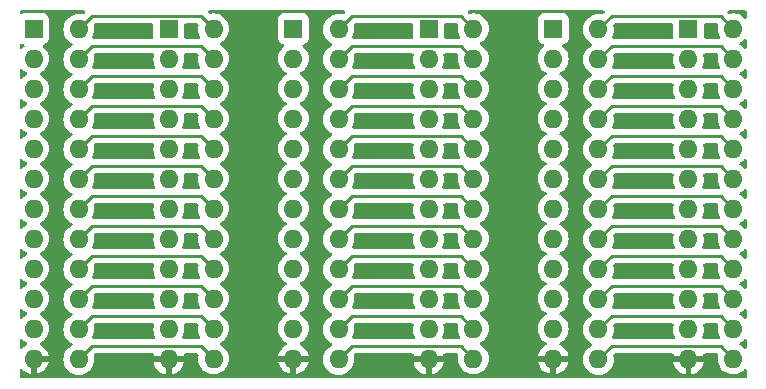
<source format=gbr>
%TF.GenerationSoftware,KiCad,Pcbnew,7.0.9*%
%TF.CreationDate,2024-05-03T11:46:20+01:00*%
%TF.ProjectId,DIP24Converter,44495032-3443-46f6-9e76-65727465722e,rev?*%
%TF.SameCoordinates,Original*%
%TF.FileFunction,Copper,L2,Bot*%
%TF.FilePolarity,Positive*%
%FSLAX46Y46*%
G04 Gerber Fmt 4.6, Leading zero omitted, Abs format (unit mm)*
G04 Created by KiCad (PCBNEW 7.0.9) date 2024-05-03 11:46:20*
%MOMM*%
%LPD*%
G01*
G04 APERTURE LIST*
%TA.AperFunction,ComponentPad*%
%ADD10R,1.600000X1.600000*%
%TD*%
%TA.AperFunction,ComponentPad*%
%ADD11O,1.600000X1.600000*%
%TD*%
%TA.AperFunction,Conductor*%
%ADD12C,0.250000*%
%TD*%
G04 APERTURE END LIST*
D10*
%TO.P,U1,1,COM*%
%TO.N,Net-(U1-COM)*%
X105450000Y-50050000D03*
D11*
%TO.P,U1,2,I7*%
%TO.N,Net-(U1-I7)*%
X105450000Y-52590000D03*
%TO.P,U1,3,I6*%
%TO.N,Net-(U1-I6)*%
X105450000Y-55130000D03*
%TO.P,U1,4,I5*%
%TO.N,Net-(U1-I5)*%
X105450000Y-57670000D03*
%TO.P,U1,5,I4*%
%TO.N,Net-(U1-I4)*%
X105450000Y-60210000D03*
%TO.P,U1,6,I3*%
%TO.N,Net-(U1-I3)*%
X105450000Y-62750000D03*
%TO.P,U1,7,I2*%
%TO.N,Net-(U1-I2)*%
X105450000Y-65290000D03*
%TO.P,U1,8,I1*%
%TO.N,Net-(U1-I1)*%
X105450000Y-67830000D03*
%TO.P,U1,9,I0*%
%TO.N,Net-(U1-I0)*%
X105450000Y-70370000D03*
%TO.P,U1,10,S0*%
%TO.N,Net-(U1-S0)*%
X105450000Y-72910000D03*
%TO.P,U1,11,S1*%
%TO.N,Net-(U1-S1)*%
X105450000Y-75450000D03*
%TO.P,U1,12,GND*%
%TO.N,GND*%
X105450000Y-77990000D03*
%TO.P,U1,13,S3*%
%TO.N,Net-(U1-S3)*%
X97830000Y-77990000D03*
%TO.P,U1,14,S2*%
%TO.N,Net-(U1-S2)*%
X97830000Y-75450000D03*
%TO.P,U1,15,~{E}*%
%TO.N,Net-(U1-~{E})*%
X97830000Y-72910000D03*
%TO.P,U1,16,I15*%
%TO.N,Net-(U1-I15)*%
X97830000Y-70370000D03*
%TO.P,U1,17,I14*%
%TO.N,Net-(U1-I14)*%
X97830000Y-67830000D03*
%TO.P,U1,18,I13*%
%TO.N,Net-(U1-I13)*%
X97830000Y-65290000D03*
%TO.P,U1,19,I12*%
%TO.N,Net-(U1-I12)*%
X97830000Y-62750000D03*
%TO.P,U1,20,I11*%
%TO.N,Net-(U1-I11)*%
X97830000Y-60210000D03*
%TO.P,U1,21,I10*%
%TO.N,Net-(U1-I10)*%
X97830000Y-57670000D03*
%TO.P,U1,22,I9*%
%TO.N,Net-(U1-I9)*%
X97830000Y-55130000D03*
%TO.P,U1,23,I8*%
%TO.N,Net-(U1-I8)*%
X97830000Y-52590000D03*
%TO.P,U1,24,VCC*%
%TO.N,Net-(U1-VCC)*%
X97830000Y-50050000D03*
%TD*%
D10*
%TO.P,U2,1,COM*%
%TO.N,Net-(U1-COM)*%
X94000000Y-50000000D03*
D11*
%TO.P,U2,2,I7*%
%TO.N,Net-(U1-I7)*%
X94000000Y-52540000D03*
%TO.P,U2,3,I6*%
%TO.N,Net-(U1-I6)*%
X94000000Y-55080000D03*
%TO.P,U2,4,I5*%
%TO.N,Net-(U1-I5)*%
X94000000Y-57620000D03*
%TO.P,U2,5,I4*%
%TO.N,Net-(U1-I4)*%
X94000000Y-60160000D03*
%TO.P,U2,6,I3*%
%TO.N,Net-(U1-I3)*%
X94000000Y-62700000D03*
%TO.P,U2,7,I2*%
%TO.N,Net-(U1-I2)*%
X94000000Y-65240000D03*
%TO.P,U2,8,I1*%
%TO.N,Net-(U1-I1)*%
X94000000Y-67780000D03*
%TO.P,U2,9,I0*%
%TO.N,Net-(U1-I0)*%
X94000000Y-70320000D03*
%TO.P,U2,10,S0*%
%TO.N,Net-(U1-S0)*%
X94000000Y-72860000D03*
%TO.P,U2,11,S1*%
%TO.N,Net-(U1-S1)*%
X94000000Y-75400000D03*
%TO.P,U2,12,GND*%
%TO.N,GND*%
X94000000Y-77940000D03*
%TO.P,U2,13,S3*%
%TO.N,Net-(U1-S3)*%
X109240000Y-77940000D03*
%TO.P,U2,14,S2*%
%TO.N,Net-(U1-S2)*%
X109240000Y-75400000D03*
%TO.P,U2,15,~{E}*%
%TO.N,Net-(U1-~{E})*%
X109240000Y-72860000D03*
%TO.P,U2,16,I15*%
%TO.N,Net-(U1-I15)*%
X109240000Y-70320000D03*
%TO.P,U2,17,I14*%
%TO.N,Net-(U1-I14)*%
X109240000Y-67780000D03*
%TO.P,U2,18,I13*%
%TO.N,Net-(U1-I13)*%
X109240000Y-65240000D03*
%TO.P,U2,19,I12*%
%TO.N,Net-(U1-I12)*%
X109240000Y-62700000D03*
%TO.P,U2,20,I11*%
%TO.N,Net-(U1-I11)*%
X109240000Y-60160000D03*
%TO.P,U2,21,I10*%
%TO.N,Net-(U1-I10)*%
X109240000Y-57620000D03*
%TO.P,U2,22,I9*%
%TO.N,Net-(U1-I9)*%
X109240000Y-55080000D03*
%TO.P,U2,23,I8*%
%TO.N,Net-(U1-I8)*%
X109240000Y-52540000D03*
%TO.P,U2,24,VCC*%
%TO.N,Net-(U1-VCC)*%
X109240000Y-50000000D03*
%TD*%
D10*
%TO.P,U1,1,COM*%
%TO.N,Net-(U1-COM)*%
X83450000Y-50050000D03*
D11*
%TO.P,U1,2,I7*%
%TO.N,Net-(U1-I7)*%
X83450000Y-52590000D03*
%TO.P,U1,3,I6*%
%TO.N,Net-(U1-I6)*%
X83450000Y-55130000D03*
%TO.P,U1,4,I5*%
%TO.N,Net-(U1-I5)*%
X83450000Y-57670000D03*
%TO.P,U1,5,I4*%
%TO.N,Net-(U1-I4)*%
X83450000Y-60210000D03*
%TO.P,U1,6,I3*%
%TO.N,Net-(U1-I3)*%
X83450000Y-62750000D03*
%TO.P,U1,7,I2*%
%TO.N,Net-(U1-I2)*%
X83450000Y-65290000D03*
%TO.P,U1,8,I1*%
%TO.N,Net-(U1-I1)*%
X83450000Y-67830000D03*
%TO.P,U1,9,I0*%
%TO.N,Net-(U1-I0)*%
X83450000Y-70370000D03*
%TO.P,U1,10,S0*%
%TO.N,Net-(U1-S0)*%
X83450000Y-72910000D03*
%TO.P,U1,11,S1*%
%TO.N,Net-(U1-S1)*%
X83450000Y-75450000D03*
%TO.P,U1,12,GND*%
%TO.N,GND*%
X83450000Y-77990000D03*
%TO.P,U1,13,S3*%
%TO.N,Net-(U1-S3)*%
X75830000Y-77990000D03*
%TO.P,U1,14,S2*%
%TO.N,Net-(U1-S2)*%
X75830000Y-75450000D03*
%TO.P,U1,15,~{E}*%
%TO.N,Net-(U1-~{E})*%
X75830000Y-72910000D03*
%TO.P,U1,16,I15*%
%TO.N,Net-(U1-I15)*%
X75830000Y-70370000D03*
%TO.P,U1,17,I14*%
%TO.N,Net-(U1-I14)*%
X75830000Y-67830000D03*
%TO.P,U1,18,I13*%
%TO.N,Net-(U1-I13)*%
X75830000Y-65290000D03*
%TO.P,U1,19,I12*%
%TO.N,Net-(U1-I12)*%
X75830000Y-62750000D03*
%TO.P,U1,20,I11*%
%TO.N,Net-(U1-I11)*%
X75830000Y-60210000D03*
%TO.P,U1,21,I10*%
%TO.N,Net-(U1-I10)*%
X75830000Y-57670000D03*
%TO.P,U1,22,I9*%
%TO.N,Net-(U1-I9)*%
X75830000Y-55130000D03*
%TO.P,U1,23,I8*%
%TO.N,Net-(U1-I8)*%
X75830000Y-52590000D03*
%TO.P,U1,24,VCC*%
%TO.N,Net-(U1-VCC)*%
X75830000Y-50050000D03*
%TD*%
D10*
%TO.P,U2,1,COM*%
%TO.N,Net-(U1-COM)*%
X72000000Y-50000000D03*
D11*
%TO.P,U2,2,I7*%
%TO.N,Net-(U1-I7)*%
X72000000Y-52540000D03*
%TO.P,U2,3,I6*%
%TO.N,Net-(U1-I6)*%
X72000000Y-55080000D03*
%TO.P,U2,4,I5*%
%TO.N,Net-(U1-I5)*%
X72000000Y-57620000D03*
%TO.P,U2,5,I4*%
%TO.N,Net-(U1-I4)*%
X72000000Y-60160000D03*
%TO.P,U2,6,I3*%
%TO.N,Net-(U1-I3)*%
X72000000Y-62700000D03*
%TO.P,U2,7,I2*%
%TO.N,Net-(U1-I2)*%
X72000000Y-65240000D03*
%TO.P,U2,8,I1*%
%TO.N,Net-(U1-I1)*%
X72000000Y-67780000D03*
%TO.P,U2,9,I0*%
%TO.N,Net-(U1-I0)*%
X72000000Y-70320000D03*
%TO.P,U2,10,S0*%
%TO.N,Net-(U1-S0)*%
X72000000Y-72860000D03*
%TO.P,U2,11,S1*%
%TO.N,Net-(U1-S1)*%
X72000000Y-75400000D03*
%TO.P,U2,12,GND*%
%TO.N,GND*%
X72000000Y-77940000D03*
%TO.P,U2,13,S3*%
%TO.N,Net-(U1-S3)*%
X87240000Y-77940000D03*
%TO.P,U2,14,S2*%
%TO.N,Net-(U1-S2)*%
X87240000Y-75400000D03*
%TO.P,U2,15,~{E}*%
%TO.N,Net-(U1-~{E})*%
X87240000Y-72860000D03*
%TO.P,U2,16,I15*%
%TO.N,Net-(U1-I15)*%
X87240000Y-70320000D03*
%TO.P,U2,17,I14*%
%TO.N,Net-(U1-I14)*%
X87240000Y-67780000D03*
%TO.P,U2,18,I13*%
%TO.N,Net-(U1-I13)*%
X87240000Y-65240000D03*
%TO.P,U2,19,I12*%
%TO.N,Net-(U1-I12)*%
X87240000Y-62700000D03*
%TO.P,U2,20,I11*%
%TO.N,Net-(U1-I11)*%
X87240000Y-60160000D03*
%TO.P,U2,21,I10*%
%TO.N,Net-(U1-I10)*%
X87240000Y-57620000D03*
%TO.P,U2,22,I9*%
%TO.N,Net-(U1-I9)*%
X87240000Y-55080000D03*
%TO.P,U2,23,I8*%
%TO.N,Net-(U1-I8)*%
X87240000Y-52540000D03*
%TO.P,U2,24,VCC*%
%TO.N,Net-(U1-VCC)*%
X87240000Y-50000000D03*
%TD*%
%TO.P,U2,24,VCC*%
%TO.N,Net-(U1-VCC)*%
X65240000Y-50000000D03*
%TO.P,U2,23,I8*%
%TO.N,Net-(U1-I8)*%
X65240000Y-52540000D03*
%TO.P,U2,22,I9*%
%TO.N,Net-(U1-I9)*%
X65240000Y-55080000D03*
%TO.P,U2,21,I10*%
%TO.N,Net-(U1-I10)*%
X65240000Y-57620000D03*
%TO.P,U2,20,I11*%
%TO.N,Net-(U1-I11)*%
X65240000Y-60160000D03*
%TO.P,U2,19,I12*%
%TO.N,Net-(U1-I12)*%
X65240000Y-62700000D03*
%TO.P,U2,18,I13*%
%TO.N,Net-(U1-I13)*%
X65240000Y-65240000D03*
%TO.P,U2,17,I14*%
%TO.N,Net-(U1-I14)*%
X65240000Y-67780000D03*
%TO.P,U2,16,I15*%
%TO.N,Net-(U1-I15)*%
X65240000Y-70320000D03*
%TO.P,U2,15,~{E}*%
%TO.N,Net-(U1-~{E})*%
X65240000Y-72860000D03*
%TO.P,U2,14,S2*%
%TO.N,Net-(U1-S2)*%
X65240000Y-75400000D03*
%TO.P,U2,13,S3*%
%TO.N,Net-(U1-S3)*%
X65240000Y-77940000D03*
%TO.P,U2,12,GND*%
%TO.N,GND*%
X50000000Y-77940000D03*
%TO.P,U2,11,S1*%
%TO.N,Net-(U1-S1)*%
X50000000Y-75400000D03*
%TO.P,U2,10,S0*%
%TO.N,Net-(U1-S0)*%
X50000000Y-72860000D03*
%TO.P,U2,9,I0*%
%TO.N,Net-(U1-I0)*%
X50000000Y-70320000D03*
%TO.P,U2,8,I1*%
%TO.N,Net-(U1-I1)*%
X50000000Y-67780000D03*
%TO.P,U2,7,I2*%
%TO.N,Net-(U1-I2)*%
X50000000Y-65240000D03*
%TO.P,U2,6,I3*%
%TO.N,Net-(U1-I3)*%
X50000000Y-62700000D03*
%TO.P,U2,5,I4*%
%TO.N,Net-(U1-I4)*%
X50000000Y-60160000D03*
%TO.P,U2,4,I5*%
%TO.N,Net-(U1-I5)*%
X50000000Y-57620000D03*
%TO.P,U2,3,I6*%
%TO.N,Net-(U1-I6)*%
X50000000Y-55080000D03*
%TO.P,U2,2,I7*%
%TO.N,Net-(U1-I7)*%
X50000000Y-52540000D03*
D10*
%TO.P,U2,1,COM*%
%TO.N,Net-(U1-COM)*%
X50000000Y-50000000D03*
%TD*%
D11*
%TO.P,U1,24,VCC*%
%TO.N,Net-(U1-VCC)*%
X53830000Y-50050000D03*
%TO.P,U1,23,I8*%
%TO.N,Net-(U1-I8)*%
X53830000Y-52590000D03*
%TO.P,U1,22,I9*%
%TO.N,Net-(U1-I9)*%
X53830000Y-55130000D03*
%TO.P,U1,21,I10*%
%TO.N,Net-(U1-I10)*%
X53830000Y-57670000D03*
%TO.P,U1,20,I11*%
%TO.N,Net-(U1-I11)*%
X53830000Y-60210000D03*
%TO.P,U1,19,I12*%
%TO.N,Net-(U1-I12)*%
X53830000Y-62750000D03*
%TO.P,U1,18,I13*%
%TO.N,Net-(U1-I13)*%
X53830000Y-65290000D03*
%TO.P,U1,17,I14*%
%TO.N,Net-(U1-I14)*%
X53830000Y-67830000D03*
%TO.P,U1,16,I15*%
%TO.N,Net-(U1-I15)*%
X53830000Y-70370000D03*
%TO.P,U1,15,~{E}*%
%TO.N,Net-(U1-~{E})*%
X53830000Y-72910000D03*
%TO.P,U1,14,S2*%
%TO.N,Net-(U1-S2)*%
X53830000Y-75450000D03*
%TO.P,U1,13,S3*%
%TO.N,Net-(U1-S3)*%
X53830000Y-77990000D03*
%TO.P,U1,12,GND*%
%TO.N,GND*%
X61450000Y-77990000D03*
%TO.P,U1,11,S1*%
%TO.N,Net-(U1-S1)*%
X61450000Y-75450000D03*
%TO.P,U1,10,S0*%
%TO.N,Net-(U1-S0)*%
X61450000Y-72910000D03*
%TO.P,U1,9,I0*%
%TO.N,Net-(U1-I0)*%
X61450000Y-70370000D03*
%TO.P,U1,8,I1*%
%TO.N,Net-(U1-I1)*%
X61450000Y-67830000D03*
%TO.P,U1,7,I2*%
%TO.N,Net-(U1-I2)*%
X61450000Y-65290000D03*
%TO.P,U1,6,I3*%
%TO.N,Net-(U1-I3)*%
X61450000Y-62750000D03*
%TO.P,U1,5,I4*%
%TO.N,Net-(U1-I4)*%
X61450000Y-60210000D03*
%TO.P,U1,4,I5*%
%TO.N,Net-(U1-I5)*%
X61450000Y-57670000D03*
%TO.P,U1,3,I6*%
%TO.N,Net-(U1-I6)*%
X61450000Y-55130000D03*
%TO.P,U1,2,I7*%
%TO.N,Net-(U1-I7)*%
X61450000Y-52590000D03*
D10*
%TO.P,U1,1,COM*%
%TO.N,Net-(U1-COM)*%
X61450000Y-50050000D03*
%TD*%
D12*
%TO.N,Net-(U1-I10)*%
X109240000Y-57620000D02*
X108165000Y-56545000D01*
X108165000Y-56545000D02*
X98955000Y-56545000D01*
X98955000Y-56545000D02*
X97830000Y-57670000D01*
%TO.N,Net-(U1-I12)*%
X108165000Y-61625000D02*
X98955000Y-61625000D01*
%TO.N,Net-(U1-I11)*%
X98955000Y-59085000D02*
X97830000Y-60210000D01*
%TO.N,Net-(U1-I9)*%
X109240000Y-55080000D02*
X108165000Y-54005000D01*
%TO.N,Net-(U1-I12)*%
X98955000Y-61625000D02*
X97830000Y-62750000D01*
%TO.N,Net-(U1-I9)*%
X108165000Y-54005000D02*
X98955000Y-54005000D01*
%TO.N,Net-(U1-I11)*%
X109240000Y-60160000D02*
X108165000Y-59085000D01*
%TO.N,Net-(U1-I8)*%
X98955000Y-51465000D02*
X97830000Y-52590000D01*
%TO.N,Net-(U1-I11)*%
X108165000Y-59085000D02*
X98955000Y-59085000D01*
%TO.N,Net-(U1-I8)*%
X108165000Y-51465000D02*
X98955000Y-51465000D01*
X109240000Y-52540000D02*
X108165000Y-51465000D01*
%TO.N,Net-(U1-I12)*%
X109240000Y-62700000D02*
X108165000Y-61625000D01*
%TO.N,Net-(U1-I9)*%
X98955000Y-54005000D02*
X97830000Y-55130000D01*
%TO.N,Net-(U1-VCC)*%
X98955000Y-48925000D02*
X97830000Y-50050000D01*
X108165000Y-48925000D02*
X98955000Y-48925000D01*
X109240000Y-50000000D02*
X108165000Y-48925000D01*
%TO.N,Net-(U1-I13)*%
X108165000Y-64165000D02*
X98955000Y-64165000D01*
X109240000Y-65240000D02*
X108165000Y-64165000D01*
X98955000Y-64165000D02*
X97830000Y-65290000D01*
%TO.N,Net-(U1-I14)*%
X108165000Y-66705000D02*
X98955000Y-66705000D01*
X109240000Y-67780000D02*
X108165000Y-66705000D01*
X98955000Y-66705000D02*
X97830000Y-67830000D01*
%TO.N,Net-(U1-~{E})*%
X98955000Y-71785000D02*
X97830000Y-72910000D01*
%TO.N,Net-(U1-S2)*%
X108165000Y-74325000D02*
X98955000Y-74325000D01*
X98955000Y-74325000D02*
X97830000Y-75450000D01*
%TO.N,Net-(U1-~{E})*%
X108165000Y-71785000D02*
X98955000Y-71785000D01*
X109240000Y-72860000D02*
X108165000Y-71785000D01*
%TO.N,Net-(U1-S2)*%
X109240000Y-75400000D02*
X108165000Y-74325000D01*
%TO.N,Net-(U1-S3)*%
X108165000Y-76865000D02*
X98955000Y-76865000D01*
X109240000Y-77940000D02*
X108165000Y-76865000D01*
%TO.N,Net-(U1-I15)*%
X98955000Y-69245000D02*
X97830000Y-70370000D01*
X108165000Y-69245000D02*
X98955000Y-69245000D01*
X109240000Y-70320000D02*
X108165000Y-69245000D01*
%TO.N,Net-(U1-S3)*%
X98955000Y-76865000D02*
X97830000Y-77990000D01*
%TO.N,Net-(U1-I10)*%
X87240000Y-57620000D02*
X86165000Y-56545000D01*
X86165000Y-56545000D02*
X76955000Y-56545000D01*
X76955000Y-56545000D02*
X75830000Y-57670000D01*
%TO.N,Net-(U1-I12)*%
X86165000Y-61625000D02*
X76955000Y-61625000D01*
%TO.N,Net-(U1-I11)*%
X76955000Y-59085000D02*
X75830000Y-60210000D01*
%TO.N,Net-(U1-I9)*%
X87240000Y-55080000D02*
X86165000Y-54005000D01*
%TO.N,Net-(U1-I12)*%
X76955000Y-61625000D02*
X75830000Y-62750000D01*
%TO.N,Net-(U1-I9)*%
X86165000Y-54005000D02*
X76955000Y-54005000D01*
%TO.N,Net-(U1-I11)*%
X87240000Y-60160000D02*
X86165000Y-59085000D01*
%TO.N,Net-(U1-I8)*%
X76955000Y-51465000D02*
X75830000Y-52590000D01*
%TO.N,Net-(U1-I11)*%
X86165000Y-59085000D02*
X76955000Y-59085000D01*
%TO.N,Net-(U1-I8)*%
X86165000Y-51465000D02*
X76955000Y-51465000D01*
X87240000Y-52540000D02*
X86165000Y-51465000D01*
%TO.N,Net-(U1-I12)*%
X87240000Y-62700000D02*
X86165000Y-61625000D01*
%TO.N,Net-(U1-I9)*%
X76955000Y-54005000D02*
X75830000Y-55130000D01*
%TO.N,Net-(U1-VCC)*%
X76955000Y-48925000D02*
X75830000Y-50050000D01*
X86165000Y-48925000D02*
X76955000Y-48925000D01*
X87240000Y-50000000D02*
X86165000Y-48925000D01*
%TO.N,Net-(U1-I13)*%
X86165000Y-64165000D02*
X76955000Y-64165000D01*
X87240000Y-65240000D02*
X86165000Y-64165000D01*
X76955000Y-64165000D02*
X75830000Y-65290000D01*
%TO.N,Net-(U1-I14)*%
X86165000Y-66705000D02*
X76955000Y-66705000D01*
X87240000Y-67780000D02*
X86165000Y-66705000D01*
X76955000Y-66705000D02*
X75830000Y-67830000D01*
%TO.N,Net-(U1-~{E})*%
X76955000Y-71785000D02*
X75830000Y-72910000D01*
%TO.N,Net-(U1-S2)*%
X86165000Y-74325000D02*
X76955000Y-74325000D01*
X76955000Y-74325000D02*
X75830000Y-75450000D01*
%TO.N,Net-(U1-~{E})*%
X86165000Y-71785000D02*
X76955000Y-71785000D01*
X87240000Y-72860000D02*
X86165000Y-71785000D01*
%TO.N,Net-(U1-S2)*%
X87240000Y-75400000D02*
X86165000Y-74325000D01*
%TO.N,Net-(U1-S3)*%
X86165000Y-76865000D02*
X76955000Y-76865000D01*
X87240000Y-77940000D02*
X86165000Y-76865000D01*
%TO.N,Net-(U1-I15)*%
X76955000Y-69245000D02*
X75830000Y-70370000D01*
X86165000Y-69245000D02*
X76955000Y-69245000D01*
X87240000Y-70320000D02*
X86165000Y-69245000D01*
%TO.N,Net-(U1-S3)*%
X76955000Y-76865000D02*
X75830000Y-77990000D01*
X64165000Y-76865000D02*
X54955000Y-76865000D01*
X65240000Y-77940000D02*
X64165000Y-76865000D01*
X54955000Y-76865000D02*
X53830000Y-77990000D01*
%TO.N,Net-(U1-S2)*%
X54955000Y-74325000D02*
X53830000Y-75450000D01*
X64165000Y-74325000D02*
X54955000Y-74325000D01*
X65240000Y-75400000D02*
X64165000Y-74325000D01*
%TO.N,Net-(U1-~{E})*%
X54955000Y-71785000D02*
X53830000Y-72910000D01*
X64165000Y-71785000D02*
X54955000Y-71785000D01*
X65240000Y-72860000D02*
X64165000Y-71785000D01*
%TO.N,Net-(U1-I15)*%
X54955000Y-69245000D02*
X53830000Y-70370000D01*
X64165000Y-69245000D02*
X54955000Y-69245000D01*
X65240000Y-70320000D02*
X64165000Y-69245000D01*
%TO.N,Net-(U1-I14)*%
X54955000Y-66705000D02*
X53830000Y-67830000D01*
X64165000Y-66705000D02*
X54955000Y-66705000D01*
X65240000Y-67780000D02*
X64165000Y-66705000D01*
%TO.N,Net-(U1-I13)*%
X54955000Y-64165000D02*
X53830000Y-65290000D01*
X64165000Y-64165000D02*
X54955000Y-64165000D01*
X65240000Y-65240000D02*
X64165000Y-64165000D01*
%TO.N,Net-(U1-I12)*%
X54955000Y-61625000D02*
X53830000Y-62750000D01*
X64165000Y-61625000D02*
X54955000Y-61625000D01*
X65240000Y-62700000D02*
X64165000Y-61625000D01*
%TO.N,Net-(U1-I11)*%
X64165000Y-59085000D02*
X54955000Y-59085000D01*
X65240000Y-60160000D02*
X64165000Y-59085000D01*
X54955000Y-59085000D02*
X53830000Y-60210000D01*
%TO.N,Net-(U1-I10)*%
X54955000Y-56545000D02*
X53830000Y-57670000D01*
X64165000Y-56545000D02*
X54955000Y-56545000D01*
X65240000Y-57620000D02*
X64165000Y-56545000D01*
%TO.N,Net-(U1-I9)*%
X54955000Y-54005000D02*
X53830000Y-55130000D01*
X65240000Y-55080000D02*
X64165000Y-54005000D01*
X64165000Y-54005000D02*
X54955000Y-54005000D01*
%TO.N,Net-(U1-I8)*%
X64165000Y-51465000D02*
X54955000Y-51465000D01*
X65240000Y-52540000D02*
X64165000Y-51465000D01*
X54955000Y-51465000D02*
X53830000Y-52590000D01*
%TO.N,Net-(U1-VCC)*%
X54955000Y-48925000D02*
X53830000Y-50050000D01*
X64165000Y-48925000D02*
X54955000Y-48925000D01*
X65240000Y-50000000D02*
X64165000Y-48925000D01*
%TD*%
%TA.AperFunction,Conductor*%
%TO.N,GND*%
G36*
X54312585Y-48470185D02*
G01*
X54358340Y-48522989D01*
X54368284Y-48592147D01*
X54339259Y-48655703D01*
X54333240Y-48662167D01*
X54282501Y-48712907D01*
X54244821Y-48750587D01*
X54183497Y-48784071D01*
X54125048Y-48782680D01*
X54056697Y-48764366D01*
X54056693Y-48764365D01*
X54056692Y-48764365D01*
X53943346Y-48754448D01*
X53830001Y-48744532D01*
X53829998Y-48744532D01*
X53603313Y-48764364D01*
X53603302Y-48764366D01*
X53383511Y-48823258D01*
X53383502Y-48823261D01*
X53177267Y-48919431D01*
X53177265Y-48919432D01*
X52990858Y-49049954D01*
X52829954Y-49210858D01*
X52699432Y-49397265D01*
X52699431Y-49397267D01*
X52603261Y-49603502D01*
X52603258Y-49603511D01*
X52544366Y-49823302D01*
X52544364Y-49823313D01*
X52524532Y-50049998D01*
X52524532Y-50050001D01*
X52544364Y-50276686D01*
X52544366Y-50276697D01*
X52603258Y-50496488D01*
X52603261Y-50496497D01*
X52699431Y-50702732D01*
X52699432Y-50702734D01*
X52829954Y-50889141D01*
X52990858Y-51050045D01*
X52990861Y-51050047D01*
X53177266Y-51180568D01*
X53235275Y-51207618D01*
X53287714Y-51253791D01*
X53306866Y-51320984D01*
X53286650Y-51387865D01*
X53235275Y-51432382D01*
X53177267Y-51459431D01*
X53177265Y-51459432D01*
X52990858Y-51589954D01*
X52829954Y-51750858D01*
X52699432Y-51937265D01*
X52699431Y-51937267D01*
X52603261Y-52143502D01*
X52603258Y-52143511D01*
X52544366Y-52363302D01*
X52544364Y-52363313D01*
X52524532Y-52589998D01*
X52524532Y-52590001D01*
X52544364Y-52816686D01*
X52544366Y-52816697D01*
X52603258Y-53036488D01*
X52603261Y-53036497D01*
X52699431Y-53242732D01*
X52699432Y-53242734D01*
X52829954Y-53429141D01*
X52990858Y-53590045D01*
X52990861Y-53590047D01*
X53177266Y-53720568D01*
X53227068Y-53743791D01*
X53235275Y-53747618D01*
X53287714Y-53793791D01*
X53306866Y-53860984D01*
X53286650Y-53927865D01*
X53235275Y-53972382D01*
X53177267Y-53999431D01*
X53177265Y-53999432D01*
X52990858Y-54129954D01*
X52829954Y-54290858D01*
X52699432Y-54477265D01*
X52699431Y-54477267D01*
X52603261Y-54683502D01*
X52603258Y-54683511D01*
X52544366Y-54903302D01*
X52544364Y-54903313D01*
X52524532Y-55129998D01*
X52524532Y-55130001D01*
X52544364Y-55356686D01*
X52544366Y-55356697D01*
X52603258Y-55576488D01*
X52603261Y-55576497D01*
X52699431Y-55782732D01*
X52699432Y-55782734D01*
X52829954Y-55969141D01*
X52990858Y-56130045D01*
X52990861Y-56130047D01*
X53177266Y-56260568D01*
X53227068Y-56283791D01*
X53235275Y-56287618D01*
X53287714Y-56333791D01*
X53306866Y-56400984D01*
X53286650Y-56467865D01*
X53235275Y-56512382D01*
X53177267Y-56539431D01*
X53177265Y-56539432D01*
X52990858Y-56669954D01*
X52829954Y-56830858D01*
X52699432Y-57017265D01*
X52699431Y-57017267D01*
X52603261Y-57223502D01*
X52603258Y-57223511D01*
X52544366Y-57443302D01*
X52544364Y-57443313D01*
X52524532Y-57669998D01*
X52524532Y-57670001D01*
X52544364Y-57896686D01*
X52544366Y-57896697D01*
X52603258Y-58116488D01*
X52603261Y-58116497D01*
X52699431Y-58322732D01*
X52699432Y-58322734D01*
X52829954Y-58509141D01*
X52990858Y-58670045D01*
X52990861Y-58670047D01*
X53177266Y-58800568D01*
X53227068Y-58823791D01*
X53235275Y-58827618D01*
X53287714Y-58873791D01*
X53306866Y-58940984D01*
X53286650Y-59007865D01*
X53235275Y-59052382D01*
X53177267Y-59079431D01*
X53177265Y-59079432D01*
X52990858Y-59209954D01*
X52829954Y-59370858D01*
X52699432Y-59557265D01*
X52699431Y-59557267D01*
X52603261Y-59763502D01*
X52603258Y-59763511D01*
X52544366Y-59983302D01*
X52544364Y-59983313D01*
X52524532Y-60209998D01*
X52524532Y-60210001D01*
X52544364Y-60436686D01*
X52544366Y-60436697D01*
X52603258Y-60656488D01*
X52603261Y-60656497D01*
X52699431Y-60862732D01*
X52699432Y-60862734D01*
X52829954Y-61049141D01*
X52990858Y-61210045D01*
X52990861Y-61210047D01*
X53177266Y-61340568D01*
X53227068Y-61363791D01*
X53235275Y-61367618D01*
X53287714Y-61413791D01*
X53306866Y-61480984D01*
X53286650Y-61547865D01*
X53235275Y-61592382D01*
X53177267Y-61619431D01*
X53177265Y-61619432D01*
X52990858Y-61749954D01*
X52829954Y-61910858D01*
X52699432Y-62097265D01*
X52699431Y-62097267D01*
X52603261Y-62303502D01*
X52603258Y-62303511D01*
X52544366Y-62523302D01*
X52544364Y-62523313D01*
X52524532Y-62749998D01*
X52524532Y-62750001D01*
X52544364Y-62976686D01*
X52544366Y-62976697D01*
X52603258Y-63196488D01*
X52603261Y-63196497D01*
X52699431Y-63402732D01*
X52699432Y-63402734D01*
X52829954Y-63589141D01*
X52990858Y-63750045D01*
X52990861Y-63750047D01*
X53177266Y-63880568D01*
X53227068Y-63903791D01*
X53235275Y-63907618D01*
X53287714Y-63953791D01*
X53306866Y-64020984D01*
X53286650Y-64087865D01*
X53235275Y-64132382D01*
X53177267Y-64159431D01*
X53177265Y-64159432D01*
X52990858Y-64289954D01*
X52829954Y-64450858D01*
X52699432Y-64637265D01*
X52699431Y-64637267D01*
X52603261Y-64843502D01*
X52603258Y-64843511D01*
X52544366Y-65063302D01*
X52544364Y-65063313D01*
X52524532Y-65289998D01*
X52524532Y-65290001D01*
X52544364Y-65516686D01*
X52544366Y-65516697D01*
X52603258Y-65736488D01*
X52603261Y-65736497D01*
X52699431Y-65942732D01*
X52699432Y-65942734D01*
X52829954Y-66129141D01*
X52990858Y-66290045D01*
X52990861Y-66290047D01*
X53177266Y-66420568D01*
X53227068Y-66443791D01*
X53235275Y-66447618D01*
X53287714Y-66493791D01*
X53306866Y-66560984D01*
X53286650Y-66627865D01*
X53235275Y-66672382D01*
X53177267Y-66699431D01*
X53177265Y-66699432D01*
X52990858Y-66829954D01*
X52829954Y-66990858D01*
X52699432Y-67177265D01*
X52699431Y-67177267D01*
X52603261Y-67383502D01*
X52603258Y-67383511D01*
X52544366Y-67603302D01*
X52544364Y-67603313D01*
X52524532Y-67829998D01*
X52524532Y-67830001D01*
X52544364Y-68056686D01*
X52544366Y-68056697D01*
X52603258Y-68276488D01*
X52603261Y-68276497D01*
X52699431Y-68482732D01*
X52699432Y-68482734D01*
X52829954Y-68669141D01*
X52990858Y-68830045D01*
X52990861Y-68830047D01*
X53177266Y-68960568D01*
X53227068Y-68983791D01*
X53235275Y-68987618D01*
X53287714Y-69033791D01*
X53306866Y-69100984D01*
X53286650Y-69167865D01*
X53235275Y-69212382D01*
X53177267Y-69239431D01*
X53177265Y-69239432D01*
X52990858Y-69369954D01*
X52829954Y-69530858D01*
X52699432Y-69717265D01*
X52699431Y-69717267D01*
X52603261Y-69923502D01*
X52603258Y-69923511D01*
X52544366Y-70143302D01*
X52544364Y-70143313D01*
X52524532Y-70369998D01*
X52524532Y-70370001D01*
X52544364Y-70596686D01*
X52544366Y-70596697D01*
X52603258Y-70816488D01*
X52603261Y-70816497D01*
X52699431Y-71022732D01*
X52699432Y-71022734D01*
X52829954Y-71209141D01*
X52990858Y-71370045D01*
X52990861Y-71370047D01*
X53177266Y-71500568D01*
X53227068Y-71523791D01*
X53235275Y-71527618D01*
X53287714Y-71573791D01*
X53306866Y-71640984D01*
X53286650Y-71707865D01*
X53235275Y-71752382D01*
X53177267Y-71779431D01*
X53177265Y-71779432D01*
X52990858Y-71909954D01*
X52829954Y-72070858D01*
X52699432Y-72257265D01*
X52699431Y-72257267D01*
X52603261Y-72463502D01*
X52603258Y-72463511D01*
X52544366Y-72683302D01*
X52544364Y-72683313D01*
X52524532Y-72909998D01*
X52524532Y-72910001D01*
X52544364Y-73136686D01*
X52544366Y-73136697D01*
X52603258Y-73356488D01*
X52603261Y-73356497D01*
X52699431Y-73562732D01*
X52699432Y-73562734D01*
X52829954Y-73749141D01*
X52990858Y-73910045D01*
X52990861Y-73910047D01*
X53177266Y-74040568D01*
X53227068Y-74063791D01*
X53235275Y-74067618D01*
X53287714Y-74113791D01*
X53306866Y-74180984D01*
X53286650Y-74247865D01*
X53235275Y-74292382D01*
X53177267Y-74319431D01*
X53177265Y-74319432D01*
X52990858Y-74449954D01*
X52829954Y-74610858D01*
X52699432Y-74797265D01*
X52699431Y-74797267D01*
X52603261Y-75003502D01*
X52603258Y-75003511D01*
X52544366Y-75223302D01*
X52544364Y-75223313D01*
X52524532Y-75449998D01*
X52524532Y-75450001D01*
X52544364Y-75676686D01*
X52544366Y-75676697D01*
X52603258Y-75896488D01*
X52603261Y-75896497D01*
X52699431Y-76102732D01*
X52699432Y-76102734D01*
X52829954Y-76289141D01*
X52990858Y-76450045D01*
X52990861Y-76450047D01*
X53177266Y-76580568D01*
X53235275Y-76607618D01*
X53287714Y-76653791D01*
X53306866Y-76720984D01*
X53286650Y-76787865D01*
X53235275Y-76832382D01*
X53177267Y-76859431D01*
X53177265Y-76859432D01*
X52990858Y-76989954D01*
X52829954Y-77150858D01*
X52699432Y-77337265D01*
X52699431Y-77337267D01*
X52603261Y-77543502D01*
X52603258Y-77543511D01*
X52544366Y-77763302D01*
X52544364Y-77763313D01*
X52524532Y-77989998D01*
X52524532Y-77990001D01*
X52544364Y-78216686D01*
X52544366Y-78216697D01*
X52603258Y-78436488D01*
X52603261Y-78436497D01*
X52699431Y-78642732D01*
X52699432Y-78642734D01*
X52829954Y-78829141D01*
X52990858Y-78990045D01*
X52990861Y-78990047D01*
X53177266Y-79120568D01*
X53383504Y-79216739D01*
X53383509Y-79216740D01*
X53383511Y-79216741D01*
X53416697Y-79225633D01*
X53603308Y-79275635D01*
X53765230Y-79289801D01*
X53829998Y-79295468D01*
X53830000Y-79295468D01*
X53830002Y-79295468D01*
X53886673Y-79290509D01*
X54056692Y-79275635D01*
X54276496Y-79216739D01*
X54482734Y-79120568D01*
X54669139Y-78990047D01*
X54830047Y-78829139D01*
X54960568Y-78642734D01*
X55056739Y-78436496D01*
X55115635Y-78216692D01*
X55135468Y-77990000D01*
X55131093Y-77939999D01*
X55124519Y-77864852D01*
X55115635Y-77763308D01*
X55097319Y-77694951D01*
X55098982Y-77625103D01*
X55129414Y-77575177D01*
X55177774Y-77526818D01*
X55239097Y-77493334D01*
X55265454Y-77490500D01*
X60076381Y-77490500D01*
X60143420Y-77510185D01*
X60189175Y-77562989D01*
X60199119Y-77632147D01*
X60196156Y-77646594D01*
X60171128Y-77739999D01*
X60171128Y-77740000D01*
X61134314Y-77740000D01*
X61122359Y-77751955D01*
X61064835Y-77864852D01*
X61045014Y-77990000D01*
X61064835Y-78115148D01*
X61122359Y-78228045D01*
X61134314Y-78240000D01*
X60171128Y-78240000D01*
X60223730Y-78436317D01*
X60223734Y-78436326D01*
X60319865Y-78642482D01*
X60450342Y-78828820D01*
X60611179Y-78989657D01*
X60797517Y-79120134D01*
X61003673Y-79216265D01*
X61003682Y-79216269D01*
X61199999Y-79268872D01*
X61200000Y-79268871D01*
X61200000Y-78305686D01*
X61211955Y-78317641D01*
X61324852Y-78375165D01*
X61418519Y-78390000D01*
X61481481Y-78390000D01*
X61575148Y-78375165D01*
X61688045Y-78317641D01*
X61700000Y-78305686D01*
X61700000Y-79268872D01*
X61896317Y-79216269D01*
X61896326Y-79216265D01*
X62102482Y-79120134D01*
X62288820Y-78989657D01*
X62449657Y-78828820D01*
X62580134Y-78642482D01*
X62676265Y-78436326D01*
X62676269Y-78436317D01*
X62728872Y-78240000D01*
X61765686Y-78240000D01*
X61777641Y-78228045D01*
X61835165Y-78115148D01*
X61854986Y-77990000D01*
X61835165Y-77864852D01*
X61777641Y-77751955D01*
X61765686Y-77740000D01*
X62728872Y-77740000D01*
X62728871Y-77739999D01*
X62703844Y-77646594D01*
X62705507Y-77576744D01*
X62744669Y-77518881D01*
X62808898Y-77491377D01*
X62823619Y-77490500D01*
X63852466Y-77490500D01*
X63919505Y-77510185D01*
X63965260Y-77562989D01*
X63975204Y-77632147D01*
X63972242Y-77646585D01*
X63968016Y-77662359D01*
X63954366Y-77713303D01*
X63954364Y-77713313D01*
X63934532Y-77939999D01*
X63934532Y-77940001D01*
X63954364Y-78166686D01*
X63954366Y-78166697D01*
X64013258Y-78386488D01*
X64013261Y-78386497D01*
X64109431Y-78592732D01*
X64109432Y-78592734D01*
X64239954Y-78779141D01*
X64400858Y-78940045D01*
X64400861Y-78940047D01*
X64587266Y-79070568D01*
X64793504Y-79166739D01*
X65013308Y-79225635D01*
X65175230Y-79239801D01*
X65239998Y-79245468D01*
X65240000Y-79245468D01*
X65240002Y-79245468D01*
X65296673Y-79240509D01*
X65466692Y-79225635D01*
X65686496Y-79166739D01*
X65892734Y-79070568D01*
X66079139Y-78940047D01*
X66240047Y-78779139D01*
X66370568Y-78592734D01*
X66466739Y-78386496D01*
X66525635Y-78166692D01*
X66545468Y-77940000D01*
X66525635Y-77713308D01*
X66466739Y-77493504D01*
X66370568Y-77287266D01*
X66240047Y-77100861D01*
X66240045Y-77100858D01*
X66079141Y-76939954D01*
X65892734Y-76809432D01*
X65892728Y-76809429D01*
X65865038Y-76796517D01*
X65834724Y-76782381D01*
X65782285Y-76736210D01*
X65763133Y-76669017D01*
X65783348Y-76602135D01*
X65834725Y-76557618D01*
X65892734Y-76530568D01*
X66079139Y-76400047D01*
X66240047Y-76239139D01*
X66370568Y-76052734D01*
X66466739Y-75846496D01*
X66525635Y-75626692D01*
X66545468Y-75400001D01*
X70694532Y-75400001D01*
X70714364Y-75626686D01*
X70714366Y-75626697D01*
X70773258Y-75846488D01*
X70773261Y-75846497D01*
X70869431Y-76052732D01*
X70869432Y-76052734D01*
X70999954Y-76239141D01*
X71160858Y-76400045D01*
X71160861Y-76400047D01*
X71347266Y-76530568D01*
X71405865Y-76557893D01*
X71458305Y-76604065D01*
X71477457Y-76671258D01*
X71457242Y-76738139D01*
X71405867Y-76782657D01*
X71347515Y-76809867D01*
X71161179Y-76940342D01*
X71000342Y-77101179D01*
X70869865Y-77287517D01*
X70773734Y-77493673D01*
X70773730Y-77493682D01*
X70721127Y-77689999D01*
X70721128Y-77690000D01*
X71684314Y-77690000D01*
X71672359Y-77701955D01*
X71614835Y-77814852D01*
X71595014Y-77940000D01*
X71614835Y-78065148D01*
X71672359Y-78178045D01*
X71684314Y-78190000D01*
X70721128Y-78190000D01*
X70773730Y-78386317D01*
X70773734Y-78386326D01*
X70869865Y-78592482D01*
X71000342Y-78778820D01*
X71161179Y-78939657D01*
X71347517Y-79070134D01*
X71553673Y-79166265D01*
X71553682Y-79166269D01*
X71749999Y-79218872D01*
X71750000Y-79218871D01*
X71750000Y-78255686D01*
X71761955Y-78267641D01*
X71874852Y-78325165D01*
X71968519Y-78340000D01*
X72031481Y-78340000D01*
X72125148Y-78325165D01*
X72238045Y-78267641D01*
X72250000Y-78255686D01*
X72250000Y-79218872D01*
X72446317Y-79166269D01*
X72446326Y-79166265D01*
X72652482Y-79070134D01*
X72838820Y-78939657D01*
X72999657Y-78778820D01*
X73130134Y-78592482D01*
X73226265Y-78386326D01*
X73226269Y-78386317D01*
X73278872Y-78190000D01*
X72315686Y-78190000D01*
X72327641Y-78178045D01*
X72385165Y-78065148D01*
X72404986Y-77940000D01*
X72385165Y-77814852D01*
X72327641Y-77701955D01*
X72315686Y-77690000D01*
X73278872Y-77690000D01*
X73278872Y-77689999D01*
X73226269Y-77493682D01*
X73226265Y-77493673D01*
X73130134Y-77287517D01*
X72999657Y-77101179D01*
X72838820Y-76940342D01*
X72652482Y-76809865D01*
X72594133Y-76782657D01*
X72541694Y-76736484D01*
X72522542Y-76669291D01*
X72542758Y-76602410D01*
X72594129Y-76557895D01*
X72652734Y-76530568D01*
X72839139Y-76400047D01*
X73000047Y-76239139D01*
X73130568Y-76052734D01*
X73226739Y-75846496D01*
X73285635Y-75626692D01*
X73305468Y-75400000D01*
X73285635Y-75173308D01*
X73226739Y-74953504D01*
X73130568Y-74747266D01*
X73000047Y-74560861D01*
X73000045Y-74560858D01*
X72839141Y-74399954D01*
X72652734Y-74269432D01*
X72652728Y-74269429D01*
X72625038Y-74256517D01*
X72594724Y-74242381D01*
X72542285Y-74196210D01*
X72523133Y-74129017D01*
X72543348Y-74062135D01*
X72594725Y-74017618D01*
X72652734Y-73990568D01*
X72839139Y-73860047D01*
X73000047Y-73699139D01*
X73130568Y-73512734D01*
X73226739Y-73306496D01*
X73285635Y-73086692D01*
X73305468Y-72860000D01*
X73285635Y-72633308D01*
X73226739Y-72413504D01*
X73130568Y-72207266D01*
X73000047Y-72020861D01*
X73000045Y-72020858D01*
X72839141Y-71859954D01*
X72652734Y-71729432D01*
X72652728Y-71729429D01*
X72625038Y-71716517D01*
X72594724Y-71702381D01*
X72542285Y-71656210D01*
X72523133Y-71589017D01*
X72543348Y-71522135D01*
X72594725Y-71477618D01*
X72652734Y-71450568D01*
X72839139Y-71320047D01*
X73000047Y-71159139D01*
X73130568Y-70972734D01*
X73226739Y-70766496D01*
X73285635Y-70546692D01*
X73305468Y-70320000D01*
X73285635Y-70093308D01*
X73226739Y-69873504D01*
X73130568Y-69667266D01*
X73000047Y-69480861D01*
X73000045Y-69480858D01*
X72839141Y-69319954D01*
X72652734Y-69189432D01*
X72652728Y-69189429D01*
X72625038Y-69176517D01*
X72594724Y-69162381D01*
X72542285Y-69116210D01*
X72523133Y-69049017D01*
X72543348Y-68982135D01*
X72594725Y-68937618D01*
X72652734Y-68910568D01*
X72839139Y-68780047D01*
X73000047Y-68619139D01*
X73130568Y-68432734D01*
X73226739Y-68226496D01*
X73285635Y-68006692D01*
X73305468Y-67780000D01*
X73285635Y-67553308D01*
X73226739Y-67333504D01*
X73130568Y-67127266D01*
X73000047Y-66940861D01*
X73000045Y-66940858D01*
X72839141Y-66779954D01*
X72652734Y-66649432D01*
X72652728Y-66649429D01*
X72625038Y-66636517D01*
X72594724Y-66622381D01*
X72542285Y-66576210D01*
X72523133Y-66509017D01*
X72543348Y-66442135D01*
X72594725Y-66397618D01*
X72652734Y-66370568D01*
X72839139Y-66240047D01*
X73000047Y-66079139D01*
X73130568Y-65892734D01*
X73226739Y-65686496D01*
X73285635Y-65466692D01*
X73305468Y-65240000D01*
X73285635Y-65013308D01*
X73226739Y-64793504D01*
X73130568Y-64587266D01*
X73000047Y-64400861D01*
X73000045Y-64400858D01*
X72839141Y-64239954D01*
X72652734Y-64109432D01*
X72652728Y-64109429D01*
X72625038Y-64096517D01*
X72594724Y-64082381D01*
X72542285Y-64036210D01*
X72523133Y-63969017D01*
X72543348Y-63902135D01*
X72594725Y-63857618D01*
X72652734Y-63830568D01*
X72839139Y-63700047D01*
X73000047Y-63539139D01*
X73130568Y-63352734D01*
X73226739Y-63146496D01*
X73285635Y-62926692D01*
X73305468Y-62700000D01*
X73285635Y-62473308D01*
X73226739Y-62253504D01*
X73130568Y-62047266D01*
X73000047Y-61860861D01*
X73000045Y-61860858D01*
X72839141Y-61699954D01*
X72652734Y-61569432D01*
X72652728Y-61569429D01*
X72625038Y-61556517D01*
X72594724Y-61542381D01*
X72542285Y-61496210D01*
X72523133Y-61429017D01*
X72543348Y-61362135D01*
X72594725Y-61317618D01*
X72652734Y-61290568D01*
X72839139Y-61160047D01*
X73000047Y-60999139D01*
X73130568Y-60812734D01*
X73226739Y-60606496D01*
X73285635Y-60386692D01*
X73305468Y-60160000D01*
X73285635Y-59933308D01*
X73226739Y-59713504D01*
X73130568Y-59507266D01*
X73000047Y-59320861D01*
X73000045Y-59320858D01*
X72839141Y-59159954D01*
X72652734Y-59029432D01*
X72652728Y-59029429D01*
X72625038Y-59016517D01*
X72594724Y-59002381D01*
X72542285Y-58956210D01*
X72523133Y-58889017D01*
X72543348Y-58822135D01*
X72594725Y-58777618D01*
X72652734Y-58750568D01*
X72839139Y-58620047D01*
X73000047Y-58459139D01*
X73130568Y-58272734D01*
X73226739Y-58066496D01*
X73285635Y-57846692D01*
X73305468Y-57620000D01*
X73285635Y-57393308D01*
X73226739Y-57173504D01*
X73130568Y-56967266D01*
X73000047Y-56780861D01*
X73000045Y-56780858D01*
X72839141Y-56619954D01*
X72652734Y-56489432D01*
X72652728Y-56489429D01*
X72625038Y-56476517D01*
X72594724Y-56462381D01*
X72542285Y-56416210D01*
X72523133Y-56349017D01*
X72543348Y-56282135D01*
X72594725Y-56237618D01*
X72652734Y-56210568D01*
X72839139Y-56080047D01*
X73000047Y-55919139D01*
X73130568Y-55732734D01*
X73226739Y-55526496D01*
X73285635Y-55306692D01*
X73305468Y-55080000D01*
X73285635Y-54853308D01*
X73226739Y-54633504D01*
X73130568Y-54427266D01*
X73000047Y-54240861D01*
X73000045Y-54240858D01*
X72839141Y-54079954D01*
X72652734Y-53949432D01*
X72652728Y-53949429D01*
X72625038Y-53936517D01*
X72594724Y-53922381D01*
X72542285Y-53876210D01*
X72523133Y-53809017D01*
X72543348Y-53742135D01*
X72594725Y-53697618D01*
X72652734Y-53670568D01*
X72839139Y-53540047D01*
X73000047Y-53379139D01*
X73130568Y-53192734D01*
X73226739Y-52986496D01*
X73285635Y-52766692D01*
X73305468Y-52540000D01*
X73285635Y-52313308D01*
X73226739Y-52093504D01*
X73130568Y-51887266D01*
X73000047Y-51700861D01*
X73000045Y-51700858D01*
X72839143Y-51539956D01*
X72814536Y-51522726D01*
X72770912Y-51468149D01*
X72763719Y-51398650D01*
X72795241Y-51336296D01*
X72855471Y-51300882D01*
X72872404Y-51297861D01*
X72907483Y-51294091D01*
X73042331Y-51243796D01*
X73157546Y-51157546D01*
X73243796Y-51042331D01*
X73294091Y-50907483D01*
X73300500Y-50847873D01*
X73300499Y-49152128D01*
X73294091Y-49092517D01*
X73259567Y-48999954D01*
X73243797Y-48957671D01*
X73243793Y-48957664D01*
X73157547Y-48842455D01*
X73157544Y-48842452D01*
X73042335Y-48756206D01*
X73042328Y-48756202D01*
X72907482Y-48705908D01*
X72907483Y-48705908D01*
X72847883Y-48699501D01*
X72847881Y-48699500D01*
X72847873Y-48699500D01*
X72847864Y-48699500D01*
X71152129Y-48699500D01*
X71152123Y-48699501D01*
X71092516Y-48705908D01*
X70957671Y-48756202D01*
X70957664Y-48756206D01*
X70842455Y-48842452D01*
X70842452Y-48842455D01*
X70756206Y-48957664D01*
X70756202Y-48957671D01*
X70705908Y-49092517D01*
X70701482Y-49133689D01*
X70699501Y-49152123D01*
X70699500Y-49152135D01*
X70699500Y-50847870D01*
X70699501Y-50847876D01*
X70705908Y-50907483D01*
X70756202Y-51042328D01*
X70756206Y-51042335D01*
X70842452Y-51157544D01*
X70842455Y-51157547D01*
X70957664Y-51243793D01*
X70957671Y-51243797D01*
X70979756Y-51252034D01*
X71092517Y-51294091D01*
X71127596Y-51297862D01*
X71192144Y-51324599D01*
X71231993Y-51381991D01*
X71234488Y-51451816D01*
X71198836Y-51511905D01*
X71185464Y-51522725D01*
X71160858Y-51539954D01*
X70999954Y-51700858D01*
X70869432Y-51887265D01*
X70869431Y-51887267D01*
X70773261Y-52093502D01*
X70773258Y-52093511D01*
X70714366Y-52313302D01*
X70714364Y-52313313D01*
X70694532Y-52539998D01*
X70694532Y-52540001D01*
X70714364Y-52766686D01*
X70714366Y-52766697D01*
X70773258Y-52986488D01*
X70773261Y-52986497D01*
X70869431Y-53192732D01*
X70869432Y-53192734D01*
X70999954Y-53379141D01*
X71160858Y-53540045D01*
X71160861Y-53540047D01*
X71347266Y-53670568D01*
X71405275Y-53697618D01*
X71457714Y-53743791D01*
X71476866Y-53810984D01*
X71456650Y-53877865D01*
X71405275Y-53922382D01*
X71347267Y-53949431D01*
X71347265Y-53949432D01*
X71160858Y-54079954D01*
X70999954Y-54240858D01*
X70869432Y-54427265D01*
X70869431Y-54427267D01*
X70773261Y-54633502D01*
X70773258Y-54633511D01*
X70714366Y-54853302D01*
X70714364Y-54853313D01*
X70694532Y-55079998D01*
X70694532Y-55080001D01*
X70714364Y-55306686D01*
X70714366Y-55306697D01*
X70773258Y-55526488D01*
X70773261Y-55526497D01*
X70869431Y-55732732D01*
X70869432Y-55732734D01*
X70999954Y-55919141D01*
X71160858Y-56080045D01*
X71160861Y-56080047D01*
X71347266Y-56210568D01*
X71405275Y-56237618D01*
X71457714Y-56283791D01*
X71476866Y-56350984D01*
X71456650Y-56417865D01*
X71405275Y-56462382D01*
X71347267Y-56489431D01*
X71347265Y-56489432D01*
X71160858Y-56619954D01*
X70999954Y-56780858D01*
X70869432Y-56967265D01*
X70869431Y-56967267D01*
X70773261Y-57173502D01*
X70773258Y-57173511D01*
X70714366Y-57393302D01*
X70714364Y-57393313D01*
X70694532Y-57619998D01*
X70694532Y-57620001D01*
X70714364Y-57846686D01*
X70714366Y-57846697D01*
X70773258Y-58066488D01*
X70773261Y-58066497D01*
X70869431Y-58272732D01*
X70869432Y-58272734D01*
X70999954Y-58459141D01*
X71160858Y-58620045D01*
X71160861Y-58620047D01*
X71347266Y-58750568D01*
X71405275Y-58777618D01*
X71457714Y-58823791D01*
X71476866Y-58890984D01*
X71456650Y-58957865D01*
X71405275Y-59002382D01*
X71347267Y-59029431D01*
X71347265Y-59029432D01*
X71160858Y-59159954D01*
X70999954Y-59320858D01*
X70869432Y-59507265D01*
X70869431Y-59507267D01*
X70773261Y-59713502D01*
X70773258Y-59713511D01*
X70714366Y-59933302D01*
X70714364Y-59933313D01*
X70694532Y-60159998D01*
X70694532Y-60160001D01*
X70714364Y-60386686D01*
X70714366Y-60386697D01*
X70773258Y-60606488D01*
X70773261Y-60606497D01*
X70869431Y-60812732D01*
X70869432Y-60812734D01*
X70999954Y-60999141D01*
X71160858Y-61160045D01*
X71160861Y-61160047D01*
X71347266Y-61290568D01*
X71405275Y-61317618D01*
X71457714Y-61363791D01*
X71476866Y-61430984D01*
X71456650Y-61497865D01*
X71405275Y-61542382D01*
X71347267Y-61569431D01*
X71347265Y-61569432D01*
X71160858Y-61699954D01*
X70999954Y-61860858D01*
X70869432Y-62047265D01*
X70869431Y-62047267D01*
X70773261Y-62253502D01*
X70773258Y-62253511D01*
X70714366Y-62473302D01*
X70714364Y-62473313D01*
X70694532Y-62699998D01*
X70694532Y-62700001D01*
X70714364Y-62926686D01*
X70714366Y-62926697D01*
X70773258Y-63146488D01*
X70773261Y-63146497D01*
X70869431Y-63352732D01*
X70869432Y-63352734D01*
X70999954Y-63539141D01*
X71160858Y-63700045D01*
X71160861Y-63700047D01*
X71347266Y-63830568D01*
X71405275Y-63857618D01*
X71457714Y-63903791D01*
X71476866Y-63970984D01*
X71456650Y-64037865D01*
X71405275Y-64082382D01*
X71347267Y-64109431D01*
X71347265Y-64109432D01*
X71160858Y-64239954D01*
X70999954Y-64400858D01*
X70869432Y-64587265D01*
X70869431Y-64587267D01*
X70773261Y-64793502D01*
X70773258Y-64793511D01*
X70714366Y-65013302D01*
X70714364Y-65013313D01*
X70694532Y-65239998D01*
X70694532Y-65240001D01*
X70714364Y-65466686D01*
X70714366Y-65466697D01*
X70773258Y-65686488D01*
X70773261Y-65686497D01*
X70869431Y-65892732D01*
X70869432Y-65892734D01*
X70999954Y-66079141D01*
X71160858Y-66240045D01*
X71160861Y-66240047D01*
X71347266Y-66370568D01*
X71405275Y-66397618D01*
X71457714Y-66443791D01*
X71476866Y-66510984D01*
X71456650Y-66577865D01*
X71405275Y-66622382D01*
X71347267Y-66649431D01*
X71347265Y-66649432D01*
X71160858Y-66779954D01*
X70999954Y-66940858D01*
X70869432Y-67127265D01*
X70869431Y-67127267D01*
X70773261Y-67333502D01*
X70773258Y-67333511D01*
X70714366Y-67553302D01*
X70714364Y-67553313D01*
X70694532Y-67779998D01*
X70694532Y-67780001D01*
X70714364Y-68006686D01*
X70714366Y-68006697D01*
X70773258Y-68226488D01*
X70773261Y-68226497D01*
X70869431Y-68432732D01*
X70869432Y-68432734D01*
X70999954Y-68619141D01*
X71160858Y-68780045D01*
X71160861Y-68780047D01*
X71347266Y-68910568D01*
X71405275Y-68937618D01*
X71457714Y-68983791D01*
X71476866Y-69050984D01*
X71456650Y-69117865D01*
X71405275Y-69162382D01*
X71347267Y-69189431D01*
X71347265Y-69189432D01*
X71160858Y-69319954D01*
X70999954Y-69480858D01*
X70869432Y-69667265D01*
X70869431Y-69667267D01*
X70773261Y-69873502D01*
X70773258Y-69873511D01*
X70714366Y-70093302D01*
X70714364Y-70093313D01*
X70694532Y-70319998D01*
X70694532Y-70320001D01*
X70714364Y-70546686D01*
X70714366Y-70546697D01*
X70773258Y-70766488D01*
X70773261Y-70766497D01*
X70869431Y-70972732D01*
X70869432Y-70972734D01*
X70999954Y-71159141D01*
X71160858Y-71320045D01*
X71160861Y-71320047D01*
X71347266Y-71450568D01*
X71405275Y-71477618D01*
X71457714Y-71523791D01*
X71476866Y-71590984D01*
X71456650Y-71657865D01*
X71405275Y-71702382D01*
X71347267Y-71729431D01*
X71347265Y-71729432D01*
X71160858Y-71859954D01*
X70999954Y-72020858D01*
X70869432Y-72207265D01*
X70869431Y-72207267D01*
X70773261Y-72413502D01*
X70773258Y-72413511D01*
X70714366Y-72633302D01*
X70714364Y-72633313D01*
X70694532Y-72859998D01*
X70694532Y-72860001D01*
X70714364Y-73086686D01*
X70714366Y-73086697D01*
X70773258Y-73306488D01*
X70773261Y-73306497D01*
X70869431Y-73512732D01*
X70869432Y-73512734D01*
X70999954Y-73699141D01*
X71160858Y-73860045D01*
X71160861Y-73860047D01*
X71347266Y-73990568D01*
X71405275Y-74017618D01*
X71457714Y-74063791D01*
X71476866Y-74130984D01*
X71456650Y-74197865D01*
X71405275Y-74242382D01*
X71347267Y-74269431D01*
X71347265Y-74269432D01*
X71160858Y-74399954D01*
X70999954Y-74560858D01*
X70869432Y-74747265D01*
X70869431Y-74747267D01*
X70773261Y-74953502D01*
X70773258Y-74953511D01*
X70714366Y-75173302D01*
X70714364Y-75173313D01*
X70694532Y-75399998D01*
X70694532Y-75400001D01*
X66545468Y-75400001D01*
X66545468Y-75400000D01*
X66525635Y-75173308D01*
X66466739Y-74953504D01*
X66370568Y-74747266D01*
X66240047Y-74560861D01*
X66240045Y-74560858D01*
X66079141Y-74399954D01*
X65892734Y-74269432D01*
X65892728Y-74269429D01*
X65865038Y-74256517D01*
X65834724Y-74242381D01*
X65782285Y-74196210D01*
X65763133Y-74129017D01*
X65783348Y-74062135D01*
X65834725Y-74017618D01*
X65892734Y-73990568D01*
X66079139Y-73860047D01*
X66240047Y-73699139D01*
X66370568Y-73512734D01*
X66466739Y-73306496D01*
X66525635Y-73086692D01*
X66545468Y-72860000D01*
X66525635Y-72633308D01*
X66466739Y-72413504D01*
X66370568Y-72207266D01*
X66240047Y-72020861D01*
X66240045Y-72020858D01*
X66079141Y-71859954D01*
X65892734Y-71729432D01*
X65892728Y-71729429D01*
X65865038Y-71716517D01*
X65834724Y-71702381D01*
X65782285Y-71656210D01*
X65763133Y-71589017D01*
X65783348Y-71522135D01*
X65834725Y-71477618D01*
X65892734Y-71450568D01*
X66079139Y-71320047D01*
X66240047Y-71159139D01*
X66370568Y-70972734D01*
X66466739Y-70766496D01*
X66525635Y-70546692D01*
X66545468Y-70320000D01*
X66525635Y-70093308D01*
X66466739Y-69873504D01*
X66370568Y-69667266D01*
X66240047Y-69480861D01*
X66240045Y-69480858D01*
X66079141Y-69319954D01*
X65892734Y-69189432D01*
X65892728Y-69189429D01*
X65865038Y-69176517D01*
X65834724Y-69162381D01*
X65782285Y-69116210D01*
X65763133Y-69049017D01*
X65783348Y-68982135D01*
X65834725Y-68937618D01*
X65892734Y-68910568D01*
X66079139Y-68780047D01*
X66240047Y-68619139D01*
X66370568Y-68432734D01*
X66466739Y-68226496D01*
X66525635Y-68006692D01*
X66545468Y-67780000D01*
X66525635Y-67553308D01*
X66466739Y-67333504D01*
X66370568Y-67127266D01*
X66240047Y-66940861D01*
X66240045Y-66940858D01*
X66079141Y-66779954D01*
X65892734Y-66649432D01*
X65892728Y-66649429D01*
X65865038Y-66636517D01*
X65834724Y-66622381D01*
X65782285Y-66576210D01*
X65763133Y-66509017D01*
X65783348Y-66442135D01*
X65834725Y-66397618D01*
X65892734Y-66370568D01*
X66079139Y-66240047D01*
X66240047Y-66079139D01*
X66370568Y-65892734D01*
X66466739Y-65686496D01*
X66525635Y-65466692D01*
X66545468Y-65240000D01*
X66525635Y-65013308D01*
X66466739Y-64793504D01*
X66370568Y-64587266D01*
X66240047Y-64400861D01*
X66240045Y-64400858D01*
X66079141Y-64239954D01*
X65892734Y-64109432D01*
X65892728Y-64109429D01*
X65865038Y-64096517D01*
X65834724Y-64082381D01*
X65782285Y-64036210D01*
X65763133Y-63969017D01*
X65783348Y-63902135D01*
X65834725Y-63857618D01*
X65892734Y-63830568D01*
X66079139Y-63700047D01*
X66240047Y-63539139D01*
X66370568Y-63352734D01*
X66466739Y-63146496D01*
X66525635Y-62926692D01*
X66545468Y-62700000D01*
X66525635Y-62473308D01*
X66466739Y-62253504D01*
X66370568Y-62047266D01*
X66240047Y-61860861D01*
X66240045Y-61860858D01*
X66079141Y-61699954D01*
X65892734Y-61569432D01*
X65892728Y-61569429D01*
X65865038Y-61556517D01*
X65834724Y-61542381D01*
X65782285Y-61496210D01*
X65763133Y-61429017D01*
X65783348Y-61362135D01*
X65834725Y-61317618D01*
X65892734Y-61290568D01*
X66079139Y-61160047D01*
X66240047Y-60999139D01*
X66370568Y-60812734D01*
X66466739Y-60606496D01*
X66525635Y-60386692D01*
X66545468Y-60160000D01*
X66525635Y-59933308D01*
X66466739Y-59713504D01*
X66370568Y-59507266D01*
X66240047Y-59320861D01*
X66240045Y-59320858D01*
X66079141Y-59159954D01*
X65892734Y-59029432D01*
X65892728Y-59029429D01*
X65865038Y-59016517D01*
X65834724Y-59002381D01*
X65782285Y-58956210D01*
X65763133Y-58889017D01*
X65783348Y-58822135D01*
X65834725Y-58777618D01*
X65892734Y-58750568D01*
X66079139Y-58620047D01*
X66240047Y-58459139D01*
X66370568Y-58272734D01*
X66466739Y-58066496D01*
X66525635Y-57846692D01*
X66545468Y-57620000D01*
X66525635Y-57393308D01*
X66466739Y-57173504D01*
X66370568Y-56967266D01*
X66240047Y-56780861D01*
X66240045Y-56780858D01*
X66079141Y-56619954D01*
X65892734Y-56489432D01*
X65892728Y-56489429D01*
X65865038Y-56476517D01*
X65834724Y-56462381D01*
X65782285Y-56416210D01*
X65763133Y-56349017D01*
X65783348Y-56282135D01*
X65834725Y-56237618D01*
X65892734Y-56210568D01*
X66079139Y-56080047D01*
X66240047Y-55919139D01*
X66370568Y-55732734D01*
X66466739Y-55526496D01*
X66525635Y-55306692D01*
X66545468Y-55080000D01*
X66525635Y-54853308D01*
X66466739Y-54633504D01*
X66370568Y-54427266D01*
X66240047Y-54240861D01*
X66240045Y-54240858D01*
X66079141Y-54079954D01*
X65892734Y-53949432D01*
X65892728Y-53949429D01*
X65865038Y-53936517D01*
X65834724Y-53922381D01*
X65782285Y-53876210D01*
X65763133Y-53809017D01*
X65783348Y-53742135D01*
X65834725Y-53697618D01*
X65892734Y-53670568D01*
X66079139Y-53540047D01*
X66240047Y-53379139D01*
X66370568Y-53192734D01*
X66466739Y-52986496D01*
X66525635Y-52766692D01*
X66545468Y-52540000D01*
X66525635Y-52313308D01*
X66466739Y-52093504D01*
X66370568Y-51887266D01*
X66240047Y-51700861D01*
X66240045Y-51700858D01*
X66079141Y-51539954D01*
X65892734Y-51409432D01*
X65892728Y-51409429D01*
X65865038Y-51396517D01*
X65834724Y-51382381D01*
X65782285Y-51336210D01*
X65763133Y-51269017D01*
X65783348Y-51202135D01*
X65834725Y-51157618D01*
X65892734Y-51130568D01*
X66079139Y-51000047D01*
X66240047Y-50839139D01*
X66370568Y-50652734D01*
X66466739Y-50446496D01*
X66525635Y-50226692D01*
X66545468Y-50000000D01*
X66525635Y-49773308D01*
X66466739Y-49553504D01*
X66370568Y-49347266D01*
X66240047Y-49160861D01*
X66240045Y-49160858D01*
X66079141Y-48999954D01*
X65892734Y-48869432D01*
X65892732Y-48869431D01*
X65686497Y-48773261D01*
X65686488Y-48773258D01*
X65466697Y-48714366D01*
X65466693Y-48714365D01*
X65466692Y-48714365D01*
X65466691Y-48714364D01*
X65466686Y-48714364D01*
X65279961Y-48698028D01*
X65240875Y-48682739D01*
X65224167Y-48693477D01*
X65200040Y-48698028D01*
X65013313Y-48714364D01*
X65013296Y-48714367D01*
X64944949Y-48732680D01*
X64875099Y-48731016D01*
X64825177Y-48700586D01*
X64786772Y-48662181D01*
X64753287Y-48600858D01*
X64758271Y-48531166D01*
X64800143Y-48475233D01*
X64865607Y-48450816D01*
X64874453Y-48450500D01*
X65189232Y-48450500D01*
X65241667Y-48465897D01*
X65266336Y-48452931D01*
X65290768Y-48450500D01*
X76245546Y-48450500D01*
X76312585Y-48470185D01*
X76358340Y-48522989D01*
X76368284Y-48592147D01*
X76339259Y-48655703D01*
X76333240Y-48662167D01*
X76282501Y-48712907D01*
X76244821Y-48750587D01*
X76183497Y-48784071D01*
X76125048Y-48782680D01*
X76056697Y-48764366D01*
X76056693Y-48764365D01*
X76056692Y-48764365D01*
X75943346Y-48754448D01*
X75830001Y-48744532D01*
X75829998Y-48744532D01*
X75603313Y-48764364D01*
X75603302Y-48764366D01*
X75383511Y-48823258D01*
X75383502Y-48823261D01*
X75177267Y-48919431D01*
X75177265Y-48919432D01*
X74990858Y-49049954D01*
X74829954Y-49210858D01*
X74699432Y-49397265D01*
X74699431Y-49397267D01*
X74603261Y-49603502D01*
X74603258Y-49603511D01*
X74544366Y-49823302D01*
X74544364Y-49823313D01*
X74524532Y-50049998D01*
X74524532Y-50050001D01*
X74544364Y-50276686D01*
X74544366Y-50276697D01*
X74603258Y-50496488D01*
X74603261Y-50496497D01*
X74699431Y-50702732D01*
X74699432Y-50702734D01*
X74829954Y-50889141D01*
X74990858Y-51050045D01*
X74990861Y-51050047D01*
X75177266Y-51180568D01*
X75235275Y-51207618D01*
X75287714Y-51253791D01*
X75306866Y-51320984D01*
X75286650Y-51387865D01*
X75235275Y-51432382D01*
X75177267Y-51459431D01*
X75177265Y-51459432D01*
X74990858Y-51589954D01*
X74829954Y-51750858D01*
X74699432Y-51937265D01*
X74699431Y-51937267D01*
X74603261Y-52143502D01*
X74603258Y-52143511D01*
X74544366Y-52363302D01*
X74544364Y-52363313D01*
X74524532Y-52589998D01*
X74524532Y-52590001D01*
X74544364Y-52816686D01*
X74544366Y-52816697D01*
X74603258Y-53036488D01*
X74603261Y-53036497D01*
X74699431Y-53242732D01*
X74699432Y-53242734D01*
X74829954Y-53429141D01*
X74990858Y-53590045D01*
X74990861Y-53590047D01*
X75177266Y-53720568D01*
X75227068Y-53743791D01*
X75235275Y-53747618D01*
X75287714Y-53793791D01*
X75306866Y-53860984D01*
X75286650Y-53927865D01*
X75235275Y-53972382D01*
X75177267Y-53999431D01*
X75177265Y-53999432D01*
X74990858Y-54129954D01*
X74829954Y-54290858D01*
X74699432Y-54477265D01*
X74699431Y-54477267D01*
X74603261Y-54683502D01*
X74603258Y-54683511D01*
X74544366Y-54903302D01*
X74544364Y-54903313D01*
X74524532Y-55129998D01*
X74524532Y-55130001D01*
X74544364Y-55356686D01*
X74544366Y-55356697D01*
X74603258Y-55576488D01*
X74603261Y-55576497D01*
X74699431Y-55782732D01*
X74699432Y-55782734D01*
X74829954Y-55969141D01*
X74990858Y-56130045D01*
X74990861Y-56130047D01*
X75177266Y-56260568D01*
X75227068Y-56283791D01*
X75235275Y-56287618D01*
X75287714Y-56333791D01*
X75306866Y-56400984D01*
X75286650Y-56467865D01*
X75235275Y-56512382D01*
X75177267Y-56539431D01*
X75177265Y-56539432D01*
X74990858Y-56669954D01*
X74829954Y-56830858D01*
X74699432Y-57017265D01*
X74699431Y-57017267D01*
X74603261Y-57223502D01*
X74603258Y-57223511D01*
X74544366Y-57443302D01*
X74544364Y-57443313D01*
X74524532Y-57669998D01*
X74524532Y-57670001D01*
X74544364Y-57896686D01*
X74544366Y-57896697D01*
X74603258Y-58116488D01*
X74603261Y-58116497D01*
X74699431Y-58322732D01*
X74699432Y-58322734D01*
X74829954Y-58509141D01*
X74990858Y-58670045D01*
X74990861Y-58670047D01*
X75177266Y-58800568D01*
X75227068Y-58823791D01*
X75235275Y-58827618D01*
X75287714Y-58873791D01*
X75306866Y-58940984D01*
X75286650Y-59007865D01*
X75235275Y-59052382D01*
X75177267Y-59079431D01*
X75177265Y-59079432D01*
X74990858Y-59209954D01*
X74829954Y-59370858D01*
X74699432Y-59557265D01*
X74699431Y-59557267D01*
X74603261Y-59763502D01*
X74603258Y-59763511D01*
X74544366Y-59983302D01*
X74544364Y-59983313D01*
X74524532Y-60209998D01*
X74524532Y-60210001D01*
X74544364Y-60436686D01*
X74544366Y-60436697D01*
X74603258Y-60656488D01*
X74603261Y-60656497D01*
X74699431Y-60862732D01*
X74699432Y-60862734D01*
X74829954Y-61049141D01*
X74990858Y-61210045D01*
X74990861Y-61210047D01*
X75177266Y-61340568D01*
X75227068Y-61363791D01*
X75235275Y-61367618D01*
X75287714Y-61413791D01*
X75306866Y-61480984D01*
X75286650Y-61547865D01*
X75235275Y-61592382D01*
X75177267Y-61619431D01*
X75177265Y-61619432D01*
X74990858Y-61749954D01*
X74829954Y-61910858D01*
X74699432Y-62097265D01*
X74699431Y-62097267D01*
X74603261Y-62303502D01*
X74603258Y-62303511D01*
X74544366Y-62523302D01*
X74544364Y-62523313D01*
X74524532Y-62749998D01*
X74524532Y-62750001D01*
X74544364Y-62976686D01*
X74544366Y-62976697D01*
X74603258Y-63196488D01*
X74603261Y-63196497D01*
X74699431Y-63402732D01*
X74699432Y-63402734D01*
X74829954Y-63589141D01*
X74990858Y-63750045D01*
X74990861Y-63750047D01*
X75177266Y-63880568D01*
X75227068Y-63903791D01*
X75235275Y-63907618D01*
X75287714Y-63953791D01*
X75306866Y-64020984D01*
X75286650Y-64087865D01*
X75235275Y-64132382D01*
X75177267Y-64159431D01*
X75177265Y-64159432D01*
X74990858Y-64289954D01*
X74829954Y-64450858D01*
X74699432Y-64637265D01*
X74699431Y-64637267D01*
X74603261Y-64843502D01*
X74603258Y-64843511D01*
X74544366Y-65063302D01*
X74544364Y-65063313D01*
X74524532Y-65289998D01*
X74524532Y-65290001D01*
X74544364Y-65516686D01*
X74544366Y-65516697D01*
X74603258Y-65736488D01*
X74603261Y-65736497D01*
X74699431Y-65942732D01*
X74699432Y-65942734D01*
X74829954Y-66129141D01*
X74990858Y-66290045D01*
X74990861Y-66290047D01*
X75177266Y-66420568D01*
X75227068Y-66443791D01*
X75235275Y-66447618D01*
X75287714Y-66493791D01*
X75306866Y-66560984D01*
X75286650Y-66627865D01*
X75235275Y-66672382D01*
X75177267Y-66699431D01*
X75177265Y-66699432D01*
X74990858Y-66829954D01*
X74829954Y-66990858D01*
X74699432Y-67177265D01*
X74699431Y-67177267D01*
X74603261Y-67383502D01*
X74603258Y-67383511D01*
X74544366Y-67603302D01*
X74544364Y-67603313D01*
X74524532Y-67829998D01*
X74524532Y-67830001D01*
X74544364Y-68056686D01*
X74544366Y-68056697D01*
X74603258Y-68276488D01*
X74603261Y-68276497D01*
X74699431Y-68482732D01*
X74699432Y-68482734D01*
X74829954Y-68669141D01*
X74990858Y-68830045D01*
X74990861Y-68830047D01*
X75177266Y-68960568D01*
X75227068Y-68983791D01*
X75235275Y-68987618D01*
X75287714Y-69033791D01*
X75306866Y-69100984D01*
X75286650Y-69167865D01*
X75235275Y-69212382D01*
X75177267Y-69239431D01*
X75177265Y-69239432D01*
X74990858Y-69369954D01*
X74829954Y-69530858D01*
X74699432Y-69717265D01*
X74699431Y-69717267D01*
X74603261Y-69923502D01*
X74603258Y-69923511D01*
X74544366Y-70143302D01*
X74544364Y-70143313D01*
X74524532Y-70369998D01*
X74524532Y-70370001D01*
X74544364Y-70596686D01*
X74544366Y-70596697D01*
X74603258Y-70816488D01*
X74603261Y-70816497D01*
X74699431Y-71022732D01*
X74699432Y-71022734D01*
X74829954Y-71209141D01*
X74990858Y-71370045D01*
X74990861Y-71370047D01*
X75177266Y-71500568D01*
X75227068Y-71523791D01*
X75235275Y-71527618D01*
X75287714Y-71573791D01*
X75306866Y-71640984D01*
X75286650Y-71707865D01*
X75235275Y-71752382D01*
X75177267Y-71779431D01*
X75177265Y-71779432D01*
X74990858Y-71909954D01*
X74829954Y-72070858D01*
X74699432Y-72257265D01*
X74699431Y-72257267D01*
X74603261Y-72463502D01*
X74603258Y-72463511D01*
X74544366Y-72683302D01*
X74544364Y-72683313D01*
X74524532Y-72909998D01*
X74524532Y-72910001D01*
X74544364Y-73136686D01*
X74544366Y-73136697D01*
X74603258Y-73356488D01*
X74603261Y-73356497D01*
X74699431Y-73562732D01*
X74699432Y-73562734D01*
X74829954Y-73749141D01*
X74990858Y-73910045D01*
X74990861Y-73910047D01*
X75177266Y-74040568D01*
X75227068Y-74063791D01*
X75235275Y-74067618D01*
X75287714Y-74113791D01*
X75306866Y-74180984D01*
X75286650Y-74247865D01*
X75235275Y-74292382D01*
X75177267Y-74319431D01*
X75177265Y-74319432D01*
X74990858Y-74449954D01*
X74829954Y-74610858D01*
X74699432Y-74797265D01*
X74699431Y-74797267D01*
X74603261Y-75003502D01*
X74603258Y-75003511D01*
X74544366Y-75223302D01*
X74544364Y-75223313D01*
X74524532Y-75449998D01*
X74524532Y-75450001D01*
X74544364Y-75676686D01*
X74544366Y-75676697D01*
X74603258Y-75896488D01*
X74603261Y-75896497D01*
X74699431Y-76102732D01*
X74699432Y-76102734D01*
X74829954Y-76289141D01*
X74990858Y-76450045D01*
X74990861Y-76450047D01*
X75177266Y-76580568D01*
X75235275Y-76607618D01*
X75287714Y-76653791D01*
X75306866Y-76720984D01*
X75286650Y-76787865D01*
X75235275Y-76832382D01*
X75177267Y-76859431D01*
X75177265Y-76859432D01*
X74990858Y-76989954D01*
X74829954Y-77150858D01*
X74699432Y-77337265D01*
X74699431Y-77337267D01*
X74603261Y-77543502D01*
X74603258Y-77543511D01*
X74544366Y-77763302D01*
X74544364Y-77763313D01*
X74524532Y-77989998D01*
X74524532Y-77990001D01*
X74544364Y-78216686D01*
X74544366Y-78216697D01*
X74603258Y-78436488D01*
X74603261Y-78436497D01*
X74699431Y-78642732D01*
X74699432Y-78642734D01*
X74829954Y-78829141D01*
X74990858Y-78990045D01*
X74990861Y-78990047D01*
X75177266Y-79120568D01*
X75383504Y-79216739D01*
X75383509Y-79216740D01*
X75383511Y-79216741D01*
X75416697Y-79225633D01*
X75603308Y-79275635D01*
X75765230Y-79289801D01*
X75829998Y-79295468D01*
X75830000Y-79295468D01*
X75830002Y-79295468D01*
X75886673Y-79290509D01*
X76056692Y-79275635D01*
X76276496Y-79216739D01*
X76482734Y-79120568D01*
X76669139Y-78990047D01*
X76830047Y-78829139D01*
X76960568Y-78642734D01*
X77056739Y-78436496D01*
X77115635Y-78216692D01*
X77135468Y-77990000D01*
X77131093Y-77939999D01*
X77124519Y-77864852D01*
X77115635Y-77763308D01*
X77097319Y-77694951D01*
X77098982Y-77625103D01*
X77129414Y-77575177D01*
X77177774Y-77526818D01*
X77239097Y-77493334D01*
X77265454Y-77490500D01*
X82076381Y-77490500D01*
X82143420Y-77510185D01*
X82189175Y-77562989D01*
X82199119Y-77632147D01*
X82196156Y-77646594D01*
X82171128Y-77739999D01*
X82171128Y-77740000D01*
X83134314Y-77740000D01*
X83122359Y-77751955D01*
X83064835Y-77864852D01*
X83045014Y-77990000D01*
X83064835Y-78115148D01*
X83122359Y-78228045D01*
X83134314Y-78240000D01*
X82171128Y-78240000D01*
X82223730Y-78436317D01*
X82223734Y-78436326D01*
X82319865Y-78642482D01*
X82450342Y-78828820D01*
X82611179Y-78989657D01*
X82797517Y-79120134D01*
X83003673Y-79216265D01*
X83003682Y-79216269D01*
X83199999Y-79268872D01*
X83200000Y-79268871D01*
X83200000Y-78305686D01*
X83211955Y-78317641D01*
X83324852Y-78375165D01*
X83418519Y-78390000D01*
X83481481Y-78390000D01*
X83575148Y-78375165D01*
X83688045Y-78317641D01*
X83700000Y-78305686D01*
X83700000Y-79268872D01*
X83896317Y-79216269D01*
X83896326Y-79216265D01*
X84102482Y-79120134D01*
X84288820Y-78989657D01*
X84449657Y-78828820D01*
X84580134Y-78642482D01*
X84676265Y-78436326D01*
X84676269Y-78436317D01*
X84728872Y-78240000D01*
X83765686Y-78240000D01*
X83777641Y-78228045D01*
X83835165Y-78115148D01*
X83854986Y-77990000D01*
X83835165Y-77864852D01*
X83777641Y-77751955D01*
X83765686Y-77740000D01*
X84728872Y-77740000D01*
X84728871Y-77739999D01*
X84703844Y-77646594D01*
X84705507Y-77576744D01*
X84744669Y-77518881D01*
X84808898Y-77491377D01*
X84823619Y-77490500D01*
X85852466Y-77490500D01*
X85919505Y-77510185D01*
X85965260Y-77562989D01*
X85975204Y-77632147D01*
X85972242Y-77646585D01*
X85968016Y-77662359D01*
X85954366Y-77713303D01*
X85954364Y-77713313D01*
X85934532Y-77939999D01*
X85934532Y-77940001D01*
X85954364Y-78166686D01*
X85954366Y-78166697D01*
X86013258Y-78386488D01*
X86013261Y-78386497D01*
X86109431Y-78592732D01*
X86109432Y-78592734D01*
X86239954Y-78779141D01*
X86400858Y-78940045D01*
X86400861Y-78940047D01*
X86587266Y-79070568D01*
X86793504Y-79166739D01*
X87013308Y-79225635D01*
X87175230Y-79239801D01*
X87239998Y-79245468D01*
X87240000Y-79245468D01*
X87240002Y-79245468D01*
X87296673Y-79240509D01*
X87466692Y-79225635D01*
X87686496Y-79166739D01*
X87892734Y-79070568D01*
X88079139Y-78940047D01*
X88240047Y-78779139D01*
X88370568Y-78592734D01*
X88466739Y-78386496D01*
X88525635Y-78166692D01*
X88545468Y-77940000D01*
X88525635Y-77713308D01*
X88466739Y-77493504D01*
X88370568Y-77287266D01*
X88240047Y-77100861D01*
X88240045Y-77100858D01*
X88079141Y-76939954D01*
X87892734Y-76809432D01*
X87892728Y-76809429D01*
X87865038Y-76796517D01*
X87834724Y-76782381D01*
X87782285Y-76736210D01*
X87763133Y-76669017D01*
X87783348Y-76602135D01*
X87834725Y-76557618D01*
X87892734Y-76530568D01*
X88079139Y-76400047D01*
X88240047Y-76239139D01*
X88370568Y-76052734D01*
X88466739Y-75846496D01*
X88525635Y-75626692D01*
X88545468Y-75400001D01*
X92694532Y-75400001D01*
X92714364Y-75626686D01*
X92714366Y-75626697D01*
X92773258Y-75846488D01*
X92773261Y-75846497D01*
X92869431Y-76052732D01*
X92869432Y-76052734D01*
X92999954Y-76239141D01*
X93160858Y-76400045D01*
X93160861Y-76400047D01*
X93347266Y-76530568D01*
X93405865Y-76557893D01*
X93458305Y-76604065D01*
X93477457Y-76671258D01*
X93457242Y-76738139D01*
X93405867Y-76782657D01*
X93347515Y-76809867D01*
X93161179Y-76940342D01*
X93000342Y-77101179D01*
X92869865Y-77287517D01*
X92773734Y-77493673D01*
X92773730Y-77493682D01*
X92721127Y-77689999D01*
X92721128Y-77690000D01*
X93684314Y-77690000D01*
X93672359Y-77701955D01*
X93614835Y-77814852D01*
X93595014Y-77940000D01*
X93614835Y-78065148D01*
X93672359Y-78178045D01*
X93684314Y-78190000D01*
X92721128Y-78190000D01*
X92773730Y-78386317D01*
X92773734Y-78386326D01*
X92869865Y-78592482D01*
X93000342Y-78778820D01*
X93161179Y-78939657D01*
X93347517Y-79070134D01*
X93553673Y-79166265D01*
X93553682Y-79166269D01*
X93749999Y-79218872D01*
X93750000Y-79218871D01*
X93750000Y-78255686D01*
X93761955Y-78267641D01*
X93874852Y-78325165D01*
X93968519Y-78340000D01*
X94031481Y-78340000D01*
X94125148Y-78325165D01*
X94238045Y-78267641D01*
X94250000Y-78255686D01*
X94250000Y-79218872D01*
X94446317Y-79166269D01*
X94446326Y-79166265D01*
X94652482Y-79070134D01*
X94838820Y-78939657D01*
X94999657Y-78778820D01*
X95130134Y-78592482D01*
X95226265Y-78386326D01*
X95226269Y-78386317D01*
X95278872Y-78190000D01*
X94315686Y-78190000D01*
X94327641Y-78178045D01*
X94385165Y-78065148D01*
X94404986Y-77940000D01*
X94385165Y-77814852D01*
X94327641Y-77701955D01*
X94315686Y-77690000D01*
X95278872Y-77690000D01*
X95278872Y-77689999D01*
X95226269Y-77493682D01*
X95226265Y-77493673D01*
X95130134Y-77287517D01*
X94999657Y-77101179D01*
X94838820Y-76940342D01*
X94652482Y-76809865D01*
X94594133Y-76782657D01*
X94541694Y-76736484D01*
X94522542Y-76669291D01*
X94542758Y-76602410D01*
X94594129Y-76557895D01*
X94652734Y-76530568D01*
X94839139Y-76400047D01*
X95000047Y-76239139D01*
X95130568Y-76052734D01*
X95226739Y-75846496D01*
X95285635Y-75626692D01*
X95305468Y-75400000D01*
X95285635Y-75173308D01*
X95226739Y-74953504D01*
X95130568Y-74747266D01*
X95000047Y-74560861D01*
X95000045Y-74560858D01*
X94839141Y-74399954D01*
X94652734Y-74269432D01*
X94652728Y-74269429D01*
X94625038Y-74256517D01*
X94594724Y-74242381D01*
X94542285Y-74196210D01*
X94523133Y-74129017D01*
X94543348Y-74062135D01*
X94594725Y-74017618D01*
X94652734Y-73990568D01*
X94839139Y-73860047D01*
X95000047Y-73699139D01*
X95130568Y-73512734D01*
X95226739Y-73306496D01*
X95285635Y-73086692D01*
X95305468Y-72860000D01*
X95285635Y-72633308D01*
X95226739Y-72413504D01*
X95130568Y-72207266D01*
X95000047Y-72020861D01*
X95000045Y-72020858D01*
X94839141Y-71859954D01*
X94652734Y-71729432D01*
X94652728Y-71729429D01*
X94625038Y-71716517D01*
X94594724Y-71702381D01*
X94542285Y-71656210D01*
X94523133Y-71589017D01*
X94543348Y-71522135D01*
X94594725Y-71477618D01*
X94652734Y-71450568D01*
X94839139Y-71320047D01*
X95000047Y-71159139D01*
X95130568Y-70972734D01*
X95226739Y-70766496D01*
X95285635Y-70546692D01*
X95305468Y-70320000D01*
X95285635Y-70093308D01*
X95226739Y-69873504D01*
X95130568Y-69667266D01*
X95000047Y-69480861D01*
X95000045Y-69480858D01*
X94839141Y-69319954D01*
X94652734Y-69189432D01*
X94652728Y-69189429D01*
X94625038Y-69176517D01*
X94594724Y-69162381D01*
X94542285Y-69116210D01*
X94523133Y-69049017D01*
X94543348Y-68982135D01*
X94594725Y-68937618D01*
X94652734Y-68910568D01*
X94839139Y-68780047D01*
X95000047Y-68619139D01*
X95130568Y-68432734D01*
X95226739Y-68226496D01*
X95285635Y-68006692D01*
X95305468Y-67780000D01*
X95285635Y-67553308D01*
X95226739Y-67333504D01*
X95130568Y-67127266D01*
X95000047Y-66940861D01*
X95000045Y-66940858D01*
X94839141Y-66779954D01*
X94652734Y-66649432D01*
X94652728Y-66649429D01*
X94625038Y-66636517D01*
X94594724Y-66622381D01*
X94542285Y-66576210D01*
X94523133Y-66509017D01*
X94543348Y-66442135D01*
X94594725Y-66397618D01*
X94652734Y-66370568D01*
X94839139Y-66240047D01*
X95000047Y-66079139D01*
X95130568Y-65892734D01*
X95226739Y-65686496D01*
X95285635Y-65466692D01*
X95305468Y-65240000D01*
X95285635Y-65013308D01*
X95226739Y-64793504D01*
X95130568Y-64587266D01*
X95000047Y-64400861D01*
X95000045Y-64400858D01*
X94839141Y-64239954D01*
X94652734Y-64109432D01*
X94652728Y-64109429D01*
X94625038Y-64096517D01*
X94594724Y-64082381D01*
X94542285Y-64036210D01*
X94523133Y-63969017D01*
X94543348Y-63902135D01*
X94594725Y-63857618D01*
X94652734Y-63830568D01*
X94839139Y-63700047D01*
X95000047Y-63539139D01*
X95130568Y-63352734D01*
X95226739Y-63146496D01*
X95285635Y-62926692D01*
X95305468Y-62700000D01*
X95285635Y-62473308D01*
X95226739Y-62253504D01*
X95130568Y-62047266D01*
X95000047Y-61860861D01*
X95000045Y-61860858D01*
X94839141Y-61699954D01*
X94652734Y-61569432D01*
X94652728Y-61569429D01*
X94625038Y-61556517D01*
X94594724Y-61542381D01*
X94542285Y-61496210D01*
X94523133Y-61429017D01*
X94543348Y-61362135D01*
X94594725Y-61317618D01*
X94652734Y-61290568D01*
X94839139Y-61160047D01*
X95000047Y-60999139D01*
X95130568Y-60812734D01*
X95226739Y-60606496D01*
X95285635Y-60386692D01*
X95305468Y-60160000D01*
X95285635Y-59933308D01*
X95226739Y-59713504D01*
X95130568Y-59507266D01*
X95000047Y-59320861D01*
X95000045Y-59320858D01*
X94839141Y-59159954D01*
X94652734Y-59029432D01*
X94652728Y-59029429D01*
X94625038Y-59016517D01*
X94594724Y-59002381D01*
X94542285Y-58956210D01*
X94523133Y-58889017D01*
X94543348Y-58822135D01*
X94594725Y-58777618D01*
X94652734Y-58750568D01*
X94839139Y-58620047D01*
X95000047Y-58459139D01*
X95130568Y-58272734D01*
X95226739Y-58066496D01*
X95285635Y-57846692D01*
X95305468Y-57620000D01*
X95285635Y-57393308D01*
X95226739Y-57173504D01*
X95130568Y-56967266D01*
X95000047Y-56780861D01*
X95000045Y-56780858D01*
X94839141Y-56619954D01*
X94652734Y-56489432D01*
X94652728Y-56489429D01*
X94625038Y-56476517D01*
X94594724Y-56462381D01*
X94542285Y-56416210D01*
X94523133Y-56349017D01*
X94543348Y-56282135D01*
X94594725Y-56237618D01*
X94652734Y-56210568D01*
X94839139Y-56080047D01*
X95000047Y-55919139D01*
X95130568Y-55732734D01*
X95226739Y-55526496D01*
X95285635Y-55306692D01*
X95305468Y-55080000D01*
X95285635Y-54853308D01*
X95226739Y-54633504D01*
X95130568Y-54427266D01*
X95000047Y-54240861D01*
X95000045Y-54240858D01*
X94839141Y-54079954D01*
X94652734Y-53949432D01*
X94652728Y-53949429D01*
X94625038Y-53936517D01*
X94594724Y-53922381D01*
X94542285Y-53876210D01*
X94523133Y-53809017D01*
X94543348Y-53742135D01*
X94594725Y-53697618D01*
X94652734Y-53670568D01*
X94839139Y-53540047D01*
X95000047Y-53379139D01*
X95130568Y-53192734D01*
X95226739Y-52986496D01*
X95285635Y-52766692D01*
X95305468Y-52540000D01*
X95285635Y-52313308D01*
X95226739Y-52093504D01*
X95130568Y-51887266D01*
X95000047Y-51700861D01*
X95000045Y-51700858D01*
X94839143Y-51539956D01*
X94814536Y-51522726D01*
X94770912Y-51468149D01*
X94763719Y-51398650D01*
X94795241Y-51336296D01*
X94855471Y-51300882D01*
X94872404Y-51297861D01*
X94907483Y-51294091D01*
X95042331Y-51243796D01*
X95157546Y-51157546D01*
X95243796Y-51042331D01*
X95294091Y-50907483D01*
X95300500Y-50847873D01*
X95300499Y-49152128D01*
X95294091Y-49092517D01*
X95259567Y-48999954D01*
X95243797Y-48957671D01*
X95243793Y-48957664D01*
X95157547Y-48842455D01*
X95157544Y-48842452D01*
X95042335Y-48756206D01*
X95042328Y-48756202D01*
X94907482Y-48705908D01*
X94907483Y-48705908D01*
X94847883Y-48699501D01*
X94847881Y-48699500D01*
X94847873Y-48699500D01*
X94847864Y-48699500D01*
X93152129Y-48699500D01*
X93152123Y-48699501D01*
X93092516Y-48705908D01*
X92957671Y-48756202D01*
X92957664Y-48756206D01*
X92842455Y-48842452D01*
X92842452Y-48842455D01*
X92756206Y-48957664D01*
X92756202Y-48957671D01*
X92705908Y-49092517D01*
X92701482Y-49133689D01*
X92699501Y-49152123D01*
X92699500Y-49152135D01*
X92699500Y-50847870D01*
X92699501Y-50847876D01*
X92705908Y-50907483D01*
X92756202Y-51042328D01*
X92756206Y-51042335D01*
X92842452Y-51157544D01*
X92842455Y-51157547D01*
X92957664Y-51243793D01*
X92957671Y-51243797D01*
X92979756Y-51252034D01*
X93092517Y-51294091D01*
X93127596Y-51297862D01*
X93192144Y-51324599D01*
X93231993Y-51381991D01*
X93234488Y-51451816D01*
X93198836Y-51511905D01*
X93185464Y-51522725D01*
X93160858Y-51539954D01*
X92999954Y-51700858D01*
X92869432Y-51887265D01*
X92869431Y-51887267D01*
X92773261Y-52093502D01*
X92773258Y-52093511D01*
X92714366Y-52313302D01*
X92714364Y-52313313D01*
X92694532Y-52539998D01*
X92694532Y-52540001D01*
X92714364Y-52766686D01*
X92714366Y-52766697D01*
X92773258Y-52986488D01*
X92773261Y-52986497D01*
X92869431Y-53192732D01*
X92869432Y-53192734D01*
X92999954Y-53379141D01*
X93160858Y-53540045D01*
X93160861Y-53540047D01*
X93347266Y-53670568D01*
X93405275Y-53697618D01*
X93457714Y-53743791D01*
X93476866Y-53810984D01*
X93456650Y-53877865D01*
X93405275Y-53922382D01*
X93347267Y-53949431D01*
X93347265Y-53949432D01*
X93160858Y-54079954D01*
X92999954Y-54240858D01*
X92869432Y-54427265D01*
X92869431Y-54427267D01*
X92773261Y-54633502D01*
X92773258Y-54633511D01*
X92714366Y-54853302D01*
X92714364Y-54853313D01*
X92694532Y-55079998D01*
X92694532Y-55080001D01*
X92714364Y-55306686D01*
X92714366Y-55306697D01*
X92773258Y-55526488D01*
X92773261Y-55526497D01*
X92869431Y-55732732D01*
X92869432Y-55732734D01*
X92999954Y-55919141D01*
X93160858Y-56080045D01*
X93160861Y-56080047D01*
X93347266Y-56210568D01*
X93405275Y-56237618D01*
X93457714Y-56283791D01*
X93476866Y-56350984D01*
X93456650Y-56417865D01*
X93405275Y-56462382D01*
X93347267Y-56489431D01*
X93347265Y-56489432D01*
X93160858Y-56619954D01*
X92999954Y-56780858D01*
X92869432Y-56967265D01*
X92869431Y-56967267D01*
X92773261Y-57173502D01*
X92773258Y-57173511D01*
X92714366Y-57393302D01*
X92714364Y-57393313D01*
X92694532Y-57619998D01*
X92694532Y-57620001D01*
X92714364Y-57846686D01*
X92714366Y-57846697D01*
X92773258Y-58066488D01*
X92773261Y-58066497D01*
X92869431Y-58272732D01*
X92869432Y-58272734D01*
X92999954Y-58459141D01*
X93160858Y-58620045D01*
X93160861Y-58620047D01*
X93347266Y-58750568D01*
X93405275Y-58777618D01*
X93457714Y-58823791D01*
X93476866Y-58890984D01*
X93456650Y-58957865D01*
X93405275Y-59002382D01*
X93347267Y-59029431D01*
X93347265Y-59029432D01*
X93160858Y-59159954D01*
X92999954Y-59320858D01*
X92869432Y-59507265D01*
X92869431Y-59507267D01*
X92773261Y-59713502D01*
X92773258Y-59713511D01*
X92714366Y-59933302D01*
X92714364Y-59933313D01*
X92694532Y-60159998D01*
X92694532Y-60160001D01*
X92714364Y-60386686D01*
X92714366Y-60386697D01*
X92773258Y-60606488D01*
X92773261Y-60606497D01*
X92869431Y-60812732D01*
X92869432Y-60812734D01*
X92999954Y-60999141D01*
X93160858Y-61160045D01*
X93160861Y-61160047D01*
X93347266Y-61290568D01*
X93405275Y-61317618D01*
X93457714Y-61363791D01*
X93476866Y-61430984D01*
X93456650Y-61497865D01*
X93405275Y-61542382D01*
X93347267Y-61569431D01*
X93347265Y-61569432D01*
X93160858Y-61699954D01*
X92999954Y-61860858D01*
X92869432Y-62047265D01*
X92869431Y-62047267D01*
X92773261Y-62253502D01*
X92773258Y-62253511D01*
X92714366Y-62473302D01*
X92714364Y-62473313D01*
X92694532Y-62699998D01*
X92694532Y-62700001D01*
X92714364Y-62926686D01*
X92714366Y-62926697D01*
X92773258Y-63146488D01*
X92773261Y-63146497D01*
X92869431Y-63352732D01*
X92869432Y-63352734D01*
X92999954Y-63539141D01*
X93160858Y-63700045D01*
X93160861Y-63700047D01*
X93347266Y-63830568D01*
X93405275Y-63857618D01*
X93457714Y-63903791D01*
X93476866Y-63970984D01*
X93456650Y-64037865D01*
X93405275Y-64082382D01*
X93347267Y-64109431D01*
X93347265Y-64109432D01*
X93160858Y-64239954D01*
X92999954Y-64400858D01*
X92869432Y-64587265D01*
X92869431Y-64587267D01*
X92773261Y-64793502D01*
X92773258Y-64793511D01*
X92714366Y-65013302D01*
X92714364Y-65013313D01*
X92694532Y-65239998D01*
X92694532Y-65240001D01*
X92714364Y-65466686D01*
X92714366Y-65466697D01*
X92773258Y-65686488D01*
X92773261Y-65686497D01*
X92869431Y-65892732D01*
X92869432Y-65892734D01*
X92999954Y-66079141D01*
X93160858Y-66240045D01*
X93160861Y-66240047D01*
X93347266Y-66370568D01*
X93405275Y-66397618D01*
X93457714Y-66443791D01*
X93476866Y-66510984D01*
X93456650Y-66577865D01*
X93405275Y-66622382D01*
X93347267Y-66649431D01*
X93347265Y-66649432D01*
X93160858Y-66779954D01*
X92999954Y-66940858D01*
X92869432Y-67127265D01*
X92869431Y-67127267D01*
X92773261Y-67333502D01*
X92773258Y-67333511D01*
X92714366Y-67553302D01*
X92714364Y-67553313D01*
X92694532Y-67779998D01*
X92694532Y-67780001D01*
X92714364Y-68006686D01*
X92714366Y-68006697D01*
X92773258Y-68226488D01*
X92773261Y-68226497D01*
X92869431Y-68432732D01*
X92869432Y-68432734D01*
X92999954Y-68619141D01*
X93160858Y-68780045D01*
X93160861Y-68780047D01*
X93347266Y-68910568D01*
X93405275Y-68937618D01*
X93457714Y-68983791D01*
X93476866Y-69050984D01*
X93456650Y-69117865D01*
X93405275Y-69162382D01*
X93347267Y-69189431D01*
X93347265Y-69189432D01*
X93160858Y-69319954D01*
X92999954Y-69480858D01*
X92869432Y-69667265D01*
X92869431Y-69667267D01*
X92773261Y-69873502D01*
X92773258Y-69873511D01*
X92714366Y-70093302D01*
X92714364Y-70093313D01*
X92694532Y-70319998D01*
X92694532Y-70320001D01*
X92714364Y-70546686D01*
X92714366Y-70546697D01*
X92773258Y-70766488D01*
X92773261Y-70766497D01*
X92869431Y-70972732D01*
X92869432Y-70972734D01*
X92999954Y-71159141D01*
X93160858Y-71320045D01*
X93160861Y-71320047D01*
X93347266Y-71450568D01*
X93405275Y-71477618D01*
X93457714Y-71523791D01*
X93476866Y-71590984D01*
X93456650Y-71657865D01*
X93405275Y-71702382D01*
X93347267Y-71729431D01*
X93347265Y-71729432D01*
X93160858Y-71859954D01*
X92999954Y-72020858D01*
X92869432Y-72207265D01*
X92869431Y-72207267D01*
X92773261Y-72413502D01*
X92773258Y-72413511D01*
X92714366Y-72633302D01*
X92714364Y-72633313D01*
X92694532Y-72859998D01*
X92694532Y-72860001D01*
X92714364Y-73086686D01*
X92714366Y-73086697D01*
X92773258Y-73306488D01*
X92773261Y-73306497D01*
X92869431Y-73512732D01*
X92869432Y-73512734D01*
X92999954Y-73699141D01*
X93160858Y-73860045D01*
X93160861Y-73860047D01*
X93347266Y-73990568D01*
X93405275Y-74017618D01*
X93457714Y-74063791D01*
X93476866Y-74130984D01*
X93456650Y-74197865D01*
X93405275Y-74242382D01*
X93347267Y-74269431D01*
X93347265Y-74269432D01*
X93160858Y-74399954D01*
X92999954Y-74560858D01*
X92869432Y-74747265D01*
X92869431Y-74747267D01*
X92773261Y-74953502D01*
X92773258Y-74953511D01*
X92714366Y-75173302D01*
X92714364Y-75173313D01*
X92694532Y-75399998D01*
X92694532Y-75400001D01*
X88545468Y-75400001D01*
X88545468Y-75400000D01*
X88525635Y-75173308D01*
X88466739Y-74953504D01*
X88370568Y-74747266D01*
X88240047Y-74560861D01*
X88240045Y-74560858D01*
X88079141Y-74399954D01*
X87892734Y-74269432D01*
X87892728Y-74269429D01*
X87865038Y-74256517D01*
X87834724Y-74242381D01*
X87782285Y-74196210D01*
X87763133Y-74129017D01*
X87783348Y-74062135D01*
X87834725Y-74017618D01*
X87892734Y-73990568D01*
X88079139Y-73860047D01*
X88240047Y-73699139D01*
X88370568Y-73512734D01*
X88466739Y-73306496D01*
X88525635Y-73086692D01*
X88545468Y-72860000D01*
X88525635Y-72633308D01*
X88466739Y-72413504D01*
X88370568Y-72207266D01*
X88240047Y-72020861D01*
X88240045Y-72020858D01*
X88079141Y-71859954D01*
X87892734Y-71729432D01*
X87892728Y-71729429D01*
X87865038Y-71716517D01*
X87834724Y-71702381D01*
X87782285Y-71656210D01*
X87763133Y-71589017D01*
X87783348Y-71522135D01*
X87834725Y-71477618D01*
X87892734Y-71450568D01*
X88079139Y-71320047D01*
X88240047Y-71159139D01*
X88370568Y-70972734D01*
X88466739Y-70766496D01*
X88525635Y-70546692D01*
X88545468Y-70320000D01*
X88525635Y-70093308D01*
X88466739Y-69873504D01*
X88370568Y-69667266D01*
X88240047Y-69480861D01*
X88240045Y-69480858D01*
X88079141Y-69319954D01*
X87892734Y-69189432D01*
X87892728Y-69189429D01*
X87865038Y-69176517D01*
X87834724Y-69162381D01*
X87782285Y-69116210D01*
X87763133Y-69049017D01*
X87783348Y-68982135D01*
X87834725Y-68937618D01*
X87892734Y-68910568D01*
X88079139Y-68780047D01*
X88240047Y-68619139D01*
X88370568Y-68432734D01*
X88466739Y-68226496D01*
X88525635Y-68006692D01*
X88545468Y-67780000D01*
X88525635Y-67553308D01*
X88466739Y-67333504D01*
X88370568Y-67127266D01*
X88240047Y-66940861D01*
X88240045Y-66940858D01*
X88079141Y-66779954D01*
X87892734Y-66649432D01*
X87892728Y-66649429D01*
X87865038Y-66636517D01*
X87834724Y-66622381D01*
X87782285Y-66576210D01*
X87763133Y-66509017D01*
X87783348Y-66442135D01*
X87834725Y-66397618D01*
X87892734Y-66370568D01*
X88079139Y-66240047D01*
X88240047Y-66079139D01*
X88370568Y-65892734D01*
X88466739Y-65686496D01*
X88525635Y-65466692D01*
X88545468Y-65240000D01*
X88525635Y-65013308D01*
X88466739Y-64793504D01*
X88370568Y-64587266D01*
X88240047Y-64400861D01*
X88240045Y-64400858D01*
X88079141Y-64239954D01*
X87892734Y-64109432D01*
X87892728Y-64109429D01*
X87865038Y-64096517D01*
X87834724Y-64082381D01*
X87782285Y-64036210D01*
X87763133Y-63969017D01*
X87783348Y-63902135D01*
X87834725Y-63857618D01*
X87892734Y-63830568D01*
X88079139Y-63700047D01*
X88240047Y-63539139D01*
X88370568Y-63352734D01*
X88466739Y-63146496D01*
X88525635Y-62926692D01*
X88545468Y-62700000D01*
X88525635Y-62473308D01*
X88466739Y-62253504D01*
X88370568Y-62047266D01*
X88240047Y-61860861D01*
X88240045Y-61860858D01*
X88079141Y-61699954D01*
X87892734Y-61569432D01*
X87892728Y-61569429D01*
X87865038Y-61556517D01*
X87834724Y-61542381D01*
X87782285Y-61496210D01*
X87763133Y-61429017D01*
X87783348Y-61362135D01*
X87834725Y-61317618D01*
X87892734Y-61290568D01*
X88079139Y-61160047D01*
X88240047Y-60999139D01*
X88370568Y-60812734D01*
X88466739Y-60606496D01*
X88525635Y-60386692D01*
X88545468Y-60160000D01*
X88525635Y-59933308D01*
X88466739Y-59713504D01*
X88370568Y-59507266D01*
X88240047Y-59320861D01*
X88240045Y-59320858D01*
X88079141Y-59159954D01*
X87892734Y-59029432D01*
X87892728Y-59029429D01*
X87865038Y-59016517D01*
X87834724Y-59002381D01*
X87782285Y-58956210D01*
X87763133Y-58889017D01*
X87783348Y-58822135D01*
X87834725Y-58777618D01*
X87892734Y-58750568D01*
X88079139Y-58620047D01*
X88240047Y-58459139D01*
X88370568Y-58272734D01*
X88466739Y-58066496D01*
X88525635Y-57846692D01*
X88545468Y-57620000D01*
X88525635Y-57393308D01*
X88466739Y-57173504D01*
X88370568Y-56967266D01*
X88240047Y-56780861D01*
X88240045Y-56780858D01*
X88079141Y-56619954D01*
X87892734Y-56489432D01*
X87892728Y-56489429D01*
X87865038Y-56476517D01*
X87834724Y-56462381D01*
X87782285Y-56416210D01*
X87763133Y-56349017D01*
X87783348Y-56282135D01*
X87834725Y-56237618D01*
X87892734Y-56210568D01*
X88079139Y-56080047D01*
X88240047Y-55919139D01*
X88370568Y-55732734D01*
X88466739Y-55526496D01*
X88525635Y-55306692D01*
X88545468Y-55080000D01*
X88525635Y-54853308D01*
X88466739Y-54633504D01*
X88370568Y-54427266D01*
X88240047Y-54240861D01*
X88240045Y-54240858D01*
X88079141Y-54079954D01*
X87892734Y-53949432D01*
X87892728Y-53949429D01*
X87865038Y-53936517D01*
X87834724Y-53922381D01*
X87782285Y-53876210D01*
X87763133Y-53809017D01*
X87783348Y-53742135D01*
X87834725Y-53697618D01*
X87892734Y-53670568D01*
X88079139Y-53540047D01*
X88240047Y-53379139D01*
X88370568Y-53192734D01*
X88466739Y-52986496D01*
X88525635Y-52766692D01*
X88545468Y-52540000D01*
X88525635Y-52313308D01*
X88466739Y-52093504D01*
X88370568Y-51887266D01*
X88240047Y-51700861D01*
X88240045Y-51700858D01*
X88079141Y-51539954D01*
X87892734Y-51409432D01*
X87892728Y-51409429D01*
X87865038Y-51396517D01*
X87834724Y-51382381D01*
X87782285Y-51336210D01*
X87763133Y-51269017D01*
X87783348Y-51202135D01*
X87834725Y-51157618D01*
X87892734Y-51130568D01*
X88079139Y-51000047D01*
X88240047Y-50839139D01*
X88370568Y-50652734D01*
X88466739Y-50446496D01*
X88525635Y-50226692D01*
X88545468Y-50000000D01*
X88525635Y-49773308D01*
X88466739Y-49553504D01*
X88370568Y-49347266D01*
X88240047Y-49160861D01*
X88240045Y-49160858D01*
X88079141Y-48999954D01*
X87892734Y-48869432D01*
X87892732Y-48869431D01*
X87686497Y-48773261D01*
X87686488Y-48773258D01*
X87466697Y-48714366D01*
X87466693Y-48714365D01*
X87466692Y-48714365D01*
X87466691Y-48714364D01*
X87466686Y-48714364D01*
X87279961Y-48698028D01*
X87240875Y-48682739D01*
X87224167Y-48693477D01*
X87200040Y-48698028D01*
X87013313Y-48714364D01*
X87013296Y-48714367D01*
X86944949Y-48732680D01*
X86875099Y-48731016D01*
X86825177Y-48700586D01*
X86786772Y-48662181D01*
X86753287Y-48600858D01*
X86758271Y-48531166D01*
X86800143Y-48475233D01*
X86865607Y-48450816D01*
X86874453Y-48450500D01*
X87189232Y-48450500D01*
X87241667Y-48465897D01*
X87266336Y-48452931D01*
X87290768Y-48450500D01*
X98245546Y-48450500D01*
X98312585Y-48470185D01*
X98358340Y-48522989D01*
X98368284Y-48592147D01*
X98339259Y-48655703D01*
X98333240Y-48662167D01*
X98282501Y-48712907D01*
X98244821Y-48750587D01*
X98183497Y-48784071D01*
X98125048Y-48782680D01*
X98056697Y-48764366D01*
X98056693Y-48764365D01*
X98056692Y-48764365D01*
X97943346Y-48754448D01*
X97830001Y-48744532D01*
X97829998Y-48744532D01*
X97603313Y-48764364D01*
X97603302Y-48764366D01*
X97383511Y-48823258D01*
X97383502Y-48823261D01*
X97177267Y-48919431D01*
X97177265Y-48919432D01*
X96990858Y-49049954D01*
X96829954Y-49210858D01*
X96699432Y-49397265D01*
X96699431Y-49397267D01*
X96603261Y-49603502D01*
X96603258Y-49603511D01*
X96544366Y-49823302D01*
X96544364Y-49823313D01*
X96524532Y-50049998D01*
X96524532Y-50050001D01*
X96544364Y-50276686D01*
X96544366Y-50276697D01*
X96603258Y-50496488D01*
X96603261Y-50496497D01*
X96699431Y-50702732D01*
X96699432Y-50702734D01*
X96829954Y-50889141D01*
X96990858Y-51050045D01*
X96990861Y-51050047D01*
X97177266Y-51180568D01*
X97235275Y-51207618D01*
X97287714Y-51253791D01*
X97306866Y-51320984D01*
X97286650Y-51387865D01*
X97235275Y-51432382D01*
X97177267Y-51459431D01*
X97177265Y-51459432D01*
X96990858Y-51589954D01*
X96829954Y-51750858D01*
X96699432Y-51937265D01*
X96699431Y-51937267D01*
X96603261Y-52143502D01*
X96603258Y-52143511D01*
X96544366Y-52363302D01*
X96544364Y-52363313D01*
X96524532Y-52589998D01*
X96524532Y-52590001D01*
X96544364Y-52816686D01*
X96544366Y-52816697D01*
X96603258Y-53036488D01*
X96603261Y-53036497D01*
X96699431Y-53242732D01*
X96699432Y-53242734D01*
X96829954Y-53429141D01*
X96990858Y-53590045D01*
X96990861Y-53590047D01*
X97177266Y-53720568D01*
X97227068Y-53743791D01*
X97235275Y-53747618D01*
X97287714Y-53793791D01*
X97306866Y-53860984D01*
X97286650Y-53927865D01*
X97235275Y-53972382D01*
X97177267Y-53999431D01*
X97177265Y-53999432D01*
X96990858Y-54129954D01*
X96829954Y-54290858D01*
X96699432Y-54477265D01*
X96699431Y-54477267D01*
X96603261Y-54683502D01*
X96603258Y-54683511D01*
X96544366Y-54903302D01*
X96544364Y-54903313D01*
X96524532Y-55129998D01*
X96524532Y-55130001D01*
X96544364Y-55356686D01*
X96544366Y-55356697D01*
X96603258Y-55576488D01*
X96603261Y-55576497D01*
X96699431Y-55782732D01*
X96699432Y-55782734D01*
X96829954Y-55969141D01*
X96990858Y-56130045D01*
X96990861Y-56130047D01*
X97177266Y-56260568D01*
X97227068Y-56283791D01*
X97235275Y-56287618D01*
X97287714Y-56333791D01*
X97306866Y-56400984D01*
X97286650Y-56467865D01*
X97235275Y-56512382D01*
X97177267Y-56539431D01*
X97177265Y-56539432D01*
X96990858Y-56669954D01*
X96829954Y-56830858D01*
X96699432Y-57017265D01*
X96699431Y-57017267D01*
X96603261Y-57223502D01*
X96603258Y-57223511D01*
X96544366Y-57443302D01*
X96544364Y-57443313D01*
X96524532Y-57669998D01*
X96524532Y-57670001D01*
X96544364Y-57896686D01*
X96544366Y-57896697D01*
X96603258Y-58116488D01*
X96603261Y-58116497D01*
X96699431Y-58322732D01*
X96699432Y-58322734D01*
X96829954Y-58509141D01*
X96990858Y-58670045D01*
X96990861Y-58670047D01*
X97177266Y-58800568D01*
X97227068Y-58823791D01*
X97235275Y-58827618D01*
X97287714Y-58873791D01*
X97306866Y-58940984D01*
X97286650Y-59007865D01*
X97235275Y-59052382D01*
X97177267Y-59079431D01*
X97177265Y-59079432D01*
X96990858Y-59209954D01*
X96829954Y-59370858D01*
X96699432Y-59557265D01*
X96699431Y-59557267D01*
X96603261Y-59763502D01*
X96603258Y-59763511D01*
X96544366Y-59983302D01*
X96544364Y-59983313D01*
X96524532Y-60209998D01*
X96524532Y-60210001D01*
X96544364Y-60436686D01*
X96544366Y-60436697D01*
X96603258Y-60656488D01*
X96603261Y-60656497D01*
X96699431Y-60862732D01*
X96699432Y-60862734D01*
X96829954Y-61049141D01*
X96990858Y-61210045D01*
X96990861Y-61210047D01*
X97177266Y-61340568D01*
X97227068Y-61363791D01*
X97235275Y-61367618D01*
X97287714Y-61413791D01*
X97306866Y-61480984D01*
X97286650Y-61547865D01*
X97235275Y-61592382D01*
X97177267Y-61619431D01*
X97177265Y-61619432D01*
X96990858Y-61749954D01*
X96829954Y-61910858D01*
X96699432Y-62097265D01*
X96699431Y-62097267D01*
X96603261Y-62303502D01*
X96603258Y-62303511D01*
X96544366Y-62523302D01*
X96544364Y-62523313D01*
X96524532Y-62749998D01*
X96524532Y-62750001D01*
X96544364Y-62976686D01*
X96544366Y-62976697D01*
X96603258Y-63196488D01*
X96603261Y-63196497D01*
X96699431Y-63402732D01*
X96699432Y-63402734D01*
X96829954Y-63589141D01*
X96990858Y-63750045D01*
X96990861Y-63750047D01*
X97177266Y-63880568D01*
X97227068Y-63903791D01*
X97235275Y-63907618D01*
X97287714Y-63953791D01*
X97306866Y-64020984D01*
X97286650Y-64087865D01*
X97235275Y-64132382D01*
X97177267Y-64159431D01*
X97177265Y-64159432D01*
X96990858Y-64289954D01*
X96829954Y-64450858D01*
X96699432Y-64637265D01*
X96699431Y-64637267D01*
X96603261Y-64843502D01*
X96603258Y-64843511D01*
X96544366Y-65063302D01*
X96544364Y-65063313D01*
X96524532Y-65289998D01*
X96524532Y-65290001D01*
X96544364Y-65516686D01*
X96544366Y-65516697D01*
X96603258Y-65736488D01*
X96603261Y-65736497D01*
X96699431Y-65942732D01*
X96699432Y-65942734D01*
X96829954Y-66129141D01*
X96990858Y-66290045D01*
X96990861Y-66290047D01*
X97177266Y-66420568D01*
X97227068Y-66443791D01*
X97235275Y-66447618D01*
X97287714Y-66493791D01*
X97306866Y-66560984D01*
X97286650Y-66627865D01*
X97235275Y-66672382D01*
X97177267Y-66699431D01*
X97177265Y-66699432D01*
X96990858Y-66829954D01*
X96829954Y-66990858D01*
X96699432Y-67177265D01*
X96699431Y-67177267D01*
X96603261Y-67383502D01*
X96603258Y-67383511D01*
X96544366Y-67603302D01*
X96544364Y-67603313D01*
X96524532Y-67829998D01*
X96524532Y-67830001D01*
X96544364Y-68056686D01*
X96544366Y-68056697D01*
X96603258Y-68276488D01*
X96603261Y-68276497D01*
X96699431Y-68482732D01*
X96699432Y-68482734D01*
X96829954Y-68669141D01*
X96990858Y-68830045D01*
X96990861Y-68830047D01*
X97177266Y-68960568D01*
X97227068Y-68983791D01*
X97235275Y-68987618D01*
X97287714Y-69033791D01*
X97306866Y-69100984D01*
X97286650Y-69167865D01*
X97235275Y-69212382D01*
X97177267Y-69239431D01*
X97177265Y-69239432D01*
X96990858Y-69369954D01*
X96829954Y-69530858D01*
X96699432Y-69717265D01*
X96699431Y-69717267D01*
X96603261Y-69923502D01*
X96603258Y-69923511D01*
X96544366Y-70143302D01*
X96544364Y-70143313D01*
X96524532Y-70369998D01*
X96524532Y-70370001D01*
X96544364Y-70596686D01*
X96544366Y-70596697D01*
X96603258Y-70816488D01*
X96603261Y-70816497D01*
X96699431Y-71022732D01*
X96699432Y-71022734D01*
X96829954Y-71209141D01*
X96990858Y-71370045D01*
X96990861Y-71370047D01*
X97177266Y-71500568D01*
X97227068Y-71523791D01*
X97235275Y-71527618D01*
X97287714Y-71573791D01*
X97306866Y-71640984D01*
X97286650Y-71707865D01*
X97235275Y-71752382D01*
X97177267Y-71779431D01*
X97177265Y-71779432D01*
X96990858Y-71909954D01*
X96829954Y-72070858D01*
X96699432Y-72257265D01*
X96699431Y-72257267D01*
X96603261Y-72463502D01*
X96603258Y-72463511D01*
X96544366Y-72683302D01*
X96544364Y-72683313D01*
X96524532Y-72909998D01*
X96524532Y-72910001D01*
X96544364Y-73136686D01*
X96544366Y-73136697D01*
X96603258Y-73356488D01*
X96603261Y-73356497D01*
X96699431Y-73562732D01*
X96699432Y-73562734D01*
X96829954Y-73749141D01*
X96990858Y-73910045D01*
X96990861Y-73910047D01*
X97177266Y-74040568D01*
X97227068Y-74063791D01*
X97235275Y-74067618D01*
X97287714Y-74113791D01*
X97306866Y-74180984D01*
X97286650Y-74247865D01*
X97235275Y-74292382D01*
X97177267Y-74319431D01*
X97177265Y-74319432D01*
X96990858Y-74449954D01*
X96829954Y-74610858D01*
X96699432Y-74797265D01*
X96699431Y-74797267D01*
X96603261Y-75003502D01*
X96603258Y-75003511D01*
X96544366Y-75223302D01*
X96544364Y-75223313D01*
X96524532Y-75449998D01*
X96524532Y-75450001D01*
X96544364Y-75676686D01*
X96544366Y-75676697D01*
X96603258Y-75896488D01*
X96603261Y-75896497D01*
X96699431Y-76102732D01*
X96699432Y-76102734D01*
X96829954Y-76289141D01*
X96990858Y-76450045D01*
X96990861Y-76450047D01*
X97177266Y-76580568D01*
X97235275Y-76607618D01*
X97287714Y-76653791D01*
X97306866Y-76720984D01*
X97286650Y-76787865D01*
X97235275Y-76832382D01*
X97177267Y-76859431D01*
X97177265Y-76859432D01*
X96990858Y-76989954D01*
X96829954Y-77150858D01*
X96699432Y-77337265D01*
X96699431Y-77337267D01*
X96603261Y-77543502D01*
X96603258Y-77543511D01*
X96544366Y-77763302D01*
X96544364Y-77763313D01*
X96524532Y-77989998D01*
X96524532Y-77990001D01*
X96544364Y-78216686D01*
X96544366Y-78216697D01*
X96603258Y-78436488D01*
X96603261Y-78436497D01*
X96699431Y-78642732D01*
X96699432Y-78642734D01*
X96829954Y-78829141D01*
X96990858Y-78990045D01*
X96990861Y-78990047D01*
X97177266Y-79120568D01*
X97383504Y-79216739D01*
X97383509Y-79216740D01*
X97383511Y-79216741D01*
X97416697Y-79225633D01*
X97603308Y-79275635D01*
X97765230Y-79289801D01*
X97829998Y-79295468D01*
X97830000Y-79295468D01*
X97830002Y-79295468D01*
X97886673Y-79290509D01*
X98056692Y-79275635D01*
X98276496Y-79216739D01*
X98482734Y-79120568D01*
X98669139Y-78990047D01*
X98830047Y-78829139D01*
X98960568Y-78642734D01*
X99056739Y-78436496D01*
X99115635Y-78216692D01*
X99135468Y-77990000D01*
X99131093Y-77939999D01*
X99124519Y-77864852D01*
X99115635Y-77763308D01*
X99097319Y-77694951D01*
X99098982Y-77625103D01*
X99129414Y-77575177D01*
X99177774Y-77526818D01*
X99239097Y-77493334D01*
X99265454Y-77490500D01*
X104076381Y-77490500D01*
X104143420Y-77510185D01*
X104189175Y-77562989D01*
X104199119Y-77632147D01*
X104196156Y-77646594D01*
X104171128Y-77739999D01*
X104171128Y-77740000D01*
X105134314Y-77740000D01*
X105122359Y-77751955D01*
X105064835Y-77864852D01*
X105045014Y-77990000D01*
X105064835Y-78115148D01*
X105122359Y-78228045D01*
X105134314Y-78240000D01*
X104171128Y-78240000D01*
X104223730Y-78436317D01*
X104223734Y-78436326D01*
X104319865Y-78642482D01*
X104450342Y-78828820D01*
X104611179Y-78989657D01*
X104797517Y-79120134D01*
X105003673Y-79216265D01*
X105003682Y-79216269D01*
X105199999Y-79268872D01*
X105200000Y-79268871D01*
X105200000Y-78305686D01*
X105211955Y-78317641D01*
X105324852Y-78375165D01*
X105418519Y-78390000D01*
X105481481Y-78390000D01*
X105575148Y-78375165D01*
X105688045Y-78317641D01*
X105700000Y-78305686D01*
X105700000Y-79268872D01*
X105896317Y-79216269D01*
X105896326Y-79216265D01*
X106102482Y-79120134D01*
X106288820Y-78989657D01*
X106449657Y-78828820D01*
X106580134Y-78642482D01*
X106676265Y-78436326D01*
X106676269Y-78436317D01*
X106728872Y-78240000D01*
X105765686Y-78240000D01*
X105777641Y-78228045D01*
X105835165Y-78115148D01*
X105854986Y-77990000D01*
X105835165Y-77864852D01*
X105777641Y-77751955D01*
X105765686Y-77740000D01*
X106728872Y-77740000D01*
X106728871Y-77739999D01*
X106703844Y-77646594D01*
X106705507Y-77576744D01*
X106744669Y-77518881D01*
X106808898Y-77491377D01*
X106823619Y-77490500D01*
X107852466Y-77490500D01*
X107919505Y-77510185D01*
X107965260Y-77562989D01*
X107975204Y-77632147D01*
X107972242Y-77646585D01*
X107968016Y-77662359D01*
X107954366Y-77713303D01*
X107954364Y-77713313D01*
X107934532Y-77939999D01*
X107934532Y-77940001D01*
X107954364Y-78166686D01*
X107954366Y-78166697D01*
X108013258Y-78386488D01*
X108013261Y-78386497D01*
X108109431Y-78592732D01*
X108109432Y-78592734D01*
X108239954Y-78779141D01*
X108400858Y-78940045D01*
X108400861Y-78940047D01*
X108587266Y-79070568D01*
X108793504Y-79166739D01*
X109013308Y-79225635D01*
X109175230Y-79239801D01*
X109239998Y-79245468D01*
X109240000Y-79245468D01*
X109240002Y-79245468D01*
X109296673Y-79240509D01*
X109466692Y-79225635D01*
X109686496Y-79166739D01*
X109892734Y-79070568D01*
X110079139Y-78940047D01*
X110111346Y-78907840D01*
X110177819Y-78841368D01*
X110239142Y-78807883D01*
X110308834Y-78812867D01*
X110364767Y-78854739D01*
X110389184Y-78920203D01*
X110389500Y-78929049D01*
X110389500Y-79465500D01*
X110369815Y-79532539D01*
X110317011Y-79578294D01*
X110265500Y-79589500D01*
X48954000Y-79589500D01*
X48886961Y-79569815D01*
X48841206Y-79517011D01*
X48830000Y-79465500D01*
X48830000Y-78907840D01*
X48849685Y-78840801D01*
X48902489Y-78795046D01*
X48971647Y-78785102D01*
X49035203Y-78814127D01*
X49041681Y-78820159D01*
X49161179Y-78939657D01*
X49347517Y-79070134D01*
X49553673Y-79166265D01*
X49553682Y-79166269D01*
X49749999Y-79218872D01*
X49750000Y-79218871D01*
X49750000Y-78255686D01*
X49761955Y-78267641D01*
X49874852Y-78325165D01*
X49968519Y-78340000D01*
X50031481Y-78340000D01*
X50125148Y-78325165D01*
X50238045Y-78267641D01*
X50250000Y-78255686D01*
X50250000Y-79218872D01*
X50446317Y-79166269D01*
X50446326Y-79166265D01*
X50652482Y-79070134D01*
X50838820Y-78939657D01*
X50999657Y-78778820D01*
X51130134Y-78592482D01*
X51226265Y-78386326D01*
X51226269Y-78386317D01*
X51278872Y-78190000D01*
X50315686Y-78190000D01*
X50327641Y-78178045D01*
X50385165Y-78065148D01*
X50404986Y-77940000D01*
X50385165Y-77814852D01*
X50327641Y-77701955D01*
X50315686Y-77690000D01*
X51278872Y-77690000D01*
X51278872Y-77689999D01*
X51226269Y-77493682D01*
X51226265Y-77493673D01*
X51130134Y-77287517D01*
X50999657Y-77101179D01*
X50838820Y-76940342D01*
X50652482Y-76809865D01*
X50594133Y-76782657D01*
X50541694Y-76736484D01*
X50522542Y-76669291D01*
X50542758Y-76602410D01*
X50594129Y-76557895D01*
X50652734Y-76530568D01*
X50839139Y-76400047D01*
X51000047Y-76239139D01*
X51130568Y-76052734D01*
X51226739Y-75846496D01*
X51285635Y-75626692D01*
X51305468Y-75400000D01*
X51285635Y-75173308D01*
X51226739Y-74953504D01*
X51130568Y-74747266D01*
X51000047Y-74560861D01*
X51000045Y-74560858D01*
X50839141Y-74399954D01*
X50652734Y-74269432D01*
X50652728Y-74269429D01*
X50625038Y-74256517D01*
X50594724Y-74242381D01*
X50542285Y-74196210D01*
X50523133Y-74129017D01*
X50543348Y-74062135D01*
X50594725Y-74017618D01*
X50652734Y-73990568D01*
X50839139Y-73860047D01*
X51000047Y-73699139D01*
X51130568Y-73512734D01*
X51226739Y-73306496D01*
X51285635Y-73086692D01*
X51305468Y-72860000D01*
X51285635Y-72633308D01*
X51226739Y-72413504D01*
X51130568Y-72207266D01*
X51000047Y-72020861D01*
X51000045Y-72020858D01*
X50839141Y-71859954D01*
X50652734Y-71729432D01*
X50652728Y-71729429D01*
X50625038Y-71716517D01*
X50594724Y-71702381D01*
X50542285Y-71656210D01*
X50523133Y-71589017D01*
X50543348Y-71522135D01*
X50594725Y-71477618D01*
X50652734Y-71450568D01*
X50839139Y-71320047D01*
X51000047Y-71159139D01*
X51130568Y-70972734D01*
X51226739Y-70766496D01*
X51285635Y-70546692D01*
X51305468Y-70320000D01*
X51285635Y-70093308D01*
X51226739Y-69873504D01*
X51130568Y-69667266D01*
X51000047Y-69480861D01*
X51000045Y-69480858D01*
X50839141Y-69319954D01*
X50652734Y-69189432D01*
X50652728Y-69189429D01*
X50625038Y-69176517D01*
X50594724Y-69162381D01*
X50542285Y-69116210D01*
X50523133Y-69049017D01*
X50543348Y-68982135D01*
X50594725Y-68937618D01*
X50652734Y-68910568D01*
X50839139Y-68780047D01*
X51000047Y-68619139D01*
X51130568Y-68432734D01*
X51226739Y-68226496D01*
X51285635Y-68006692D01*
X51305468Y-67780000D01*
X51285635Y-67553308D01*
X51226739Y-67333504D01*
X51130568Y-67127266D01*
X51000047Y-66940861D01*
X51000045Y-66940858D01*
X50839141Y-66779954D01*
X50652734Y-66649432D01*
X50652728Y-66649429D01*
X50625038Y-66636517D01*
X50594724Y-66622381D01*
X50542285Y-66576210D01*
X50523133Y-66509017D01*
X50543348Y-66442135D01*
X50594725Y-66397618D01*
X50652734Y-66370568D01*
X50839139Y-66240047D01*
X51000047Y-66079139D01*
X51130568Y-65892734D01*
X51226739Y-65686496D01*
X51285635Y-65466692D01*
X51305468Y-65240000D01*
X51285635Y-65013308D01*
X51226739Y-64793504D01*
X51130568Y-64587266D01*
X51000047Y-64400861D01*
X51000045Y-64400858D01*
X50839141Y-64239954D01*
X50652734Y-64109432D01*
X50652728Y-64109429D01*
X50625038Y-64096517D01*
X50594724Y-64082381D01*
X50542285Y-64036210D01*
X50523133Y-63969017D01*
X50543348Y-63902135D01*
X50594725Y-63857618D01*
X50652734Y-63830568D01*
X50839139Y-63700047D01*
X51000047Y-63539139D01*
X51130568Y-63352734D01*
X51226739Y-63146496D01*
X51285635Y-62926692D01*
X51305468Y-62700000D01*
X51285635Y-62473308D01*
X51226739Y-62253504D01*
X51130568Y-62047266D01*
X51000047Y-61860861D01*
X51000045Y-61860858D01*
X50839141Y-61699954D01*
X50652734Y-61569432D01*
X50652728Y-61569429D01*
X50625038Y-61556517D01*
X50594724Y-61542381D01*
X50542285Y-61496210D01*
X50523133Y-61429017D01*
X50543348Y-61362135D01*
X50594725Y-61317618D01*
X50652734Y-61290568D01*
X50839139Y-61160047D01*
X51000047Y-60999139D01*
X51130568Y-60812734D01*
X51226739Y-60606496D01*
X51285635Y-60386692D01*
X51305468Y-60160000D01*
X51285635Y-59933308D01*
X51226739Y-59713504D01*
X51130568Y-59507266D01*
X51000047Y-59320861D01*
X51000045Y-59320858D01*
X50839141Y-59159954D01*
X50652734Y-59029432D01*
X50652728Y-59029429D01*
X50625038Y-59016517D01*
X50594724Y-59002381D01*
X50542285Y-58956210D01*
X50523133Y-58889017D01*
X50543348Y-58822135D01*
X50594725Y-58777618D01*
X50652734Y-58750568D01*
X50839139Y-58620047D01*
X51000047Y-58459139D01*
X51130568Y-58272734D01*
X51226739Y-58066496D01*
X51285635Y-57846692D01*
X51305468Y-57620000D01*
X51285635Y-57393308D01*
X51226739Y-57173504D01*
X51130568Y-56967266D01*
X51000047Y-56780861D01*
X51000045Y-56780858D01*
X50839141Y-56619954D01*
X50652734Y-56489432D01*
X50652728Y-56489429D01*
X50625038Y-56476517D01*
X50594724Y-56462381D01*
X50542285Y-56416210D01*
X50523133Y-56349017D01*
X50543348Y-56282135D01*
X50594725Y-56237618D01*
X50652734Y-56210568D01*
X50839139Y-56080047D01*
X51000047Y-55919139D01*
X51130568Y-55732734D01*
X51226739Y-55526496D01*
X51285635Y-55306692D01*
X51305468Y-55080000D01*
X51285635Y-54853308D01*
X51226739Y-54633504D01*
X51130568Y-54427266D01*
X51000047Y-54240861D01*
X51000045Y-54240858D01*
X50839141Y-54079954D01*
X50652734Y-53949432D01*
X50652728Y-53949429D01*
X50625038Y-53936517D01*
X50594724Y-53922381D01*
X50542285Y-53876210D01*
X50523133Y-53809017D01*
X50543348Y-53742135D01*
X50594725Y-53697618D01*
X50652734Y-53670568D01*
X50839139Y-53540047D01*
X51000047Y-53379139D01*
X51130568Y-53192734D01*
X51226739Y-52986496D01*
X51285635Y-52766692D01*
X51305468Y-52540000D01*
X51285635Y-52313308D01*
X51226739Y-52093504D01*
X51130568Y-51887266D01*
X51000047Y-51700861D01*
X51000045Y-51700858D01*
X50839143Y-51539956D01*
X50814536Y-51522726D01*
X50770912Y-51468149D01*
X50763719Y-51398650D01*
X50795241Y-51336296D01*
X50855471Y-51300882D01*
X50872404Y-51297861D01*
X50907483Y-51294091D01*
X51042331Y-51243796D01*
X51157546Y-51157546D01*
X51243796Y-51042331D01*
X51294091Y-50907483D01*
X51300500Y-50847873D01*
X51300499Y-49152128D01*
X51294091Y-49092517D01*
X51259567Y-48999954D01*
X51243797Y-48957671D01*
X51243793Y-48957664D01*
X51157547Y-48842455D01*
X51157544Y-48842452D01*
X51042335Y-48756206D01*
X51042328Y-48756202D01*
X50907482Y-48705908D01*
X50907483Y-48705908D01*
X50847883Y-48699501D01*
X50847881Y-48699500D01*
X50847873Y-48699500D01*
X50847864Y-48699500D01*
X49152129Y-48699500D01*
X49152123Y-48699501D01*
X49092514Y-48705909D01*
X48997332Y-48741409D01*
X48927640Y-48746393D01*
X48866318Y-48712907D01*
X48832833Y-48651583D01*
X48830000Y-48625227D01*
X48830000Y-48574500D01*
X48849685Y-48507461D01*
X48902489Y-48461706D01*
X48954000Y-48450500D01*
X54245546Y-48450500D01*
X54312585Y-48470185D01*
G37*
%TD.AperFunction*%
%TD*%
%TA.AperFunction,NonConductor*%
G36*
X109241667Y-48465897D02*
G01*
X109266336Y-48452931D01*
X109290768Y-48450500D01*
X110265500Y-48450500D01*
X110332539Y-48470185D01*
X110378294Y-48522989D01*
X110389500Y-48574500D01*
X110389500Y-49010951D01*
X110369815Y-49077990D01*
X110317011Y-49123745D01*
X110247853Y-49133689D01*
X110184297Y-49104664D01*
X110177819Y-49098632D01*
X110079141Y-48999954D01*
X109892734Y-48869432D01*
X109892732Y-48869431D01*
X109686497Y-48773261D01*
X109686488Y-48773258D01*
X109466697Y-48714366D01*
X109466693Y-48714365D01*
X109466692Y-48714365D01*
X109466691Y-48714364D01*
X109466686Y-48714364D01*
X109279961Y-48698028D01*
X109240875Y-48682739D01*
X109224167Y-48693477D01*
X109200040Y-48698028D01*
X109013313Y-48714364D01*
X109013296Y-48714367D01*
X108944949Y-48732680D01*
X108875099Y-48731016D01*
X108825177Y-48700586D01*
X108786772Y-48662181D01*
X108753287Y-48600858D01*
X108758271Y-48531166D01*
X108800143Y-48475233D01*
X108865607Y-48450816D01*
X108874453Y-48450500D01*
X109189232Y-48450500D01*
X109241667Y-48465897D01*
G37*
%TD.AperFunction*%
%TA.AperFunction,NonConductor*%
G36*
X107919505Y-49570185D02*
G01*
X107965260Y-49622989D01*
X107975204Y-49692147D01*
X107972241Y-49706593D01*
X107954366Y-49773303D01*
X107954364Y-49773313D01*
X107934532Y-49999999D01*
X107934532Y-50000001D01*
X107954364Y-50226686D01*
X107954366Y-50226697D01*
X108013258Y-50446488D01*
X108013261Y-50446497D01*
X108036577Y-50496497D01*
X108109432Y-50652734D01*
X108109435Y-50652738D01*
X108109870Y-50653492D01*
X108109961Y-50653868D01*
X108111720Y-50657640D01*
X108110962Y-50657993D01*
X108126348Y-50721391D01*
X108103501Y-50787419D01*
X108048583Y-50830614D01*
X108002488Y-50839500D01*
X106874500Y-50839500D01*
X106807461Y-50819815D01*
X106761706Y-50767011D01*
X106750500Y-50715500D01*
X106750499Y-49674500D01*
X106770183Y-49607461D01*
X106822987Y-49561706D01*
X106874499Y-49550500D01*
X107852466Y-49550500D01*
X107919505Y-49570185D01*
G37*
%TD.AperFunction*%
%TA.AperFunction,NonConductor*%
G36*
X104092539Y-49570185D02*
G01*
X104138294Y-49622989D01*
X104149500Y-49674500D01*
X104149501Y-50715500D01*
X104129817Y-50782539D01*
X104077013Y-50828294D01*
X104025501Y-50839500D01*
X99091434Y-50839500D01*
X99024395Y-50819815D01*
X98978640Y-50767011D01*
X98968696Y-50697853D01*
X98979052Y-50663095D01*
X98983530Y-50653492D01*
X99056739Y-50496496D01*
X99115635Y-50276692D01*
X99135468Y-50050000D01*
X99131093Y-49999999D01*
X99115635Y-49823313D01*
X99115635Y-49823308D01*
X99097319Y-49754951D01*
X99098982Y-49685103D01*
X99129414Y-49635177D01*
X99177774Y-49586818D01*
X99239097Y-49553334D01*
X99265454Y-49550500D01*
X104025500Y-49550500D01*
X104092539Y-49570185D01*
G37*
%TD.AperFunction*%
%TA.AperFunction,NonConductor*%
G36*
X85919505Y-49570185D02*
G01*
X85965260Y-49622989D01*
X85975204Y-49692147D01*
X85972241Y-49706593D01*
X85954366Y-49773303D01*
X85954364Y-49773313D01*
X85934532Y-49999999D01*
X85934532Y-50000001D01*
X85954364Y-50226686D01*
X85954366Y-50226697D01*
X86013258Y-50446488D01*
X86013261Y-50446497D01*
X86036577Y-50496497D01*
X86109432Y-50652734D01*
X86109435Y-50652738D01*
X86109870Y-50653492D01*
X86109961Y-50653868D01*
X86111720Y-50657640D01*
X86110962Y-50657993D01*
X86126348Y-50721391D01*
X86103501Y-50787419D01*
X86048583Y-50830614D01*
X86002488Y-50839500D01*
X84874500Y-50839500D01*
X84807461Y-50819815D01*
X84761706Y-50767011D01*
X84750500Y-50715500D01*
X84750499Y-49674500D01*
X84770183Y-49607461D01*
X84822987Y-49561706D01*
X84874499Y-49550500D01*
X85852466Y-49550500D01*
X85919505Y-49570185D01*
G37*
%TD.AperFunction*%
%TA.AperFunction,NonConductor*%
G36*
X82092539Y-49570185D02*
G01*
X82138294Y-49622989D01*
X82149500Y-49674500D01*
X82149501Y-50715500D01*
X82129817Y-50782539D01*
X82077013Y-50828294D01*
X82025501Y-50839500D01*
X77091434Y-50839500D01*
X77024395Y-50819815D01*
X76978640Y-50767011D01*
X76968696Y-50697853D01*
X76979052Y-50663095D01*
X76983530Y-50653492D01*
X77056739Y-50496496D01*
X77115635Y-50276692D01*
X77135468Y-50050000D01*
X77131093Y-49999999D01*
X77115635Y-49823313D01*
X77115635Y-49823308D01*
X77097319Y-49754951D01*
X77098982Y-49685103D01*
X77129414Y-49635177D01*
X77177774Y-49586818D01*
X77239097Y-49553334D01*
X77265454Y-49550500D01*
X82025500Y-49550500D01*
X82092539Y-49570185D01*
G37*
%TD.AperFunction*%
%TA.AperFunction,NonConductor*%
G36*
X63919505Y-49570185D02*
G01*
X63965260Y-49622989D01*
X63975204Y-49692147D01*
X63972241Y-49706593D01*
X63954366Y-49773303D01*
X63954364Y-49773313D01*
X63934532Y-49999999D01*
X63934532Y-50000001D01*
X63954364Y-50226686D01*
X63954366Y-50226697D01*
X64013258Y-50446488D01*
X64013261Y-50446497D01*
X64036577Y-50496497D01*
X64109432Y-50652734D01*
X64109435Y-50652738D01*
X64109870Y-50653492D01*
X64109961Y-50653868D01*
X64111720Y-50657640D01*
X64110962Y-50657993D01*
X64126348Y-50721391D01*
X64103501Y-50787419D01*
X64048583Y-50830614D01*
X64002488Y-50839500D01*
X62874500Y-50839500D01*
X62807461Y-50819815D01*
X62761706Y-50767011D01*
X62750500Y-50715500D01*
X62750499Y-49674500D01*
X62770183Y-49607461D01*
X62822987Y-49561706D01*
X62874499Y-49550500D01*
X63852466Y-49550500D01*
X63919505Y-49570185D01*
G37*
%TD.AperFunction*%
%TA.AperFunction,NonConductor*%
G36*
X60092539Y-49570185D02*
G01*
X60138294Y-49622989D01*
X60149500Y-49674500D01*
X60149501Y-50715500D01*
X60129817Y-50782539D01*
X60077013Y-50828294D01*
X60025501Y-50839500D01*
X55091434Y-50839500D01*
X55024395Y-50819815D01*
X54978640Y-50767011D01*
X54968696Y-50697853D01*
X54979052Y-50663095D01*
X54983530Y-50653492D01*
X55056739Y-50496496D01*
X55115635Y-50276692D01*
X55135468Y-50050000D01*
X55131093Y-49999999D01*
X55115635Y-49823313D01*
X55115635Y-49823308D01*
X55097319Y-49754951D01*
X55098982Y-49685103D01*
X55129414Y-49635177D01*
X55177774Y-49586818D01*
X55239097Y-49553334D01*
X55265454Y-49550500D01*
X60025500Y-49550500D01*
X60092539Y-49570185D01*
G37*
%TD.AperFunction*%
%TA.AperFunction,NonConductor*%
G36*
X110308834Y-50872867D02*
G01*
X110364767Y-50914739D01*
X110389184Y-50980203D01*
X110389500Y-50989049D01*
X110389500Y-51550951D01*
X110369815Y-51617990D01*
X110317011Y-51663745D01*
X110247853Y-51673689D01*
X110184297Y-51644664D01*
X110177819Y-51638632D01*
X110079141Y-51539954D01*
X109892734Y-51409432D01*
X109892728Y-51409429D01*
X109865038Y-51396517D01*
X109834724Y-51382381D01*
X109782285Y-51336210D01*
X109763133Y-51269017D01*
X109783348Y-51202135D01*
X109834725Y-51157618D01*
X109892734Y-51130568D01*
X110079139Y-51000047D01*
X110098983Y-50980203D01*
X110177819Y-50901368D01*
X110239142Y-50867883D01*
X110308834Y-50872867D01*
G37*
%TD.AperFunction*%
%TA.AperFunction,NonConductor*%
G36*
X48997333Y-51258590D02*
G01*
X49025290Y-51269017D01*
X49092517Y-51294091D01*
X49127596Y-51297862D01*
X49192144Y-51324599D01*
X49231993Y-51381991D01*
X49234488Y-51451816D01*
X49198836Y-51511905D01*
X49185464Y-51522725D01*
X49160858Y-51539954D01*
X49041681Y-51659132D01*
X48980358Y-51692617D01*
X48910666Y-51687633D01*
X48854733Y-51645761D01*
X48830316Y-51580297D01*
X48830000Y-51571451D01*
X48830000Y-51374772D01*
X48849685Y-51307733D01*
X48902489Y-51261978D01*
X48971647Y-51252034D01*
X48997333Y-51258590D01*
G37*
%TD.AperFunction*%
%TA.AperFunction,NonConductor*%
G36*
X107919505Y-52110185D02*
G01*
X107965260Y-52162989D01*
X107975204Y-52232147D01*
X107972241Y-52246593D01*
X107954366Y-52313303D01*
X107954364Y-52313313D01*
X107934532Y-52539999D01*
X107934532Y-52540001D01*
X107954364Y-52766686D01*
X107954366Y-52766697D01*
X108013258Y-52986488D01*
X108013261Y-52986497D01*
X108036577Y-53036497D01*
X108109432Y-53192734D01*
X108109435Y-53192738D01*
X108109870Y-53193492D01*
X108109961Y-53193868D01*
X108111720Y-53197640D01*
X108110962Y-53197993D01*
X108126348Y-53261391D01*
X108103501Y-53327419D01*
X108048583Y-53370614D01*
X108002488Y-53379500D01*
X106711434Y-53379500D01*
X106644395Y-53359815D01*
X106598640Y-53307011D01*
X106588696Y-53237853D01*
X106599052Y-53203095D01*
X106603530Y-53193492D01*
X106676739Y-53036496D01*
X106735635Y-52816692D01*
X106755468Y-52590000D01*
X106751093Y-52539999D01*
X106735635Y-52363313D01*
X106735635Y-52363308D01*
X106717319Y-52294952D01*
X106704362Y-52246593D01*
X106706025Y-52176743D01*
X106745188Y-52118881D01*
X106809417Y-52091377D01*
X106824137Y-52090500D01*
X107852466Y-52090500D01*
X107919505Y-52110185D01*
G37*
%TD.AperFunction*%
%TA.AperFunction,NonConductor*%
G36*
X104142902Y-52110185D02*
G01*
X104188657Y-52162989D01*
X104198601Y-52232147D01*
X104195638Y-52246593D01*
X104164366Y-52363302D01*
X104164364Y-52363313D01*
X104144532Y-52589998D01*
X104144532Y-52590001D01*
X104164364Y-52816686D01*
X104164366Y-52816697D01*
X104223258Y-53036488D01*
X104223260Y-53036492D01*
X104223261Y-53036496D01*
X104296470Y-53193492D01*
X104300948Y-53203095D01*
X104311440Y-53272173D01*
X104282920Y-53335957D01*
X104224444Y-53374196D01*
X104188566Y-53379500D01*
X99091434Y-53379500D01*
X99024395Y-53359815D01*
X98978640Y-53307011D01*
X98968696Y-53237853D01*
X98979052Y-53203095D01*
X98983530Y-53193492D01*
X99056739Y-53036496D01*
X99115635Y-52816692D01*
X99135468Y-52590000D01*
X99131093Y-52539999D01*
X99115635Y-52363313D01*
X99115635Y-52363308D01*
X99097319Y-52294951D01*
X99098982Y-52225103D01*
X99129414Y-52175177D01*
X99177774Y-52126818D01*
X99239097Y-52093334D01*
X99265454Y-52090500D01*
X104075863Y-52090500D01*
X104142902Y-52110185D01*
G37*
%TD.AperFunction*%
%TA.AperFunction,NonConductor*%
G36*
X85919505Y-52110185D02*
G01*
X85965260Y-52162989D01*
X85975204Y-52232147D01*
X85972241Y-52246593D01*
X85954366Y-52313303D01*
X85954364Y-52313313D01*
X85934532Y-52539999D01*
X85934532Y-52540001D01*
X85954364Y-52766686D01*
X85954366Y-52766697D01*
X86013258Y-52986488D01*
X86013261Y-52986497D01*
X86036577Y-53036497D01*
X86109432Y-53192734D01*
X86109435Y-53192738D01*
X86109870Y-53193492D01*
X86109961Y-53193868D01*
X86111720Y-53197640D01*
X86110962Y-53197993D01*
X86126348Y-53261391D01*
X86103501Y-53327419D01*
X86048583Y-53370614D01*
X86002488Y-53379500D01*
X84711434Y-53379500D01*
X84644395Y-53359815D01*
X84598640Y-53307011D01*
X84588696Y-53237853D01*
X84599052Y-53203095D01*
X84603530Y-53193492D01*
X84676739Y-53036496D01*
X84735635Y-52816692D01*
X84755468Y-52590000D01*
X84751093Y-52539999D01*
X84735635Y-52363313D01*
X84735635Y-52363308D01*
X84717319Y-52294952D01*
X84704362Y-52246593D01*
X84706025Y-52176743D01*
X84745188Y-52118881D01*
X84809417Y-52091377D01*
X84824137Y-52090500D01*
X85852466Y-52090500D01*
X85919505Y-52110185D01*
G37*
%TD.AperFunction*%
%TA.AperFunction,NonConductor*%
G36*
X82142902Y-52110185D02*
G01*
X82188657Y-52162989D01*
X82198601Y-52232147D01*
X82195638Y-52246593D01*
X82164366Y-52363302D01*
X82164364Y-52363313D01*
X82144532Y-52589998D01*
X82144532Y-52590001D01*
X82164364Y-52816686D01*
X82164366Y-52816697D01*
X82223258Y-53036488D01*
X82223260Y-53036492D01*
X82223261Y-53036496D01*
X82296470Y-53193492D01*
X82300948Y-53203095D01*
X82311440Y-53272173D01*
X82282920Y-53335957D01*
X82224444Y-53374196D01*
X82188566Y-53379500D01*
X77091434Y-53379500D01*
X77024395Y-53359815D01*
X76978640Y-53307011D01*
X76968696Y-53237853D01*
X76979052Y-53203095D01*
X76983530Y-53193492D01*
X77056739Y-53036496D01*
X77115635Y-52816692D01*
X77135468Y-52590000D01*
X77131093Y-52539999D01*
X77115635Y-52363313D01*
X77115635Y-52363308D01*
X77097319Y-52294951D01*
X77098982Y-52225103D01*
X77129414Y-52175177D01*
X77177774Y-52126818D01*
X77239097Y-52093334D01*
X77265454Y-52090500D01*
X82075863Y-52090500D01*
X82142902Y-52110185D01*
G37*
%TD.AperFunction*%
%TA.AperFunction,NonConductor*%
G36*
X63919505Y-52110185D02*
G01*
X63965260Y-52162989D01*
X63975204Y-52232147D01*
X63972241Y-52246593D01*
X63954366Y-52313303D01*
X63954364Y-52313313D01*
X63934532Y-52539999D01*
X63934532Y-52540001D01*
X63954364Y-52766686D01*
X63954366Y-52766697D01*
X64013258Y-52986488D01*
X64013261Y-52986497D01*
X64036577Y-53036497D01*
X64109432Y-53192734D01*
X64109435Y-53192738D01*
X64109870Y-53193492D01*
X64109961Y-53193868D01*
X64111720Y-53197640D01*
X64110962Y-53197993D01*
X64126348Y-53261391D01*
X64103501Y-53327419D01*
X64048583Y-53370614D01*
X64002488Y-53379500D01*
X62711434Y-53379500D01*
X62644395Y-53359815D01*
X62598640Y-53307011D01*
X62588696Y-53237853D01*
X62599052Y-53203095D01*
X62603530Y-53193492D01*
X62676739Y-53036496D01*
X62735635Y-52816692D01*
X62755468Y-52590000D01*
X62751093Y-52539999D01*
X62735635Y-52363313D01*
X62735635Y-52363308D01*
X62717319Y-52294952D01*
X62704362Y-52246593D01*
X62706025Y-52176743D01*
X62745188Y-52118881D01*
X62809417Y-52091377D01*
X62824137Y-52090500D01*
X63852466Y-52090500D01*
X63919505Y-52110185D01*
G37*
%TD.AperFunction*%
%TA.AperFunction,NonConductor*%
G36*
X60142902Y-52110185D02*
G01*
X60188657Y-52162989D01*
X60198601Y-52232147D01*
X60195638Y-52246593D01*
X60164366Y-52363302D01*
X60164364Y-52363313D01*
X60144532Y-52589998D01*
X60144532Y-52590001D01*
X60164364Y-52816686D01*
X60164366Y-52816697D01*
X60223258Y-53036488D01*
X60223260Y-53036492D01*
X60223261Y-53036496D01*
X60296470Y-53193492D01*
X60300948Y-53203095D01*
X60311440Y-53272173D01*
X60282920Y-53335957D01*
X60224444Y-53374196D01*
X60188566Y-53379500D01*
X55091434Y-53379500D01*
X55024395Y-53359815D01*
X54978640Y-53307011D01*
X54968696Y-53237853D01*
X54979052Y-53203095D01*
X54983530Y-53193492D01*
X55056739Y-53036496D01*
X55115635Y-52816692D01*
X55135468Y-52590000D01*
X55131093Y-52539999D01*
X55115635Y-52363313D01*
X55115635Y-52363308D01*
X55097319Y-52294951D01*
X55098982Y-52225103D01*
X55129414Y-52175177D01*
X55177774Y-52126818D01*
X55239097Y-52093334D01*
X55265454Y-52090500D01*
X60075863Y-52090500D01*
X60142902Y-52110185D01*
G37*
%TD.AperFunction*%
%TA.AperFunction,NonConductor*%
G36*
X110308834Y-53412867D02*
G01*
X110364767Y-53454739D01*
X110389184Y-53520203D01*
X110389500Y-53529049D01*
X110389500Y-54090951D01*
X110369815Y-54157990D01*
X110317011Y-54203745D01*
X110247853Y-54213689D01*
X110184297Y-54184664D01*
X110177819Y-54178632D01*
X110079141Y-54079954D01*
X109892734Y-53949432D01*
X109892728Y-53949429D01*
X109865038Y-53936517D01*
X109834724Y-53922381D01*
X109782285Y-53876210D01*
X109763133Y-53809017D01*
X109783348Y-53742135D01*
X109834725Y-53697618D01*
X109892734Y-53670568D01*
X110079139Y-53540047D01*
X110110637Y-53508549D01*
X110177819Y-53441368D01*
X110239142Y-53407883D01*
X110308834Y-53412867D01*
G37*
%TD.AperFunction*%
%TA.AperFunction,NonConductor*%
G36*
X49035203Y-53414836D02*
G01*
X49041681Y-53420868D01*
X49160858Y-53540045D01*
X49160861Y-53540047D01*
X49347266Y-53670568D01*
X49405275Y-53697618D01*
X49457714Y-53743791D01*
X49476866Y-53810984D01*
X49456650Y-53877865D01*
X49405275Y-53922382D01*
X49347267Y-53949431D01*
X49347265Y-53949432D01*
X49160858Y-54079954D01*
X49041681Y-54199132D01*
X48980358Y-54232617D01*
X48910666Y-54227633D01*
X48854733Y-54185761D01*
X48830316Y-54120297D01*
X48830000Y-54111451D01*
X48830000Y-53508549D01*
X48849685Y-53441510D01*
X48902489Y-53395755D01*
X48971647Y-53385811D01*
X49035203Y-53414836D01*
G37*
%TD.AperFunction*%
%TA.AperFunction,NonConductor*%
G36*
X107919505Y-54650185D02*
G01*
X107965260Y-54702989D01*
X107975204Y-54772147D01*
X107972241Y-54786593D01*
X107954366Y-54853303D01*
X107954364Y-54853313D01*
X107934532Y-55079999D01*
X107934532Y-55080001D01*
X107954364Y-55306686D01*
X107954366Y-55306697D01*
X108013258Y-55526488D01*
X108013261Y-55526497D01*
X108036577Y-55576497D01*
X108109432Y-55732734D01*
X108109435Y-55732738D01*
X108109870Y-55733492D01*
X108109961Y-55733868D01*
X108111720Y-55737640D01*
X108110962Y-55737993D01*
X108126348Y-55801391D01*
X108103501Y-55867419D01*
X108048583Y-55910614D01*
X108002488Y-55919500D01*
X106711434Y-55919500D01*
X106644395Y-55899815D01*
X106598640Y-55847011D01*
X106588696Y-55777853D01*
X106599052Y-55743095D01*
X106603530Y-55733492D01*
X106676739Y-55576496D01*
X106735635Y-55356692D01*
X106755468Y-55130000D01*
X106751093Y-55079999D01*
X106735635Y-54903313D01*
X106735635Y-54903308D01*
X106717319Y-54834952D01*
X106704362Y-54786593D01*
X106706025Y-54716743D01*
X106745188Y-54658881D01*
X106809417Y-54631377D01*
X106824137Y-54630500D01*
X107852466Y-54630500D01*
X107919505Y-54650185D01*
G37*
%TD.AperFunction*%
%TA.AperFunction,NonConductor*%
G36*
X104142902Y-54650185D02*
G01*
X104188657Y-54702989D01*
X104198601Y-54772147D01*
X104195638Y-54786593D01*
X104164366Y-54903302D01*
X104164364Y-54903313D01*
X104144532Y-55129998D01*
X104144532Y-55130001D01*
X104164364Y-55356686D01*
X104164366Y-55356697D01*
X104223258Y-55576488D01*
X104223260Y-55576492D01*
X104223261Y-55576496D01*
X104296470Y-55733492D01*
X104300948Y-55743095D01*
X104311440Y-55812173D01*
X104282920Y-55875957D01*
X104224444Y-55914196D01*
X104188566Y-55919500D01*
X99091434Y-55919500D01*
X99024395Y-55899815D01*
X98978640Y-55847011D01*
X98968696Y-55777853D01*
X98979052Y-55743095D01*
X98983530Y-55733492D01*
X99056739Y-55576496D01*
X99115635Y-55356692D01*
X99135468Y-55130000D01*
X99131093Y-55079999D01*
X99115635Y-54903313D01*
X99115635Y-54903308D01*
X99097319Y-54834951D01*
X99098982Y-54765103D01*
X99129414Y-54715177D01*
X99177774Y-54666818D01*
X99239097Y-54633334D01*
X99265454Y-54630500D01*
X104075863Y-54630500D01*
X104142902Y-54650185D01*
G37*
%TD.AperFunction*%
%TA.AperFunction,NonConductor*%
G36*
X85919505Y-54650185D02*
G01*
X85965260Y-54702989D01*
X85975204Y-54772147D01*
X85972241Y-54786593D01*
X85954366Y-54853303D01*
X85954364Y-54853313D01*
X85934532Y-55079999D01*
X85934532Y-55080001D01*
X85954364Y-55306686D01*
X85954366Y-55306697D01*
X86013258Y-55526488D01*
X86013261Y-55526497D01*
X86036577Y-55576497D01*
X86109432Y-55732734D01*
X86109435Y-55732738D01*
X86109870Y-55733492D01*
X86109961Y-55733868D01*
X86111720Y-55737640D01*
X86110962Y-55737993D01*
X86126348Y-55801391D01*
X86103501Y-55867419D01*
X86048583Y-55910614D01*
X86002488Y-55919500D01*
X84711434Y-55919500D01*
X84644395Y-55899815D01*
X84598640Y-55847011D01*
X84588696Y-55777853D01*
X84599052Y-55743095D01*
X84603530Y-55733492D01*
X84676739Y-55576496D01*
X84735635Y-55356692D01*
X84755468Y-55130000D01*
X84751093Y-55079999D01*
X84735635Y-54903313D01*
X84735635Y-54903308D01*
X84717319Y-54834952D01*
X84704362Y-54786593D01*
X84706025Y-54716743D01*
X84745188Y-54658881D01*
X84809417Y-54631377D01*
X84824137Y-54630500D01*
X85852466Y-54630500D01*
X85919505Y-54650185D01*
G37*
%TD.AperFunction*%
%TA.AperFunction,NonConductor*%
G36*
X82142902Y-54650185D02*
G01*
X82188657Y-54702989D01*
X82198601Y-54772147D01*
X82195638Y-54786593D01*
X82164366Y-54903302D01*
X82164364Y-54903313D01*
X82144532Y-55129998D01*
X82144532Y-55130001D01*
X82164364Y-55356686D01*
X82164366Y-55356697D01*
X82223258Y-55576488D01*
X82223260Y-55576492D01*
X82223261Y-55576496D01*
X82296470Y-55733492D01*
X82300948Y-55743095D01*
X82311440Y-55812173D01*
X82282920Y-55875957D01*
X82224444Y-55914196D01*
X82188566Y-55919500D01*
X77091434Y-55919500D01*
X77024395Y-55899815D01*
X76978640Y-55847011D01*
X76968696Y-55777853D01*
X76979052Y-55743095D01*
X76983530Y-55733492D01*
X77056739Y-55576496D01*
X77115635Y-55356692D01*
X77135468Y-55130000D01*
X77131093Y-55079999D01*
X77115635Y-54903313D01*
X77115635Y-54903308D01*
X77097319Y-54834951D01*
X77098982Y-54765103D01*
X77129414Y-54715177D01*
X77177774Y-54666818D01*
X77239097Y-54633334D01*
X77265454Y-54630500D01*
X82075863Y-54630500D01*
X82142902Y-54650185D01*
G37*
%TD.AperFunction*%
%TA.AperFunction,NonConductor*%
G36*
X63919505Y-54650185D02*
G01*
X63965260Y-54702989D01*
X63975204Y-54772147D01*
X63972241Y-54786593D01*
X63954366Y-54853303D01*
X63954364Y-54853313D01*
X63934532Y-55079999D01*
X63934532Y-55080001D01*
X63954364Y-55306686D01*
X63954366Y-55306697D01*
X64013258Y-55526488D01*
X64013261Y-55526497D01*
X64036577Y-55576497D01*
X64109432Y-55732734D01*
X64109435Y-55732738D01*
X64109870Y-55733492D01*
X64109961Y-55733868D01*
X64111720Y-55737640D01*
X64110962Y-55737993D01*
X64126348Y-55801391D01*
X64103501Y-55867419D01*
X64048583Y-55910614D01*
X64002488Y-55919500D01*
X62711434Y-55919500D01*
X62644395Y-55899815D01*
X62598640Y-55847011D01*
X62588696Y-55777853D01*
X62599052Y-55743095D01*
X62603530Y-55733492D01*
X62676739Y-55576496D01*
X62735635Y-55356692D01*
X62755468Y-55130000D01*
X62751093Y-55079999D01*
X62735635Y-54903313D01*
X62735635Y-54903308D01*
X62717319Y-54834952D01*
X62704362Y-54786593D01*
X62706025Y-54716743D01*
X62745188Y-54658881D01*
X62809417Y-54631377D01*
X62824137Y-54630500D01*
X63852466Y-54630500D01*
X63919505Y-54650185D01*
G37*
%TD.AperFunction*%
%TA.AperFunction,NonConductor*%
G36*
X60142902Y-54650185D02*
G01*
X60188657Y-54702989D01*
X60198601Y-54772147D01*
X60195638Y-54786593D01*
X60164366Y-54903302D01*
X60164364Y-54903313D01*
X60144532Y-55129998D01*
X60144532Y-55130001D01*
X60164364Y-55356686D01*
X60164366Y-55356697D01*
X60223258Y-55576488D01*
X60223260Y-55576492D01*
X60223261Y-55576496D01*
X60296470Y-55733492D01*
X60300948Y-55743095D01*
X60311440Y-55812173D01*
X60282920Y-55875957D01*
X60224444Y-55914196D01*
X60188566Y-55919500D01*
X55091434Y-55919500D01*
X55024395Y-55899815D01*
X54978640Y-55847011D01*
X54968696Y-55777853D01*
X54979052Y-55743095D01*
X54983530Y-55733492D01*
X55056739Y-55576496D01*
X55115635Y-55356692D01*
X55135468Y-55130000D01*
X55131093Y-55079999D01*
X55115635Y-54903313D01*
X55115635Y-54903308D01*
X55097319Y-54834951D01*
X55098982Y-54765103D01*
X55129414Y-54715177D01*
X55177774Y-54666818D01*
X55239097Y-54633334D01*
X55265454Y-54630500D01*
X60075863Y-54630500D01*
X60142902Y-54650185D01*
G37*
%TD.AperFunction*%
%TA.AperFunction,NonConductor*%
G36*
X110308834Y-55952867D02*
G01*
X110364767Y-55994739D01*
X110389184Y-56060203D01*
X110389500Y-56069049D01*
X110389500Y-56630951D01*
X110369815Y-56697990D01*
X110317011Y-56743745D01*
X110247853Y-56753689D01*
X110184297Y-56724664D01*
X110177819Y-56718632D01*
X110079141Y-56619954D01*
X109892734Y-56489432D01*
X109892728Y-56489429D01*
X109865038Y-56476517D01*
X109834724Y-56462381D01*
X109782285Y-56416210D01*
X109763133Y-56349017D01*
X109783348Y-56282135D01*
X109834725Y-56237618D01*
X109892734Y-56210568D01*
X110079139Y-56080047D01*
X110110637Y-56048549D01*
X110177819Y-55981368D01*
X110239142Y-55947883D01*
X110308834Y-55952867D01*
G37*
%TD.AperFunction*%
%TA.AperFunction,NonConductor*%
G36*
X49035203Y-55954836D02*
G01*
X49041681Y-55960868D01*
X49160858Y-56080045D01*
X49160861Y-56080047D01*
X49347266Y-56210568D01*
X49405275Y-56237618D01*
X49457714Y-56283791D01*
X49476866Y-56350984D01*
X49456650Y-56417865D01*
X49405275Y-56462382D01*
X49347267Y-56489431D01*
X49347265Y-56489432D01*
X49160858Y-56619954D01*
X49041681Y-56739132D01*
X48980358Y-56772617D01*
X48910666Y-56767633D01*
X48854733Y-56725761D01*
X48830316Y-56660297D01*
X48830000Y-56651451D01*
X48830000Y-56048549D01*
X48849685Y-55981510D01*
X48902489Y-55935755D01*
X48971647Y-55925811D01*
X49035203Y-55954836D01*
G37*
%TD.AperFunction*%
%TA.AperFunction,NonConductor*%
G36*
X107919505Y-57190185D02*
G01*
X107965260Y-57242989D01*
X107975204Y-57312147D01*
X107972241Y-57326593D01*
X107954366Y-57393303D01*
X107954364Y-57393313D01*
X107934532Y-57619999D01*
X107934532Y-57620001D01*
X107954364Y-57846686D01*
X107954366Y-57846697D01*
X108013258Y-58066488D01*
X108013261Y-58066497D01*
X108036577Y-58116497D01*
X108109432Y-58272734D01*
X108109435Y-58272738D01*
X108109870Y-58273492D01*
X108109961Y-58273868D01*
X108111720Y-58277640D01*
X108110962Y-58277993D01*
X108126348Y-58341391D01*
X108103501Y-58407419D01*
X108048583Y-58450614D01*
X108002488Y-58459500D01*
X106711434Y-58459500D01*
X106644395Y-58439815D01*
X106598640Y-58387011D01*
X106588696Y-58317853D01*
X106599052Y-58283095D01*
X106603530Y-58273492D01*
X106676739Y-58116496D01*
X106735635Y-57896692D01*
X106755468Y-57670000D01*
X106751093Y-57619999D01*
X106735635Y-57443313D01*
X106735635Y-57443308D01*
X106717319Y-57374952D01*
X106704362Y-57326593D01*
X106706025Y-57256743D01*
X106745188Y-57198881D01*
X106809417Y-57171377D01*
X106824137Y-57170500D01*
X107852466Y-57170500D01*
X107919505Y-57190185D01*
G37*
%TD.AperFunction*%
%TA.AperFunction,NonConductor*%
G36*
X104142902Y-57190185D02*
G01*
X104188657Y-57242989D01*
X104198601Y-57312147D01*
X104195638Y-57326593D01*
X104164366Y-57443302D01*
X104164364Y-57443313D01*
X104144532Y-57669998D01*
X104144532Y-57670001D01*
X104164364Y-57896686D01*
X104164366Y-57896697D01*
X104223258Y-58116488D01*
X104223260Y-58116492D01*
X104223261Y-58116496D01*
X104296470Y-58273492D01*
X104300948Y-58283095D01*
X104311440Y-58352173D01*
X104282920Y-58415957D01*
X104224444Y-58454196D01*
X104188566Y-58459500D01*
X99091434Y-58459500D01*
X99024395Y-58439815D01*
X98978640Y-58387011D01*
X98968696Y-58317853D01*
X98979052Y-58283095D01*
X98983530Y-58273492D01*
X99056739Y-58116496D01*
X99115635Y-57896692D01*
X99135468Y-57670000D01*
X99131093Y-57619999D01*
X99115635Y-57443313D01*
X99115635Y-57443308D01*
X99097319Y-57374951D01*
X99098982Y-57305103D01*
X99129414Y-57255177D01*
X99177774Y-57206818D01*
X99239097Y-57173334D01*
X99265454Y-57170500D01*
X104075863Y-57170500D01*
X104142902Y-57190185D01*
G37*
%TD.AperFunction*%
%TA.AperFunction,NonConductor*%
G36*
X85919505Y-57190185D02*
G01*
X85965260Y-57242989D01*
X85975204Y-57312147D01*
X85972241Y-57326593D01*
X85954366Y-57393303D01*
X85954364Y-57393313D01*
X85934532Y-57619999D01*
X85934532Y-57620001D01*
X85954364Y-57846686D01*
X85954366Y-57846697D01*
X86013258Y-58066488D01*
X86013261Y-58066497D01*
X86036577Y-58116497D01*
X86109432Y-58272734D01*
X86109435Y-58272738D01*
X86109870Y-58273492D01*
X86109961Y-58273868D01*
X86111720Y-58277640D01*
X86110962Y-58277993D01*
X86126348Y-58341391D01*
X86103501Y-58407419D01*
X86048583Y-58450614D01*
X86002488Y-58459500D01*
X84711434Y-58459500D01*
X84644395Y-58439815D01*
X84598640Y-58387011D01*
X84588696Y-58317853D01*
X84599052Y-58283095D01*
X84603530Y-58273492D01*
X84676739Y-58116496D01*
X84735635Y-57896692D01*
X84755468Y-57670000D01*
X84751093Y-57619999D01*
X84735635Y-57443313D01*
X84735635Y-57443308D01*
X84717319Y-57374952D01*
X84704362Y-57326593D01*
X84706025Y-57256743D01*
X84745188Y-57198881D01*
X84809417Y-57171377D01*
X84824137Y-57170500D01*
X85852466Y-57170500D01*
X85919505Y-57190185D01*
G37*
%TD.AperFunction*%
%TA.AperFunction,NonConductor*%
G36*
X82142902Y-57190185D02*
G01*
X82188657Y-57242989D01*
X82198601Y-57312147D01*
X82195638Y-57326593D01*
X82164366Y-57443302D01*
X82164364Y-57443313D01*
X82144532Y-57669998D01*
X82144532Y-57670001D01*
X82164364Y-57896686D01*
X82164366Y-57896697D01*
X82223258Y-58116488D01*
X82223260Y-58116492D01*
X82223261Y-58116496D01*
X82296470Y-58273492D01*
X82300948Y-58283095D01*
X82311440Y-58352173D01*
X82282920Y-58415957D01*
X82224444Y-58454196D01*
X82188566Y-58459500D01*
X77091434Y-58459500D01*
X77024395Y-58439815D01*
X76978640Y-58387011D01*
X76968696Y-58317853D01*
X76979052Y-58283095D01*
X76983530Y-58273492D01*
X77056739Y-58116496D01*
X77115635Y-57896692D01*
X77135468Y-57670000D01*
X77131093Y-57619999D01*
X77115635Y-57443313D01*
X77115635Y-57443308D01*
X77097319Y-57374951D01*
X77098982Y-57305103D01*
X77129414Y-57255177D01*
X77177774Y-57206818D01*
X77239097Y-57173334D01*
X77265454Y-57170500D01*
X82075863Y-57170500D01*
X82142902Y-57190185D01*
G37*
%TD.AperFunction*%
%TA.AperFunction,NonConductor*%
G36*
X63919505Y-57190185D02*
G01*
X63965260Y-57242989D01*
X63975204Y-57312147D01*
X63972241Y-57326593D01*
X63954366Y-57393303D01*
X63954364Y-57393313D01*
X63934532Y-57619999D01*
X63934532Y-57620001D01*
X63954364Y-57846686D01*
X63954366Y-57846697D01*
X64013258Y-58066488D01*
X64013261Y-58066497D01*
X64036577Y-58116497D01*
X64109432Y-58272734D01*
X64109435Y-58272738D01*
X64109870Y-58273492D01*
X64109961Y-58273868D01*
X64111720Y-58277640D01*
X64110962Y-58277993D01*
X64126348Y-58341391D01*
X64103501Y-58407419D01*
X64048583Y-58450614D01*
X64002488Y-58459500D01*
X62711434Y-58459500D01*
X62644395Y-58439815D01*
X62598640Y-58387011D01*
X62588696Y-58317853D01*
X62599052Y-58283095D01*
X62603530Y-58273492D01*
X62676739Y-58116496D01*
X62735635Y-57896692D01*
X62755468Y-57670000D01*
X62751093Y-57619999D01*
X62735635Y-57443313D01*
X62735635Y-57443308D01*
X62717319Y-57374952D01*
X62704362Y-57326593D01*
X62706025Y-57256743D01*
X62745188Y-57198881D01*
X62809417Y-57171377D01*
X62824137Y-57170500D01*
X63852466Y-57170500D01*
X63919505Y-57190185D01*
G37*
%TD.AperFunction*%
%TA.AperFunction,NonConductor*%
G36*
X60142902Y-57190185D02*
G01*
X60188657Y-57242989D01*
X60198601Y-57312147D01*
X60195638Y-57326593D01*
X60164366Y-57443302D01*
X60164364Y-57443313D01*
X60144532Y-57669998D01*
X60144532Y-57670001D01*
X60164364Y-57896686D01*
X60164366Y-57896697D01*
X60223258Y-58116488D01*
X60223260Y-58116492D01*
X60223261Y-58116496D01*
X60296470Y-58273492D01*
X60300948Y-58283095D01*
X60311440Y-58352173D01*
X60282920Y-58415957D01*
X60224444Y-58454196D01*
X60188566Y-58459500D01*
X55091434Y-58459500D01*
X55024395Y-58439815D01*
X54978640Y-58387011D01*
X54968696Y-58317853D01*
X54979052Y-58283095D01*
X54983530Y-58273492D01*
X55056739Y-58116496D01*
X55115635Y-57896692D01*
X55135468Y-57670000D01*
X55131093Y-57619999D01*
X55115635Y-57443313D01*
X55115635Y-57443308D01*
X55097319Y-57374951D01*
X55098982Y-57305103D01*
X55129414Y-57255177D01*
X55177774Y-57206818D01*
X55239097Y-57173334D01*
X55265454Y-57170500D01*
X60075863Y-57170500D01*
X60142902Y-57190185D01*
G37*
%TD.AperFunction*%
%TA.AperFunction,NonConductor*%
G36*
X110308834Y-58492867D02*
G01*
X110364767Y-58534739D01*
X110389184Y-58600203D01*
X110389500Y-58609049D01*
X110389500Y-59170951D01*
X110369815Y-59237990D01*
X110317011Y-59283745D01*
X110247853Y-59293689D01*
X110184297Y-59264664D01*
X110177819Y-59258632D01*
X110079141Y-59159954D01*
X109892734Y-59029432D01*
X109892728Y-59029429D01*
X109865038Y-59016517D01*
X109834724Y-59002381D01*
X109782285Y-58956210D01*
X109763133Y-58889017D01*
X109783348Y-58822135D01*
X109834725Y-58777618D01*
X109892734Y-58750568D01*
X110079139Y-58620047D01*
X110110637Y-58588549D01*
X110177819Y-58521368D01*
X110239142Y-58487883D01*
X110308834Y-58492867D01*
G37*
%TD.AperFunction*%
%TA.AperFunction,NonConductor*%
G36*
X49035203Y-58494836D02*
G01*
X49041681Y-58500868D01*
X49160858Y-58620045D01*
X49160861Y-58620047D01*
X49347266Y-58750568D01*
X49405275Y-58777618D01*
X49457714Y-58823791D01*
X49476866Y-58890984D01*
X49456650Y-58957865D01*
X49405275Y-59002382D01*
X49347267Y-59029431D01*
X49347265Y-59029432D01*
X49160858Y-59159954D01*
X49041681Y-59279132D01*
X48980358Y-59312617D01*
X48910666Y-59307633D01*
X48854733Y-59265761D01*
X48830316Y-59200297D01*
X48830000Y-59191451D01*
X48830000Y-58588549D01*
X48849685Y-58521510D01*
X48902489Y-58475755D01*
X48971647Y-58465811D01*
X49035203Y-58494836D01*
G37*
%TD.AperFunction*%
%TA.AperFunction,NonConductor*%
G36*
X107919505Y-59730185D02*
G01*
X107965260Y-59782989D01*
X107975204Y-59852147D01*
X107972241Y-59866593D01*
X107954366Y-59933303D01*
X107954364Y-59933313D01*
X107934532Y-60159999D01*
X107934532Y-60160001D01*
X107954364Y-60386686D01*
X107954366Y-60386697D01*
X108013258Y-60606488D01*
X108013261Y-60606497D01*
X108036577Y-60656497D01*
X108109432Y-60812734D01*
X108109435Y-60812738D01*
X108109870Y-60813492D01*
X108109961Y-60813868D01*
X108111720Y-60817640D01*
X108110962Y-60817993D01*
X108126348Y-60881391D01*
X108103501Y-60947419D01*
X108048583Y-60990614D01*
X108002488Y-60999500D01*
X106711434Y-60999500D01*
X106644395Y-60979815D01*
X106598640Y-60927011D01*
X106588696Y-60857853D01*
X106599052Y-60823095D01*
X106603530Y-60813492D01*
X106676739Y-60656496D01*
X106735635Y-60436692D01*
X106755468Y-60210000D01*
X106751093Y-60159999D01*
X106735635Y-59983313D01*
X106735635Y-59983308D01*
X106717319Y-59914952D01*
X106704362Y-59866593D01*
X106706025Y-59796743D01*
X106745188Y-59738881D01*
X106809417Y-59711377D01*
X106824137Y-59710500D01*
X107852466Y-59710500D01*
X107919505Y-59730185D01*
G37*
%TD.AperFunction*%
%TA.AperFunction,NonConductor*%
G36*
X104142902Y-59730185D02*
G01*
X104188657Y-59782989D01*
X104198601Y-59852147D01*
X104195638Y-59866593D01*
X104164366Y-59983302D01*
X104164364Y-59983313D01*
X104144532Y-60209998D01*
X104144532Y-60210001D01*
X104164364Y-60436686D01*
X104164366Y-60436697D01*
X104223258Y-60656488D01*
X104223260Y-60656492D01*
X104223261Y-60656496D01*
X104296470Y-60813492D01*
X104300948Y-60823095D01*
X104311440Y-60892173D01*
X104282920Y-60955957D01*
X104224444Y-60994196D01*
X104188566Y-60999500D01*
X99091434Y-60999500D01*
X99024395Y-60979815D01*
X98978640Y-60927011D01*
X98968696Y-60857853D01*
X98979052Y-60823095D01*
X98983530Y-60813492D01*
X99056739Y-60656496D01*
X99115635Y-60436692D01*
X99135468Y-60210000D01*
X99131093Y-60159999D01*
X99115635Y-59983313D01*
X99115635Y-59983308D01*
X99097319Y-59914951D01*
X99098982Y-59845103D01*
X99129414Y-59795177D01*
X99177774Y-59746818D01*
X99239097Y-59713334D01*
X99265454Y-59710500D01*
X104075863Y-59710500D01*
X104142902Y-59730185D01*
G37*
%TD.AperFunction*%
%TA.AperFunction,NonConductor*%
G36*
X85919505Y-59730185D02*
G01*
X85965260Y-59782989D01*
X85975204Y-59852147D01*
X85972241Y-59866593D01*
X85954366Y-59933303D01*
X85954364Y-59933313D01*
X85934532Y-60159999D01*
X85934532Y-60160001D01*
X85954364Y-60386686D01*
X85954366Y-60386697D01*
X86013258Y-60606488D01*
X86013261Y-60606497D01*
X86036577Y-60656497D01*
X86109432Y-60812734D01*
X86109435Y-60812738D01*
X86109870Y-60813492D01*
X86109961Y-60813868D01*
X86111720Y-60817640D01*
X86110962Y-60817993D01*
X86126348Y-60881391D01*
X86103501Y-60947419D01*
X86048583Y-60990614D01*
X86002488Y-60999500D01*
X84711434Y-60999500D01*
X84644395Y-60979815D01*
X84598640Y-60927011D01*
X84588696Y-60857853D01*
X84599052Y-60823095D01*
X84603530Y-60813492D01*
X84676739Y-60656496D01*
X84735635Y-60436692D01*
X84755468Y-60210000D01*
X84751093Y-60159999D01*
X84735635Y-59983313D01*
X84735635Y-59983308D01*
X84717319Y-59914952D01*
X84704362Y-59866593D01*
X84706025Y-59796743D01*
X84745188Y-59738881D01*
X84809417Y-59711377D01*
X84824137Y-59710500D01*
X85852466Y-59710500D01*
X85919505Y-59730185D01*
G37*
%TD.AperFunction*%
%TA.AperFunction,NonConductor*%
G36*
X82142902Y-59730185D02*
G01*
X82188657Y-59782989D01*
X82198601Y-59852147D01*
X82195638Y-59866593D01*
X82164366Y-59983302D01*
X82164364Y-59983313D01*
X82144532Y-60209998D01*
X82144532Y-60210001D01*
X82164364Y-60436686D01*
X82164366Y-60436697D01*
X82223258Y-60656488D01*
X82223260Y-60656492D01*
X82223261Y-60656496D01*
X82296470Y-60813492D01*
X82300948Y-60823095D01*
X82311440Y-60892173D01*
X82282920Y-60955957D01*
X82224444Y-60994196D01*
X82188566Y-60999500D01*
X77091434Y-60999500D01*
X77024395Y-60979815D01*
X76978640Y-60927011D01*
X76968696Y-60857853D01*
X76979052Y-60823095D01*
X76983530Y-60813492D01*
X77056739Y-60656496D01*
X77115635Y-60436692D01*
X77135468Y-60210000D01*
X77131093Y-60159999D01*
X77115635Y-59983313D01*
X77115635Y-59983308D01*
X77097319Y-59914951D01*
X77098982Y-59845103D01*
X77129414Y-59795177D01*
X77177774Y-59746818D01*
X77239097Y-59713334D01*
X77265454Y-59710500D01*
X82075863Y-59710500D01*
X82142902Y-59730185D01*
G37*
%TD.AperFunction*%
%TA.AperFunction,NonConductor*%
G36*
X63919505Y-59730185D02*
G01*
X63965260Y-59782989D01*
X63975204Y-59852147D01*
X63972241Y-59866593D01*
X63954366Y-59933303D01*
X63954364Y-59933313D01*
X63934532Y-60159999D01*
X63934532Y-60160001D01*
X63954364Y-60386686D01*
X63954366Y-60386697D01*
X64013258Y-60606488D01*
X64013261Y-60606497D01*
X64036577Y-60656497D01*
X64109432Y-60812734D01*
X64109435Y-60812738D01*
X64109870Y-60813492D01*
X64109961Y-60813868D01*
X64111720Y-60817640D01*
X64110962Y-60817993D01*
X64126348Y-60881391D01*
X64103501Y-60947419D01*
X64048583Y-60990614D01*
X64002488Y-60999500D01*
X62711434Y-60999500D01*
X62644395Y-60979815D01*
X62598640Y-60927011D01*
X62588696Y-60857853D01*
X62599052Y-60823095D01*
X62603530Y-60813492D01*
X62676739Y-60656496D01*
X62735635Y-60436692D01*
X62755468Y-60210000D01*
X62751093Y-60159999D01*
X62735635Y-59983313D01*
X62735635Y-59983308D01*
X62717319Y-59914952D01*
X62704362Y-59866593D01*
X62706025Y-59796743D01*
X62745188Y-59738881D01*
X62809417Y-59711377D01*
X62824137Y-59710500D01*
X63852466Y-59710500D01*
X63919505Y-59730185D01*
G37*
%TD.AperFunction*%
%TA.AperFunction,NonConductor*%
G36*
X60142902Y-59730185D02*
G01*
X60188657Y-59782989D01*
X60198601Y-59852147D01*
X60195638Y-59866593D01*
X60164366Y-59983302D01*
X60164364Y-59983313D01*
X60144532Y-60209998D01*
X60144532Y-60210001D01*
X60164364Y-60436686D01*
X60164366Y-60436697D01*
X60223258Y-60656488D01*
X60223260Y-60656492D01*
X60223261Y-60656496D01*
X60296470Y-60813492D01*
X60300948Y-60823095D01*
X60311440Y-60892173D01*
X60282920Y-60955957D01*
X60224444Y-60994196D01*
X60188566Y-60999500D01*
X55091434Y-60999500D01*
X55024395Y-60979815D01*
X54978640Y-60927011D01*
X54968696Y-60857853D01*
X54979052Y-60823095D01*
X54983530Y-60813492D01*
X55056739Y-60656496D01*
X55115635Y-60436692D01*
X55135468Y-60210000D01*
X55131093Y-60159999D01*
X55115635Y-59983313D01*
X55115635Y-59983308D01*
X55097319Y-59914951D01*
X55098982Y-59845103D01*
X55129414Y-59795177D01*
X55177774Y-59746818D01*
X55239097Y-59713334D01*
X55265454Y-59710500D01*
X60075863Y-59710500D01*
X60142902Y-59730185D01*
G37*
%TD.AperFunction*%
%TA.AperFunction,NonConductor*%
G36*
X110308834Y-61032867D02*
G01*
X110364767Y-61074739D01*
X110389184Y-61140203D01*
X110389500Y-61149049D01*
X110389500Y-61710951D01*
X110369815Y-61777990D01*
X110317011Y-61823745D01*
X110247853Y-61833689D01*
X110184297Y-61804664D01*
X110177819Y-61798632D01*
X110079141Y-61699954D01*
X109892734Y-61569432D01*
X109892728Y-61569429D01*
X109865038Y-61556517D01*
X109834724Y-61542381D01*
X109782285Y-61496210D01*
X109763133Y-61429017D01*
X109783348Y-61362135D01*
X109834725Y-61317618D01*
X109892734Y-61290568D01*
X110079139Y-61160047D01*
X110110637Y-61128549D01*
X110177819Y-61061368D01*
X110239142Y-61027883D01*
X110308834Y-61032867D01*
G37*
%TD.AperFunction*%
%TA.AperFunction,NonConductor*%
G36*
X49035203Y-61034836D02*
G01*
X49041681Y-61040868D01*
X49160858Y-61160045D01*
X49160861Y-61160047D01*
X49347266Y-61290568D01*
X49405275Y-61317618D01*
X49457714Y-61363791D01*
X49476866Y-61430984D01*
X49456650Y-61497865D01*
X49405275Y-61542382D01*
X49347267Y-61569431D01*
X49347265Y-61569432D01*
X49160858Y-61699954D01*
X49041681Y-61819132D01*
X48980358Y-61852617D01*
X48910666Y-61847633D01*
X48854733Y-61805761D01*
X48830316Y-61740297D01*
X48830000Y-61731451D01*
X48830000Y-61128549D01*
X48849685Y-61061510D01*
X48902489Y-61015755D01*
X48971647Y-61005811D01*
X49035203Y-61034836D01*
G37*
%TD.AperFunction*%
%TA.AperFunction,NonConductor*%
G36*
X107919505Y-62270185D02*
G01*
X107965260Y-62322989D01*
X107975204Y-62392147D01*
X107972241Y-62406593D01*
X107954366Y-62473303D01*
X107954364Y-62473313D01*
X107934532Y-62699999D01*
X107934532Y-62700001D01*
X107954364Y-62926686D01*
X107954366Y-62926697D01*
X108013258Y-63146488D01*
X108013261Y-63146497D01*
X108036577Y-63196497D01*
X108109432Y-63352734D01*
X108109435Y-63352738D01*
X108109870Y-63353492D01*
X108109961Y-63353868D01*
X108111720Y-63357640D01*
X108110962Y-63357993D01*
X108126348Y-63421391D01*
X108103501Y-63487419D01*
X108048583Y-63530614D01*
X108002488Y-63539500D01*
X106711434Y-63539500D01*
X106644395Y-63519815D01*
X106598640Y-63467011D01*
X106588696Y-63397853D01*
X106599052Y-63363095D01*
X106603530Y-63353492D01*
X106676739Y-63196496D01*
X106735635Y-62976692D01*
X106755468Y-62750000D01*
X106751093Y-62699999D01*
X106735635Y-62523313D01*
X106735635Y-62523308D01*
X106717319Y-62454952D01*
X106704362Y-62406593D01*
X106706025Y-62336743D01*
X106745188Y-62278881D01*
X106809417Y-62251377D01*
X106824137Y-62250500D01*
X107852466Y-62250500D01*
X107919505Y-62270185D01*
G37*
%TD.AperFunction*%
%TA.AperFunction,NonConductor*%
G36*
X104142902Y-62270185D02*
G01*
X104188657Y-62322989D01*
X104198601Y-62392147D01*
X104195638Y-62406593D01*
X104164366Y-62523302D01*
X104164364Y-62523313D01*
X104144532Y-62749998D01*
X104144532Y-62750001D01*
X104164364Y-62976686D01*
X104164366Y-62976697D01*
X104223258Y-63196488D01*
X104223260Y-63196492D01*
X104223261Y-63196496D01*
X104296470Y-63353492D01*
X104300948Y-63363095D01*
X104311440Y-63432173D01*
X104282920Y-63495957D01*
X104224444Y-63534196D01*
X104188566Y-63539500D01*
X99091434Y-63539500D01*
X99024395Y-63519815D01*
X98978640Y-63467011D01*
X98968696Y-63397853D01*
X98979052Y-63363095D01*
X98983530Y-63353492D01*
X99056739Y-63196496D01*
X99115635Y-62976692D01*
X99135468Y-62750000D01*
X99131093Y-62699999D01*
X99115635Y-62523313D01*
X99115635Y-62523308D01*
X99097319Y-62454951D01*
X99098982Y-62385103D01*
X99129414Y-62335177D01*
X99177774Y-62286818D01*
X99239097Y-62253334D01*
X99265454Y-62250500D01*
X104075863Y-62250500D01*
X104142902Y-62270185D01*
G37*
%TD.AperFunction*%
%TA.AperFunction,NonConductor*%
G36*
X85919505Y-62270185D02*
G01*
X85965260Y-62322989D01*
X85975204Y-62392147D01*
X85972241Y-62406593D01*
X85954366Y-62473303D01*
X85954364Y-62473313D01*
X85934532Y-62699999D01*
X85934532Y-62700001D01*
X85954364Y-62926686D01*
X85954366Y-62926697D01*
X86013258Y-63146488D01*
X86013261Y-63146497D01*
X86036577Y-63196497D01*
X86109432Y-63352734D01*
X86109435Y-63352738D01*
X86109870Y-63353492D01*
X86109961Y-63353868D01*
X86111720Y-63357640D01*
X86110962Y-63357993D01*
X86126348Y-63421391D01*
X86103501Y-63487419D01*
X86048583Y-63530614D01*
X86002488Y-63539500D01*
X84711434Y-63539500D01*
X84644395Y-63519815D01*
X84598640Y-63467011D01*
X84588696Y-63397853D01*
X84599052Y-63363095D01*
X84603530Y-63353492D01*
X84676739Y-63196496D01*
X84735635Y-62976692D01*
X84755468Y-62750000D01*
X84751093Y-62699999D01*
X84735635Y-62523313D01*
X84735635Y-62523308D01*
X84717319Y-62454952D01*
X84704362Y-62406593D01*
X84706025Y-62336743D01*
X84745188Y-62278881D01*
X84809417Y-62251377D01*
X84824137Y-62250500D01*
X85852466Y-62250500D01*
X85919505Y-62270185D01*
G37*
%TD.AperFunction*%
%TA.AperFunction,NonConductor*%
G36*
X82142902Y-62270185D02*
G01*
X82188657Y-62322989D01*
X82198601Y-62392147D01*
X82195638Y-62406593D01*
X82164366Y-62523302D01*
X82164364Y-62523313D01*
X82144532Y-62749998D01*
X82144532Y-62750001D01*
X82164364Y-62976686D01*
X82164366Y-62976697D01*
X82223258Y-63196488D01*
X82223260Y-63196492D01*
X82223261Y-63196496D01*
X82296470Y-63353492D01*
X82300948Y-63363095D01*
X82311440Y-63432173D01*
X82282920Y-63495957D01*
X82224444Y-63534196D01*
X82188566Y-63539500D01*
X77091434Y-63539500D01*
X77024395Y-63519815D01*
X76978640Y-63467011D01*
X76968696Y-63397853D01*
X76979052Y-63363095D01*
X76983530Y-63353492D01*
X77056739Y-63196496D01*
X77115635Y-62976692D01*
X77135468Y-62750000D01*
X77131093Y-62699999D01*
X77115635Y-62523313D01*
X77115635Y-62523308D01*
X77097319Y-62454951D01*
X77098982Y-62385103D01*
X77129414Y-62335177D01*
X77177774Y-62286818D01*
X77239097Y-62253334D01*
X77265454Y-62250500D01*
X82075863Y-62250500D01*
X82142902Y-62270185D01*
G37*
%TD.AperFunction*%
%TA.AperFunction,NonConductor*%
G36*
X63919505Y-62270185D02*
G01*
X63965260Y-62322989D01*
X63975204Y-62392147D01*
X63972241Y-62406593D01*
X63954366Y-62473303D01*
X63954364Y-62473313D01*
X63934532Y-62699999D01*
X63934532Y-62700001D01*
X63954364Y-62926686D01*
X63954366Y-62926697D01*
X64013258Y-63146488D01*
X64013261Y-63146497D01*
X64036577Y-63196497D01*
X64109432Y-63352734D01*
X64109435Y-63352738D01*
X64109870Y-63353492D01*
X64109961Y-63353868D01*
X64111720Y-63357640D01*
X64110962Y-63357993D01*
X64126348Y-63421391D01*
X64103501Y-63487419D01*
X64048583Y-63530614D01*
X64002488Y-63539500D01*
X62711434Y-63539500D01*
X62644395Y-63519815D01*
X62598640Y-63467011D01*
X62588696Y-63397853D01*
X62599052Y-63363095D01*
X62603530Y-63353492D01*
X62676739Y-63196496D01*
X62735635Y-62976692D01*
X62755468Y-62750000D01*
X62751093Y-62699999D01*
X62735635Y-62523313D01*
X62735635Y-62523308D01*
X62717319Y-62454952D01*
X62704362Y-62406593D01*
X62706025Y-62336743D01*
X62745188Y-62278881D01*
X62809417Y-62251377D01*
X62824137Y-62250500D01*
X63852466Y-62250500D01*
X63919505Y-62270185D01*
G37*
%TD.AperFunction*%
%TA.AperFunction,NonConductor*%
G36*
X60142902Y-62270185D02*
G01*
X60188657Y-62322989D01*
X60198601Y-62392147D01*
X60195638Y-62406593D01*
X60164366Y-62523302D01*
X60164364Y-62523313D01*
X60144532Y-62749998D01*
X60144532Y-62750001D01*
X60164364Y-62976686D01*
X60164366Y-62976697D01*
X60223258Y-63196488D01*
X60223260Y-63196492D01*
X60223261Y-63196496D01*
X60296470Y-63353492D01*
X60300948Y-63363095D01*
X60311440Y-63432173D01*
X60282920Y-63495957D01*
X60224444Y-63534196D01*
X60188566Y-63539500D01*
X55091434Y-63539500D01*
X55024395Y-63519815D01*
X54978640Y-63467011D01*
X54968696Y-63397853D01*
X54979052Y-63363095D01*
X54983530Y-63353492D01*
X55056739Y-63196496D01*
X55115635Y-62976692D01*
X55135468Y-62750000D01*
X55131093Y-62699999D01*
X55115635Y-62523313D01*
X55115635Y-62523308D01*
X55097319Y-62454951D01*
X55098982Y-62385103D01*
X55129414Y-62335177D01*
X55177774Y-62286818D01*
X55239097Y-62253334D01*
X55265454Y-62250500D01*
X60075863Y-62250500D01*
X60142902Y-62270185D01*
G37*
%TD.AperFunction*%
%TA.AperFunction,NonConductor*%
G36*
X110308834Y-63572867D02*
G01*
X110364767Y-63614739D01*
X110389184Y-63680203D01*
X110389500Y-63689049D01*
X110389500Y-64250951D01*
X110369815Y-64317990D01*
X110317011Y-64363745D01*
X110247853Y-64373689D01*
X110184297Y-64344664D01*
X110177819Y-64338632D01*
X110079141Y-64239954D01*
X109892734Y-64109432D01*
X109892728Y-64109429D01*
X109865038Y-64096517D01*
X109834724Y-64082381D01*
X109782285Y-64036210D01*
X109763133Y-63969017D01*
X109783348Y-63902135D01*
X109834725Y-63857618D01*
X109892734Y-63830568D01*
X110079139Y-63700047D01*
X110110637Y-63668549D01*
X110177819Y-63601368D01*
X110239142Y-63567883D01*
X110308834Y-63572867D01*
G37*
%TD.AperFunction*%
%TA.AperFunction,NonConductor*%
G36*
X49035203Y-63574836D02*
G01*
X49041681Y-63580868D01*
X49160858Y-63700045D01*
X49160861Y-63700047D01*
X49347266Y-63830568D01*
X49405275Y-63857618D01*
X49457714Y-63903791D01*
X49476866Y-63970984D01*
X49456650Y-64037865D01*
X49405275Y-64082382D01*
X49347267Y-64109431D01*
X49347265Y-64109432D01*
X49160858Y-64239954D01*
X49041681Y-64359132D01*
X48980358Y-64392617D01*
X48910666Y-64387633D01*
X48854733Y-64345761D01*
X48830316Y-64280297D01*
X48830000Y-64271451D01*
X48830000Y-63668549D01*
X48849685Y-63601510D01*
X48902489Y-63555755D01*
X48971647Y-63545811D01*
X49035203Y-63574836D01*
G37*
%TD.AperFunction*%
%TA.AperFunction,NonConductor*%
G36*
X107919505Y-64810185D02*
G01*
X107965260Y-64862989D01*
X107975204Y-64932147D01*
X107972241Y-64946593D01*
X107954366Y-65013303D01*
X107954364Y-65013313D01*
X107934532Y-65239999D01*
X107934532Y-65240001D01*
X107954364Y-65466686D01*
X107954366Y-65466697D01*
X108013258Y-65686488D01*
X108013261Y-65686497D01*
X108036577Y-65736497D01*
X108109432Y-65892734D01*
X108109435Y-65892738D01*
X108109870Y-65893492D01*
X108109961Y-65893868D01*
X108111720Y-65897640D01*
X108110962Y-65897993D01*
X108126348Y-65961391D01*
X108103501Y-66027419D01*
X108048583Y-66070614D01*
X108002488Y-66079500D01*
X106711434Y-66079500D01*
X106644395Y-66059815D01*
X106598640Y-66007011D01*
X106588696Y-65937853D01*
X106599052Y-65903095D01*
X106603530Y-65893492D01*
X106676739Y-65736496D01*
X106735635Y-65516692D01*
X106755468Y-65290000D01*
X106751093Y-65239999D01*
X106735635Y-65063313D01*
X106735635Y-65063308D01*
X106717319Y-64994952D01*
X106704362Y-64946593D01*
X106706025Y-64876743D01*
X106745188Y-64818881D01*
X106809417Y-64791377D01*
X106824137Y-64790500D01*
X107852466Y-64790500D01*
X107919505Y-64810185D01*
G37*
%TD.AperFunction*%
%TA.AperFunction,NonConductor*%
G36*
X104142902Y-64810185D02*
G01*
X104188657Y-64862989D01*
X104198601Y-64932147D01*
X104195638Y-64946593D01*
X104164366Y-65063302D01*
X104164364Y-65063313D01*
X104144532Y-65289998D01*
X104144532Y-65290001D01*
X104164364Y-65516686D01*
X104164366Y-65516697D01*
X104223258Y-65736488D01*
X104223260Y-65736492D01*
X104223261Y-65736496D01*
X104296470Y-65893492D01*
X104300948Y-65903095D01*
X104311440Y-65972173D01*
X104282920Y-66035957D01*
X104224444Y-66074196D01*
X104188566Y-66079500D01*
X99091434Y-66079500D01*
X99024395Y-66059815D01*
X98978640Y-66007011D01*
X98968696Y-65937853D01*
X98979052Y-65903095D01*
X98983530Y-65893492D01*
X99056739Y-65736496D01*
X99115635Y-65516692D01*
X99135468Y-65290000D01*
X99131093Y-65239999D01*
X99115635Y-65063313D01*
X99115635Y-65063308D01*
X99097319Y-64994951D01*
X99098982Y-64925103D01*
X99129414Y-64875177D01*
X99177774Y-64826818D01*
X99239097Y-64793334D01*
X99265454Y-64790500D01*
X104075863Y-64790500D01*
X104142902Y-64810185D01*
G37*
%TD.AperFunction*%
%TA.AperFunction,NonConductor*%
G36*
X85919505Y-64810185D02*
G01*
X85965260Y-64862989D01*
X85975204Y-64932147D01*
X85972241Y-64946593D01*
X85954366Y-65013303D01*
X85954364Y-65013313D01*
X85934532Y-65239999D01*
X85934532Y-65240001D01*
X85954364Y-65466686D01*
X85954366Y-65466697D01*
X86013258Y-65686488D01*
X86013261Y-65686497D01*
X86036577Y-65736497D01*
X86109432Y-65892734D01*
X86109435Y-65892738D01*
X86109870Y-65893492D01*
X86109961Y-65893868D01*
X86111720Y-65897640D01*
X86110962Y-65897993D01*
X86126348Y-65961391D01*
X86103501Y-66027419D01*
X86048583Y-66070614D01*
X86002488Y-66079500D01*
X84711434Y-66079500D01*
X84644395Y-66059815D01*
X84598640Y-66007011D01*
X84588696Y-65937853D01*
X84599052Y-65903095D01*
X84603530Y-65893492D01*
X84676739Y-65736496D01*
X84735635Y-65516692D01*
X84755468Y-65290000D01*
X84751093Y-65239999D01*
X84735635Y-65063313D01*
X84735635Y-65063308D01*
X84717319Y-64994952D01*
X84704362Y-64946593D01*
X84706025Y-64876743D01*
X84745188Y-64818881D01*
X84809417Y-64791377D01*
X84824137Y-64790500D01*
X85852466Y-64790500D01*
X85919505Y-64810185D01*
G37*
%TD.AperFunction*%
%TA.AperFunction,NonConductor*%
G36*
X82142902Y-64810185D02*
G01*
X82188657Y-64862989D01*
X82198601Y-64932147D01*
X82195638Y-64946593D01*
X82164366Y-65063302D01*
X82164364Y-65063313D01*
X82144532Y-65289998D01*
X82144532Y-65290001D01*
X82164364Y-65516686D01*
X82164366Y-65516697D01*
X82223258Y-65736488D01*
X82223260Y-65736492D01*
X82223261Y-65736496D01*
X82296470Y-65893492D01*
X82300948Y-65903095D01*
X82311440Y-65972173D01*
X82282920Y-66035957D01*
X82224444Y-66074196D01*
X82188566Y-66079500D01*
X77091434Y-66079500D01*
X77024395Y-66059815D01*
X76978640Y-66007011D01*
X76968696Y-65937853D01*
X76979052Y-65903095D01*
X76983530Y-65893492D01*
X77056739Y-65736496D01*
X77115635Y-65516692D01*
X77135468Y-65290000D01*
X77131093Y-65239999D01*
X77115635Y-65063313D01*
X77115635Y-65063308D01*
X77097319Y-64994951D01*
X77098982Y-64925103D01*
X77129414Y-64875177D01*
X77177774Y-64826818D01*
X77239097Y-64793334D01*
X77265454Y-64790500D01*
X82075863Y-64790500D01*
X82142902Y-64810185D01*
G37*
%TD.AperFunction*%
%TA.AperFunction,NonConductor*%
G36*
X63919505Y-64810185D02*
G01*
X63965260Y-64862989D01*
X63975204Y-64932147D01*
X63972241Y-64946593D01*
X63954366Y-65013303D01*
X63954364Y-65013313D01*
X63934532Y-65239999D01*
X63934532Y-65240001D01*
X63954364Y-65466686D01*
X63954366Y-65466697D01*
X64013258Y-65686488D01*
X64013261Y-65686497D01*
X64036577Y-65736497D01*
X64109432Y-65892734D01*
X64109435Y-65892738D01*
X64109870Y-65893492D01*
X64109961Y-65893868D01*
X64111720Y-65897640D01*
X64110962Y-65897993D01*
X64126348Y-65961391D01*
X64103501Y-66027419D01*
X64048583Y-66070614D01*
X64002488Y-66079500D01*
X62711434Y-66079500D01*
X62644395Y-66059815D01*
X62598640Y-66007011D01*
X62588696Y-65937853D01*
X62599052Y-65903095D01*
X62603530Y-65893492D01*
X62676739Y-65736496D01*
X62735635Y-65516692D01*
X62755468Y-65290000D01*
X62751093Y-65239999D01*
X62735635Y-65063313D01*
X62735635Y-65063308D01*
X62717319Y-64994952D01*
X62704362Y-64946593D01*
X62706025Y-64876743D01*
X62745188Y-64818881D01*
X62809417Y-64791377D01*
X62824137Y-64790500D01*
X63852466Y-64790500D01*
X63919505Y-64810185D01*
G37*
%TD.AperFunction*%
%TA.AperFunction,NonConductor*%
G36*
X60142902Y-64810185D02*
G01*
X60188657Y-64862989D01*
X60198601Y-64932147D01*
X60195638Y-64946593D01*
X60164366Y-65063302D01*
X60164364Y-65063313D01*
X60144532Y-65289998D01*
X60144532Y-65290001D01*
X60164364Y-65516686D01*
X60164366Y-65516697D01*
X60223258Y-65736488D01*
X60223260Y-65736492D01*
X60223261Y-65736496D01*
X60296470Y-65893492D01*
X60300948Y-65903095D01*
X60311440Y-65972173D01*
X60282920Y-66035957D01*
X60224444Y-66074196D01*
X60188566Y-66079500D01*
X55091434Y-66079500D01*
X55024395Y-66059815D01*
X54978640Y-66007011D01*
X54968696Y-65937853D01*
X54979052Y-65903095D01*
X54983530Y-65893492D01*
X55056739Y-65736496D01*
X55115635Y-65516692D01*
X55135468Y-65290000D01*
X55131093Y-65239999D01*
X55115635Y-65063313D01*
X55115635Y-65063308D01*
X55097319Y-64994951D01*
X55098982Y-64925103D01*
X55129414Y-64875177D01*
X55177774Y-64826818D01*
X55239097Y-64793334D01*
X55265454Y-64790500D01*
X60075863Y-64790500D01*
X60142902Y-64810185D01*
G37*
%TD.AperFunction*%
%TA.AperFunction,NonConductor*%
G36*
X110308834Y-66112867D02*
G01*
X110364767Y-66154739D01*
X110389184Y-66220203D01*
X110389500Y-66229049D01*
X110389500Y-66790951D01*
X110369815Y-66857990D01*
X110317011Y-66903745D01*
X110247853Y-66913689D01*
X110184297Y-66884664D01*
X110177819Y-66878632D01*
X110079141Y-66779954D01*
X109892734Y-66649432D01*
X109892728Y-66649429D01*
X109865038Y-66636517D01*
X109834724Y-66622381D01*
X109782285Y-66576210D01*
X109763133Y-66509017D01*
X109783348Y-66442135D01*
X109834725Y-66397618D01*
X109892734Y-66370568D01*
X110079139Y-66240047D01*
X110110637Y-66208549D01*
X110177819Y-66141368D01*
X110239142Y-66107883D01*
X110308834Y-66112867D01*
G37*
%TD.AperFunction*%
%TA.AperFunction,NonConductor*%
G36*
X49035203Y-66114836D02*
G01*
X49041681Y-66120868D01*
X49160858Y-66240045D01*
X49160861Y-66240047D01*
X49347266Y-66370568D01*
X49405275Y-66397618D01*
X49457714Y-66443791D01*
X49476866Y-66510984D01*
X49456650Y-66577865D01*
X49405275Y-66622382D01*
X49347267Y-66649431D01*
X49347265Y-66649432D01*
X49160858Y-66779954D01*
X49041681Y-66899132D01*
X48980358Y-66932617D01*
X48910666Y-66927633D01*
X48854733Y-66885761D01*
X48830316Y-66820297D01*
X48830000Y-66811451D01*
X48830000Y-66208549D01*
X48849685Y-66141510D01*
X48902489Y-66095755D01*
X48971647Y-66085811D01*
X49035203Y-66114836D01*
G37*
%TD.AperFunction*%
%TA.AperFunction,NonConductor*%
G36*
X107919505Y-67350185D02*
G01*
X107965260Y-67402989D01*
X107975204Y-67472147D01*
X107972241Y-67486593D01*
X107954366Y-67553303D01*
X107954364Y-67553313D01*
X107934532Y-67779999D01*
X107934532Y-67780001D01*
X107954364Y-68006686D01*
X107954366Y-68006697D01*
X108013258Y-68226488D01*
X108013261Y-68226497D01*
X108036577Y-68276497D01*
X108109432Y-68432734D01*
X108109435Y-68432738D01*
X108109870Y-68433492D01*
X108109961Y-68433868D01*
X108111720Y-68437640D01*
X108110962Y-68437993D01*
X108126348Y-68501391D01*
X108103501Y-68567419D01*
X108048583Y-68610614D01*
X108002488Y-68619500D01*
X106711434Y-68619500D01*
X106644395Y-68599815D01*
X106598640Y-68547011D01*
X106588696Y-68477853D01*
X106599052Y-68443095D01*
X106603530Y-68433492D01*
X106676739Y-68276496D01*
X106735635Y-68056692D01*
X106755468Y-67830000D01*
X106751093Y-67779999D01*
X106735635Y-67603313D01*
X106735635Y-67603308D01*
X106717319Y-67534952D01*
X106704362Y-67486593D01*
X106706025Y-67416743D01*
X106745188Y-67358881D01*
X106809417Y-67331377D01*
X106824137Y-67330500D01*
X107852466Y-67330500D01*
X107919505Y-67350185D01*
G37*
%TD.AperFunction*%
%TA.AperFunction,NonConductor*%
G36*
X104142902Y-67350185D02*
G01*
X104188657Y-67402989D01*
X104198601Y-67472147D01*
X104195638Y-67486593D01*
X104164366Y-67603302D01*
X104164364Y-67603313D01*
X104144532Y-67829998D01*
X104144532Y-67830001D01*
X104164364Y-68056686D01*
X104164366Y-68056697D01*
X104223258Y-68276488D01*
X104223260Y-68276492D01*
X104223261Y-68276496D01*
X104296470Y-68433492D01*
X104300948Y-68443095D01*
X104311440Y-68512173D01*
X104282920Y-68575957D01*
X104224444Y-68614196D01*
X104188566Y-68619500D01*
X99091434Y-68619500D01*
X99024395Y-68599815D01*
X98978640Y-68547011D01*
X98968696Y-68477853D01*
X98979052Y-68443095D01*
X98983530Y-68433492D01*
X99056739Y-68276496D01*
X99115635Y-68056692D01*
X99135468Y-67830000D01*
X99131093Y-67779999D01*
X99115635Y-67603313D01*
X99115635Y-67603308D01*
X99097319Y-67534951D01*
X99098982Y-67465103D01*
X99129414Y-67415177D01*
X99177774Y-67366818D01*
X99239097Y-67333334D01*
X99265454Y-67330500D01*
X104075863Y-67330500D01*
X104142902Y-67350185D01*
G37*
%TD.AperFunction*%
%TA.AperFunction,NonConductor*%
G36*
X85919505Y-67350185D02*
G01*
X85965260Y-67402989D01*
X85975204Y-67472147D01*
X85972241Y-67486593D01*
X85954366Y-67553303D01*
X85954364Y-67553313D01*
X85934532Y-67779999D01*
X85934532Y-67780001D01*
X85954364Y-68006686D01*
X85954366Y-68006697D01*
X86013258Y-68226488D01*
X86013261Y-68226497D01*
X86036577Y-68276497D01*
X86109432Y-68432734D01*
X86109435Y-68432738D01*
X86109870Y-68433492D01*
X86109961Y-68433868D01*
X86111720Y-68437640D01*
X86110962Y-68437993D01*
X86126348Y-68501391D01*
X86103501Y-68567419D01*
X86048583Y-68610614D01*
X86002488Y-68619500D01*
X84711434Y-68619500D01*
X84644395Y-68599815D01*
X84598640Y-68547011D01*
X84588696Y-68477853D01*
X84599052Y-68443095D01*
X84603530Y-68433492D01*
X84676739Y-68276496D01*
X84735635Y-68056692D01*
X84755468Y-67830000D01*
X84751093Y-67779999D01*
X84735635Y-67603313D01*
X84735635Y-67603308D01*
X84717319Y-67534952D01*
X84704362Y-67486593D01*
X84706025Y-67416743D01*
X84745188Y-67358881D01*
X84809417Y-67331377D01*
X84824137Y-67330500D01*
X85852466Y-67330500D01*
X85919505Y-67350185D01*
G37*
%TD.AperFunction*%
%TA.AperFunction,NonConductor*%
G36*
X82142902Y-67350185D02*
G01*
X82188657Y-67402989D01*
X82198601Y-67472147D01*
X82195638Y-67486593D01*
X82164366Y-67603302D01*
X82164364Y-67603313D01*
X82144532Y-67829998D01*
X82144532Y-67830001D01*
X82164364Y-68056686D01*
X82164366Y-68056697D01*
X82223258Y-68276488D01*
X82223260Y-68276492D01*
X82223261Y-68276496D01*
X82296470Y-68433492D01*
X82300948Y-68443095D01*
X82311440Y-68512173D01*
X82282920Y-68575957D01*
X82224444Y-68614196D01*
X82188566Y-68619500D01*
X77091434Y-68619500D01*
X77024395Y-68599815D01*
X76978640Y-68547011D01*
X76968696Y-68477853D01*
X76979052Y-68443095D01*
X76983530Y-68433492D01*
X77056739Y-68276496D01*
X77115635Y-68056692D01*
X77135468Y-67830000D01*
X77131093Y-67779999D01*
X77115635Y-67603313D01*
X77115635Y-67603308D01*
X77097319Y-67534951D01*
X77098982Y-67465103D01*
X77129414Y-67415177D01*
X77177774Y-67366818D01*
X77239097Y-67333334D01*
X77265454Y-67330500D01*
X82075863Y-67330500D01*
X82142902Y-67350185D01*
G37*
%TD.AperFunction*%
%TA.AperFunction,NonConductor*%
G36*
X63919505Y-67350185D02*
G01*
X63965260Y-67402989D01*
X63975204Y-67472147D01*
X63972241Y-67486593D01*
X63954366Y-67553303D01*
X63954364Y-67553313D01*
X63934532Y-67779999D01*
X63934532Y-67780001D01*
X63954364Y-68006686D01*
X63954366Y-68006697D01*
X64013258Y-68226488D01*
X64013261Y-68226497D01*
X64036577Y-68276497D01*
X64109432Y-68432734D01*
X64109435Y-68432738D01*
X64109870Y-68433492D01*
X64109961Y-68433868D01*
X64111720Y-68437640D01*
X64110962Y-68437993D01*
X64126348Y-68501391D01*
X64103501Y-68567419D01*
X64048583Y-68610614D01*
X64002488Y-68619500D01*
X62711434Y-68619500D01*
X62644395Y-68599815D01*
X62598640Y-68547011D01*
X62588696Y-68477853D01*
X62599052Y-68443095D01*
X62603530Y-68433492D01*
X62676739Y-68276496D01*
X62735635Y-68056692D01*
X62755468Y-67830000D01*
X62751093Y-67779999D01*
X62735635Y-67603313D01*
X62735635Y-67603308D01*
X62717319Y-67534952D01*
X62704362Y-67486593D01*
X62706025Y-67416743D01*
X62745188Y-67358881D01*
X62809417Y-67331377D01*
X62824137Y-67330500D01*
X63852466Y-67330500D01*
X63919505Y-67350185D01*
G37*
%TD.AperFunction*%
%TA.AperFunction,NonConductor*%
G36*
X60142902Y-67350185D02*
G01*
X60188657Y-67402989D01*
X60198601Y-67472147D01*
X60195638Y-67486593D01*
X60164366Y-67603302D01*
X60164364Y-67603313D01*
X60144532Y-67829998D01*
X60144532Y-67830001D01*
X60164364Y-68056686D01*
X60164366Y-68056697D01*
X60223258Y-68276488D01*
X60223260Y-68276492D01*
X60223261Y-68276496D01*
X60296470Y-68433492D01*
X60300948Y-68443095D01*
X60311440Y-68512173D01*
X60282920Y-68575957D01*
X60224444Y-68614196D01*
X60188566Y-68619500D01*
X55091434Y-68619500D01*
X55024395Y-68599815D01*
X54978640Y-68547011D01*
X54968696Y-68477853D01*
X54979052Y-68443095D01*
X54983530Y-68433492D01*
X55056739Y-68276496D01*
X55115635Y-68056692D01*
X55135468Y-67830000D01*
X55131093Y-67779999D01*
X55115635Y-67603313D01*
X55115635Y-67603308D01*
X55097319Y-67534951D01*
X55098982Y-67465103D01*
X55129414Y-67415177D01*
X55177774Y-67366818D01*
X55239097Y-67333334D01*
X55265454Y-67330500D01*
X60075863Y-67330500D01*
X60142902Y-67350185D01*
G37*
%TD.AperFunction*%
%TA.AperFunction,NonConductor*%
G36*
X110308834Y-68652867D02*
G01*
X110364767Y-68694739D01*
X110389184Y-68760203D01*
X110389500Y-68769049D01*
X110389500Y-69330951D01*
X110369815Y-69397990D01*
X110317011Y-69443745D01*
X110247853Y-69453689D01*
X110184297Y-69424664D01*
X110177819Y-69418632D01*
X110079141Y-69319954D01*
X109892734Y-69189432D01*
X109892728Y-69189429D01*
X109865038Y-69176517D01*
X109834724Y-69162381D01*
X109782285Y-69116210D01*
X109763133Y-69049017D01*
X109783348Y-68982135D01*
X109834725Y-68937618D01*
X109892734Y-68910568D01*
X110079139Y-68780047D01*
X110110637Y-68748549D01*
X110177819Y-68681368D01*
X110239142Y-68647883D01*
X110308834Y-68652867D01*
G37*
%TD.AperFunction*%
%TA.AperFunction,NonConductor*%
G36*
X49035203Y-68654836D02*
G01*
X49041681Y-68660868D01*
X49160858Y-68780045D01*
X49160861Y-68780047D01*
X49347266Y-68910568D01*
X49405275Y-68937618D01*
X49457714Y-68983791D01*
X49476866Y-69050984D01*
X49456650Y-69117865D01*
X49405275Y-69162382D01*
X49347267Y-69189431D01*
X49347265Y-69189432D01*
X49160858Y-69319954D01*
X49041681Y-69439132D01*
X48980358Y-69472617D01*
X48910666Y-69467633D01*
X48854733Y-69425761D01*
X48830316Y-69360297D01*
X48830000Y-69351451D01*
X48830000Y-68748549D01*
X48849685Y-68681510D01*
X48902489Y-68635755D01*
X48971647Y-68625811D01*
X49035203Y-68654836D01*
G37*
%TD.AperFunction*%
%TA.AperFunction,NonConductor*%
G36*
X107919505Y-69890185D02*
G01*
X107965260Y-69942989D01*
X107975204Y-70012147D01*
X107972241Y-70026593D01*
X107954366Y-70093303D01*
X107954364Y-70093313D01*
X107934532Y-70319999D01*
X107934532Y-70320001D01*
X107954364Y-70546686D01*
X107954366Y-70546697D01*
X108013258Y-70766488D01*
X108013261Y-70766497D01*
X108036577Y-70816497D01*
X108109432Y-70972734D01*
X108109435Y-70972738D01*
X108109870Y-70973492D01*
X108109961Y-70973868D01*
X108111720Y-70977640D01*
X108110962Y-70977993D01*
X108126348Y-71041391D01*
X108103501Y-71107419D01*
X108048583Y-71150614D01*
X108002488Y-71159500D01*
X106711434Y-71159500D01*
X106644395Y-71139815D01*
X106598640Y-71087011D01*
X106588696Y-71017853D01*
X106599052Y-70983095D01*
X106603530Y-70973492D01*
X106676739Y-70816496D01*
X106735635Y-70596692D01*
X106755468Y-70370000D01*
X106751093Y-70319999D01*
X106735635Y-70143313D01*
X106735635Y-70143308D01*
X106717319Y-70074952D01*
X106704362Y-70026593D01*
X106706025Y-69956743D01*
X106745188Y-69898881D01*
X106809417Y-69871377D01*
X106824137Y-69870500D01*
X107852466Y-69870500D01*
X107919505Y-69890185D01*
G37*
%TD.AperFunction*%
%TA.AperFunction,NonConductor*%
G36*
X104142902Y-69890185D02*
G01*
X104188657Y-69942989D01*
X104198601Y-70012147D01*
X104195638Y-70026593D01*
X104164366Y-70143302D01*
X104164364Y-70143313D01*
X104144532Y-70369998D01*
X104144532Y-70370001D01*
X104164364Y-70596686D01*
X104164366Y-70596697D01*
X104223258Y-70816488D01*
X104223260Y-70816492D01*
X104223261Y-70816496D01*
X104296470Y-70973492D01*
X104300948Y-70983095D01*
X104311440Y-71052173D01*
X104282920Y-71115957D01*
X104224444Y-71154196D01*
X104188566Y-71159500D01*
X99091434Y-71159500D01*
X99024395Y-71139815D01*
X98978640Y-71087011D01*
X98968696Y-71017853D01*
X98979052Y-70983095D01*
X98983530Y-70973492D01*
X99056739Y-70816496D01*
X99115635Y-70596692D01*
X99135468Y-70370000D01*
X99131093Y-70319999D01*
X99115635Y-70143313D01*
X99115635Y-70143308D01*
X99097319Y-70074951D01*
X99098982Y-70005103D01*
X99129414Y-69955177D01*
X99177774Y-69906818D01*
X99239097Y-69873334D01*
X99265454Y-69870500D01*
X104075863Y-69870500D01*
X104142902Y-69890185D01*
G37*
%TD.AperFunction*%
%TA.AperFunction,NonConductor*%
G36*
X85919505Y-69890185D02*
G01*
X85965260Y-69942989D01*
X85975204Y-70012147D01*
X85972241Y-70026593D01*
X85954366Y-70093303D01*
X85954364Y-70093313D01*
X85934532Y-70319999D01*
X85934532Y-70320001D01*
X85954364Y-70546686D01*
X85954366Y-70546697D01*
X86013258Y-70766488D01*
X86013261Y-70766497D01*
X86036577Y-70816497D01*
X86109432Y-70972734D01*
X86109435Y-70972738D01*
X86109870Y-70973492D01*
X86109961Y-70973868D01*
X86111720Y-70977640D01*
X86110962Y-70977993D01*
X86126348Y-71041391D01*
X86103501Y-71107419D01*
X86048583Y-71150614D01*
X86002488Y-71159500D01*
X84711434Y-71159500D01*
X84644395Y-71139815D01*
X84598640Y-71087011D01*
X84588696Y-71017853D01*
X84599052Y-70983095D01*
X84603530Y-70973492D01*
X84676739Y-70816496D01*
X84735635Y-70596692D01*
X84755468Y-70370000D01*
X84751093Y-70319999D01*
X84735635Y-70143313D01*
X84735635Y-70143308D01*
X84717319Y-70074952D01*
X84704362Y-70026593D01*
X84706025Y-69956743D01*
X84745188Y-69898881D01*
X84809417Y-69871377D01*
X84824137Y-69870500D01*
X85852466Y-69870500D01*
X85919505Y-69890185D01*
G37*
%TD.AperFunction*%
%TA.AperFunction,NonConductor*%
G36*
X82142902Y-69890185D02*
G01*
X82188657Y-69942989D01*
X82198601Y-70012147D01*
X82195638Y-70026593D01*
X82164366Y-70143302D01*
X82164364Y-70143313D01*
X82144532Y-70369998D01*
X82144532Y-70370001D01*
X82164364Y-70596686D01*
X82164366Y-70596697D01*
X82223258Y-70816488D01*
X82223260Y-70816492D01*
X82223261Y-70816496D01*
X82296470Y-70973492D01*
X82300948Y-70983095D01*
X82311440Y-71052173D01*
X82282920Y-71115957D01*
X82224444Y-71154196D01*
X82188566Y-71159500D01*
X77091434Y-71159500D01*
X77024395Y-71139815D01*
X76978640Y-71087011D01*
X76968696Y-71017853D01*
X76979052Y-70983095D01*
X76983530Y-70973492D01*
X77056739Y-70816496D01*
X77115635Y-70596692D01*
X77135468Y-70370000D01*
X77131093Y-70319999D01*
X77115635Y-70143313D01*
X77115635Y-70143308D01*
X77097319Y-70074951D01*
X77098982Y-70005103D01*
X77129414Y-69955177D01*
X77177774Y-69906818D01*
X77239097Y-69873334D01*
X77265454Y-69870500D01*
X82075863Y-69870500D01*
X82142902Y-69890185D01*
G37*
%TD.AperFunction*%
%TA.AperFunction,NonConductor*%
G36*
X63919505Y-69890185D02*
G01*
X63965260Y-69942989D01*
X63975204Y-70012147D01*
X63972241Y-70026593D01*
X63954366Y-70093303D01*
X63954364Y-70093313D01*
X63934532Y-70319999D01*
X63934532Y-70320001D01*
X63954364Y-70546686D01*
X63954366Y-70546697D01*
X64013258Y-70766488D01*
X64013261Y-70766497D01*
X64036577Y-70816497D01*
X64109432Y-70972734D01*
X64109435Y-70972738D01*
X64109870Y-70973492D01*
X64109961Y-70973868D01*
X64111720Y-70977640D01*
X64110962Y-70977993D01*
X64126348Y-71041391D01*
X64103501Y-71107419D01*
X64048583Y-71150614D01*
X64002488Y-71159500D01*
X62711434Y-71159500D01*
X62644395Y-71139815D01*
X62598640Y-71087011D01*
X62588696Y-71017853D01*
X62599052Y-70983095D01*
X62603530Y-70973492D01*
X62676739Y-70816496D01*
X62735635Y-70596692D01*
X62755468Y-70370000D01*
X62751093Y-70319999D01*
X62735635Y-70143313D01*
X62735635Y-70143308D01*
X62717319Y-70074952D01*
X62704362Y-70026593D01*
X62706025Y-69956743D01*
X62745188Y-69898881D01*
X62809417Y-69871377D01*
X62824137Y-69870500D01*
X63852466Y-69870500D01*
X63919505Y-69890185D01*
G37*
%TD.AperFunction*%
%TA.AperFunction,NonConductor*%
G36*
X60142902Y-69890185D02*
G01*
X60188657Y-69942989D01*
X60198601Y-70012147D01*
X60195638Y-70026593D01*
X60164366Y-70143302D01*
X60164364Y-70143313D01*
X60144532Y-70369998D01*
X60144532Y-70370001D01*
X60164364Y-70596686D01*
X60164366Y-70596697D01*
X60223258Y-70816488D01*
X60223260Y-70816492D01*
X60223261Y-70816496D01*
X60296470Y-70973492D01*
X60300948Y-70983095D01*
X60311440Y-71052173D01*
X60282920Y-71115957D01*
X60224444Y-71154196D01*
X60188566Y-71159500D01*
X55091434Y-71159500D01*
X55024395Y-71139815D01*
X54978640Y-71087011D01*
X54968696Y-71017853D01*
X54979052Y-70983095D01*
X54983530Y-70973492D01*
X55056739Y-70816496D01*
X55115635Y-70596692D01*
X55135468Y-70370000D01*
X55131093Y-70319999D01*
X55115635Y-70143313D01*
X55115635Y-70143308D01*
X55097319Y-70074951D01*
X55098982Y-70005103D01*
X55129414Y-69955177D01*
X55177774Y-69906818D01*
X55239097Y-69873334D01*
X55265454Y-69870500D01*
X60075863Y-69870500D01*
X60142902Y-69890185D01*
G37*
%TD.AperFunction*%
%TA.AperFunction,NonConductor*%
G36*
X110308834Y-71192867D02*
G01*
X110364767Y-71234739D01*
X110389184Y-71300203D01*
X110389500Y-71309049D01*
X110389500Y-71870951D01*
X110369815Y-71937990D01*
X110317011Y-71983745D01*
X110247853Y-71993689D01*
X110184297Y-71964664D01*
X110177819Y-71958632D01*
X110079141Y-71859954D01*
X109892734Y-71729432D01*
X109892728Y-71729429D01*
X109865038Y-71716517D01*
X109834724Y-71702381D01*
X109782285Y-71656210D01*
X109763133Y-71589017D01*
X109783348Y-71522135D01*
X109834725Y-71477618D01*
X109892734Y-71450568D01*
X110079139Y-71320047D01*
X110110637Y-71288549D01*
X110177819Y-71221368D01*
X110239142Y-71187883D01*
X110308834Y-71192867D01*
G37*
%TD.AperFunction*%
%TA.AperFunction,NonConductor*%
G36*
X49035203Y-71194836D02*
G01*
X49041681Y-71200868D01*
X49160858Y-71320045D01*
X49160861Y-71320047D01*
X49347266Y-71450568D01*
X49405275Y-71477618D01*
X49457714Y-71523791D01*
X49476866Y-71590984D01*
X49456650Y-71657865D01*
X49405275Y-71702382D01*
X49347267Y-71729431D01*
X49347265Y-71729432D01*
X49160858Y-71859954D01*
X49041681Y-71979132D01*
X48980358Y-72012617D01*
X48910666Y-72007633D01*
X48854733Y-71965761D01*
X48830316Y-71900297D01*
X48830000Y-71891451D01*
X48830000Y-71288549D01*
X48849685Y-71221510D01*
X48902489Y-71175755D01*
X48971647Y-71165811D01*
X49035203Y-71194836D01*
G37*
%TD.AperFunction*%
%TA.AperFunction,NonConductor*%
G36*
X107919505Y-72430185D02*
G01*
X107965260Y-72482989D01*
X107975204Y-72552147D01*
X107972241Y-72566593D01*
X107954366Y-72633303D01*
X107954364Y-72633313D01*
X107934532Y-72859999D01*
X107934532Y-72860001D01*
X107954364Y-73086686D01*
X107954366Y-73086697D01*
X108013258Y-73306488D01*
X108013261Y-73306497D01*
X108036577Y-73356497D01*
X108109432Y-73512734D01*
X108109435Y-73512738D01*
X108109870Y-73513492D01*
X108109961Y-73513868D01*
X108111720Y-73517640D01*
X108110962Y-73517993D01*
X108126348Y-73581391D01*
X108103501Y-73647419D01*
X108048583Y-73690614D01*
X108002488Y-73699500D01*
X106711434Y-73699500D01*
X106644395Y-73679815D01*
X106598640Y-73627011D01*
X106588696Y-73557853D01*
X106599052Y-73523095D01*
X106603530Y-73513492D01*
X106676739Y-73356496D01*
X106735635Y-73136692D01*
X106755468Y-72910000D01*
X106751093Y-72859999D01*
X106735635Y-72683313D01*
X106735635Y-72683308D01*
X106717319Y-72614952D01*
X106704362Y-72566593D01*
X106706025Y-72496743D01*
X106745188Y-72438881D01*
X106809417Y-72411377D01*
X106824137Y-72410500D01*
X107852466Y-72410500D01*
X107919505Y-72430185D01*
G37*
%TD.AperFunction*%
%TA.AperFunction,NonConductor*%
G36*
X104142902Y-72430185D02*
G01*
X104188657Y-72482989D01*
X104198601Y-72552147D01*
X104195638Y-72566593D01*
X104164366Y-72683302D01*
X104164364Y-72683313D01*
X104144532Y-72909998D01*
X104144532Y-72910001D01*
X104164364Y-73136686D01*
X104164366Y-73136697D01*
X104223258Y-73356488D01*
X104223260Y-73356492D01*
X104223261Y-73356496D01*
X104296470Y-73513492D01*
X104300948Y-73523095D01*
X104311440Y-73592173D01*
X104282920Y-73655957D01*
X104224444Y-73694196D01*
X104188566Y-73699500D01*
X99091434Y-73699500D01*
X99024395Y-73679815D01*
X98978640Y-73627011D01*
X98968696Y-73557853D01*
X98979052Y-73523095D01*
X98983530Y-73513492D01*
X99056739Y-73356496D01*
X99115635Y-73136692D01*
X99135468Y-72910000D01*
X99131093Y-72859999D01*
X99115635Y-72683313D01*
X99115635Y-72683308D01*
X99097319Y-72614951D01*
X99098982Y-72545103D01*
X99129414Y-72495177D01*
X99177774Y-72446818D01*
X99239097Y-72413334D01*
X99265454Y-72410500D01*
X104075863Y-72410500D01*
X104142902Y-72430185D01*
G37*
%TD.AperFunction*%
%TA.AperFunction,NonConductor*%
G36*
X85919505Y-72430185D02*
G01*
X85965260Y-72482989D01*
X85975204Y-72552147D01*
X85972241Y-72566593D01*
X85954366Y-72633303D01*
X85954364Y-72633313D01*
X85934532Y-72859999D01*
X85934532Y-72860001D01*
X85954364Y-73086686D01*
X85954366Y-73086697D01*
X86013258Y-73306488D01*
X86013261Y-73306497D01*
X86036577Y-73356497D01*
X86109432Y-73512734D01*
X86109435Y-73512738D01*
X86109870Y-73513492D01*
X86109961Y-73513868D01*
X86111720Y-73517640D01*
X86110962Y-73517993D01*
X86126348Y-73581391D01*
X86103501Y-73647419D01*
X86048583Y-73690614D01*
X86002488Y-73699500D01*
X84711434Y-73699500D01*
X84644395Y-73679815D01*
X84598640Y-73627011D01*
X84588696Y-73557853D01*
X84599052Y-73523095D01*
X84603530Y-73513492D01*
X84676739Y-73356496D01*
X84735635Y-73136692D01*
X84755468Y-72910000D01*
X84751093Y-72859999D01*
X84735635Y-72683313D01*
X84735635Y-72683308D01*
X84717319Y-72614952D01*
X84704362Y-72566593D01*
X84706025Y-72496743D01*
X84745188Y-72438881D01*
X84809417Y-72411377D01*
X84824137Y-72410500D01*
X85852466Y-72410500D01*
X85919505Y-72430185D01*
G37*
%TD.AperFunction*%
%TA.AperFunction,NonConductor*%
G36*
X82142902Y-72430185D02*
G01*
X82188657Y-72482989D01*
X82198601Y-72552147D01*
X82195638Y-72566593D01*
X82164366Y-72683302D01*
X82164364Y-72683313D01*
X82144532Y-72909998D01*
X82144532Y-72910001D01*
X82164364Y-73136686D01*
X82164366Y-73136697D01*
X82223258Y-73356488D01*
X82223260Y-73356492D01*
X82223261Y-73356496D01*
X82296470Y-73513492D01*
X82300948Y-73523095D01*
X82311440Y-73592173D01*
X82282920Y-73655957D01*
X82224444Y-73694196D01*
X82188566Y-73699500D01*
X77091434Y-73699500D01*
X77024395Y-73679815D01*
X76978640Y-73627011D01*
X76968696Y-73557853D01*
X76979052Y-73523095D01*
X76983530Y-73513492D01*
X77056739Y-73356496D01*
X77115635Y-73136692D01*
X77135468Y-72910000D01*
X77131093Y-72859999D01*
X77115635Y-72683313D01*
X77115635Y-72683308D01*
X77097319Y-72614951D01*
X77098982Y-72545103D01*
X77129414Y-72495177D01*
X77177774Y-72446818D01*
X77239097Y-72413334D01*
X77265454Y-72410500D01*
X82075863Y-72410500D01*
X82142902Y-72430185D01*
G37*
%TD.AperFunction*%
%TA.AperFunction,NonConductor*%
G36*
X63919505Y-72430185D02*
G01*
X63965260Y-72482989D01*
X63975204Y-72552147D01*
X63972241Y-72566593D01*
X63954366Y-72633303D01*
X63954364Y-72633313D01*
X63934532Y-72859999D01*
X63934532Y-72860001D01*
X63954364Y-73086686D01*
X63954366Y-73086697D01*
X64013258Y-73306488D01*
X64013261Y-73306497D01*
X64036577Y-73356497D01*
X64109432Y-73512734D01*
X64109435Y-73512738D01*
X64109870Y-73513492D01*
X64109961Y-73513868D01*
X64111720Y-73517640D01*
X64110962Y-73517993D01*
X64126348Y-73581391D01*
X64103501Y-73647419D01*
X64048583Y-73690614D01*
X64002488Y-73699500D01*
X62711434Y-73699500D01*
X62644395Y-73679815D01*
X62598640Y-73627011D01*
X62588696Y-73557853D01*
X62599052Y-73523095D01*
X62603530Y-73513492D01*
X62676739Y-73356496D01*
X62735635Y-73136692D01*
X62755468Y-72910000D01*
X62751093Y-72859999D01*
X62735635Y-72683313D01*
X62735635Y-72683308D01*
X62717319Y-72614952D01*
X62704362Y-72566593D01*
X62706025Y-72496743D01*
X62745188Y-72438881D01*
X62809417Y-72411377D01*
X62824137Y-72410500D01*
X63852466Y-72410500D01*
X63919505Y-72430185D01*
G37*
%TD.AperFunction*%
%TA.AperFunction,NonConductor*%
G36*
X60142902Y-72430185D02*
G01*
X60188657Y-72482989D01*
X60198601Y-72552147D01*
X60195638Y-72566593D01*
X60164366Y-72683302D01*
X60164364Y-72683313D01*
X60144532Y-72909998D01*
X60144532Y-72910001D01*
X60164364Y-73136686D01*
X60164366Y-73136697D01*
X60223258Y-73356488D01*
X60223260Y-73356492D01*
X60223261Y-73356496D01*
X60296470Y-73513492D01*
X60300948Y-73523095D01*
X60311440Y-73592173D01*
X60282920Y-73655957D01*
X60224444Y-73694196D01*
X60188566Y-73699500D01*
X55091434Y-73699500D01*
X55024395Y-73679815D01*
X54978640Y-73627011D01*
X54968696Y-73557853D01*
X54979052Y-73523095D01*
X54983530Y-73513492D01*
X55056739Y-73356496D01*
X55115635Y-73136692D01*
X55135468Y-72910000D01*
X55131093Y-72859999D01*
X55115635Y-72683313D01*
X55115635Y-72683308D01*
X55097319Y-72614951D01*
X55098982Y-72545103D01*
X55129414Y-72495177D01*
X55177774Y-72446818D01*
X55239097Y-72413334D01*
X55265454Y-72410500D01*
X60075863Y-72410500D01*
X60142902Y-72430185D01*
G37*
%TD.AperFunction*%
%TA.AperFunction,NonConductor*%
G36*
X110308834Y-73732867D02*
G01*
X110364767Y-73774739D01*
X110389184Y-73840203D01*
X110389500Y-73849049D01*
X110389500Y-74410951D01*
X110369815Y-74477990D01*
X110317011Y-74523745D01*
X110247853Y-74533689D01*
X110184297Y-74504664D01*
X110177819Y-74498632D01*
X110079141Y-74399954D01*
X109892734Y-74269432D01*
X109892728Y-74269429D01*
X109865038Y-74256517D01*
X109834724Y-74242381D01*
X109782285Y-74196210D01*
X109763133Y-74129017D01*
X109783348Y-74062135D01*
X109834725Y-74017618D01*
X109892734Y-73990568D01*
X110079139Y-73860047D01*
X110110637Y-73828549D01*
X110177819Y-73761368D01*
X110239142Y-73727883D01*
X110308834Y-73732867D01*
G37*
%TD.AperFunction*%
%TA.AperFunction,NonConductor*%
G36*
X49035203Y-73734836D02*
G01*
X49041681Y-73740868D01*
X49160858Y-73860045D01*
X49160861Y-73860047D01*
X49347266Y-73990568D01*
X49405275Y-74017618D01*
X49457714Y-74063791D01*
X49476866Y-74130984D01*
X49456650Y-74197865D01*
X49405275Y-74242382D01*
X49347267Y-74269431D01*
X49347265Y-74269432D01*
X49160858Y-74399954D01*
X49041681Y-74519132D01*
X48980358Y-74552617D01*
X48910666Y-74547633D01*
X48854733Y-74505761D01*
X48830316Y-74440297D01*
X48830000Y-74431451D01*
X48830000Y-73828549D01*
X48849685Y-73761510D01*
X48902489Y-73715755D01*
X48971647Y-73705811D01*
X49035203Y-73734836D01*
G37*
%TD.AperFunction*%
%TA.AperFunction,NonConductor*%
G36*
X107919505Y-74970185D02*
G01*
X107965260Y-75022989D01*
X107975204Y-75092147D01*
X107972241Y-75106593D01*
X107954366Y-75173303D01*
X107954364Y-75173313D01*
X107934532Y-75399999D01*
X107934532Y-75400001D01*
X107954364Y-75626686D01*
X107954366Y-75626697D01*
X108013258Y-75846488D01*
X108013261Y-75846497D01*
X108036577Y-75896497D01*
X108109432Y-76052734D01*
X108109435Y-76052738D01*
X108109870Y-76053492D01*
X108109961Y-76053868D01*
X108111720Y-76057640D01*
X108110962Y-76057993D01*
X108126348Y-76121391D01*
X108103501Y-76187419D01*
X108048583Y-76230614D01*
X108002488Y-76239500D01*
X106711434Y-76239500D01*
X106644395Y-76219815D01*
X106598640Y-76167011D01*
X106588696Y-76097853D01*
X106599052Y-76063095D01*
X106603530Y-76053492D01*
X106676739Y-75896496D01*
X106735635Y-75676692D01*
X106755468Y-75450000D01*
X106751093Y-75399999D01*
X106735635Y-75223313D01*
X106735635Y-75223308D01*
X106717319Y-75154952D01*
X106704362Y-75106593D01*
X106706025Y-75036743D01*
X106745188Y-74978881D01*
X106809417Y-74951377D01*
X106824137Y-74950500D01*
X107852466Y-74950500D01*
X107919505Y-74970185D01*
G37*
%TD.AperFunction*%
%TA.AperFunction,NonConductor*%
G36*
X104142902Y-74970185D02*
G01*
X104188657Y-75022989D01*
X104198601Y-75092147D01*
X104195638Y-75106593D01*
X104164366Y-75223302D01*
X104164364Y-75223313D01*
X104144532Y-75449998D01*
X104144532Y-75450001D01*
X104164364Y-75676686D01*
X104164366Y-75676697D01*
X104223258Y-75896488D01*
X104223260Y-75896492D01*
X104223261Y-75896496D01*
X104296470Y-76053492D01*
X104300948Y-76063095D01*
X104311440Y-76132173D01*
X104282920Y-76195957D01*
X104224444Y-76234196D01*
X104188566Y-76239500D01*
X99091434Y-76239500D01*
X99024395Y-76219815D01*
X98978640Y-76167011D01*
X98968696Y-76097853D01*
X98979052Y-76063095D01*
X98983530Y-76053492D01*
X99056739Y-75896496D01*
X99115635Y-75676692D01*
X99135468Y-75450000D01*
X99131093Y-75399999D01*
X99115635Y-75223313D01*
X99115635Y-75223308D01*
X99097319Y-75154951D01*
X99098982Y-75085103D01*
X99129414Y-75035177D01*
X99177774Y-74986818D01*
X99239097Y-74953334D01*
X99265454Y-74950500D01*
X104075863Y-74950500D01*
X104142902Y-74970185D01*
G37*
%TD.AperFunction*%
%TA.AperFunction,NonConductor*%
G36*
X85919505Y-74970185D02*
G01*
X85965260Y-75022989D01*
X85975204Y-75092147D01*
X85972241Y-75106593D01*
X85954366Y-75173303D01*
X85954364Y-75173313D01*
X85934532Y-75399999D01*
X85934532Y-75400001D01*
X85954364Y-75626686D01*
X85954366Y-75626697D01*
X86013258Y-75846488D01*
X86013261Y-75846497D01*
X86036577Y-75896497D01*
X86109432Y-76052734D01*
X86109435Y-76052738D01*
X86109870Y-76053492D01*
X86109961Y-76053868D01*
X86111720Y-76057640D01*
X86110962Y-76057993D01*
X86126348Y-76121391D01*
X86103501Y-76187419D01*
X86048583Y-76230614D01*
X86002488Y-76239500D01*
X84711434Y-76239500D01*
X84644395Y-76219815D01*
X84598640Y-76167011D01*
X84588696Y-76097853D01*
X84599052Y-76063095D01*
X84603530Y-76053492D01*
X84676739Y-75896496D01*
X84735635Y-75676692D01*
X84755468Y-75450000D01*
X84751093Y-75399999D01*
X84735635Y-75223313D01*
X84735635Y-75223308D01*
X84717319Y-75154952D01*
X84704362Y-75106593D01*
X84706025Y-75036743D01*
X84745188Y-74978881D01*
X84809417Y-74951377D01*
X84824137Y-74950500D01*
X85852466Y-74950500D01*
X85919505Y-74970185D01*
G37*
%TD.AperFunction*%
%TA.AperFunction,NonConductor*%
G36*
X82142902Y-74970185D02*
G01*
X82188657Y-75022989D01*
X82198601Y-75092147D01*
X82195638Y-75106593D01*
X82164366Y-75223302D01*
X82164364Y-75223313D01*
X82144532Y-75449998D01*
X82144532Y-75450001D01*
X82164364Y-75676686D01*
X82164366Y-75676697D01*
X82223258Y-75896488D01*
X82223260Y-75896492D01*
X82223261Y-75896496D01*
X82296470Y-76053492D01*
X82300948Y-76063095D01*
X82311440Y-76132173D01*
X82282920Y-76195957D01*
X82224444Y-76234196D01*
X82188566Y-76239500D01*
X77091434Y-76239500D01*
X77024395Y-76219815D01*
X76978640Y-76167011D01*
X76968696Y-76097853D01*
X76979052Y-76063095D01*
X76983530Y-76053492D01*
X77056739Y-75896496D01*
X77115635Y-75676692D01*
X77135468Y-75450000D01*
X77131093Y-75399999D01*
X77115635Y-75223313D01*
X77115635Y-75223308D01*
X77097319Y-75154951D01*
X77098982Y-75085103D01*
X77129414Y-75035177D01*
X77177774Y-74986818D01*
X77239097Y-74953334D01*
X77265454Y-74950500D01*
X82075863Y-74950500D01*
X82142902Y-74970185D01*
G37*
%TD.AperFunction*%
%TA.AperFunction,NonConductor*%
G36*
X63919505Y-74970185D02*
G01*
X63965260Y-75022989D01*
X63975204Y-75092147D01*
X63972241Y-75106593D01*
X63954366Y-75173303D01*
X63954364Y-75173313D01*
X63934532Y-75399999D01*
X63934532Y-75400001D01*
X63954364Y-75626686D01*
X63954366Y-75626697D01*
X64013258Y-75846488D01*
X64013261Y-75846497D01*
X64036577Y-75896497D01*
X64109432Y-76052734D01*
X64109435Y-76052738D01*
X64109870Y-76053492D01*
X64109961Y-76053868D01*
X64111720Y-76057640D01*
X64110962Y-76057993D01*
X64126348Y-76121391D01*
X64103501Y-76187419D01*
X64048583Y-76230614D01*
X64002488Y-76239500D01*
X62711434Y-76239500D01*
X62644395Y-76219815D01*
X62598640Y-76167011D01*
X62588696Y-76097853D01*
X62599052Y-76063095D01*
X62603530Y-76053492D01*
X62676739Y-75896496D01*
X62735635Y-75676692D01*
X62755468Y-75450000D01*
X62751093Y-75399999D01*
X62735635Y-75223313D01*
X62735635Y-75223308D01*
X62717319Y-75154952D01*
X62704362Y-75106593D01*
X62706025Y-75036743D01*
X62745188Y-74978881D01*
X62809417Y-74951377D01*
X62824137Y-74950500D01*
X63852466Y-74950500D01*
X63919505Y-74970185D01*
G37*
%TD.AperFunction*%
%TA.AperFunction,NonConductor*%
G36*
X60142902Y-74970185D02*
G01*
X60188657Y-75022989D01*
X60198601Y-75092147D01*
X60195638Y-75106593D01*
X60164366Y-75223302D01*
X60164364Y-75223313D01*
X60144532Y-75449998D01*
X60144532Y-75450001D01*
X60164364Y-75676686D01*
X60164366Y-75676697D01*
X60223258Y-75896488D01*
X60223260Y-75896492D01*
X60223261Y-75896496D01*
X60296470Y-76053492D01*
X60300948Y-76063095D01*
X60311440Y-76132173D01*
X60282920Y-76195957D01*
X60224444Y-76234196D01*
X60188566Y-76239500D01*
X55091434Y-76239500D01*
X55024395Y-76219815D01*
X54978640Y-76167011D01*
X54968696Y-76097853D01*
X54979052Y-76063095D01*
X54983530Y-76053492D01*
X55056739Y-75896496D01*
X55115635Y-75676692D01*
X55135468Y-75450000D01*
X55131093Y-75399999D01*
X55115635Y-75223313D01*
X55115635Y-75223308D01*
X55097319Y-75154951D01*
X55098982Y-75085103D01*
X55129414Y-75035177D01*
X55177774Y-74986818D01*
X55239097Y-74953334D01*
X55265454Y-74950500D01*
X60075863Y-74950500D01*
X60142902Y-74970185D01*
G37*
%TD.AperFunction*%
%TA.AperFunction,NonConductor*%
G36*
X110308834Y-76272867D02*
G01*
X110364767Y-76314739D01*
X110389184Y-76380203D01*
X110389500Y-76389049D01*
X110389500Y-76950951D01*
X110369815Y-77017990D01*
X110317011Y-77063745D01*
X110247853Y-77073689D01*
X110184297Y-77044664D01*
X110177819Y-77038632D01*
X110079141Y-76939954D01*
X109892734Y-76809432D01*
X109892728Y-76809429D01*
X109865038Y-76796517D01*
X109834724Y-76782381D01*
X109782285Y-76736210D01*
X109763133Y-76669017D01*
X109783348Y-76602135D01*
X109834725Y-76557618D01*
X109892734Y-76530568D01*
X110079139Y-76400047D01*
X110110637Y-76368549D01*
X110177819Y-76301368D01*
X110239142Y-76267883D01*
X110308834Y-76272867D01*
G37*
%TD.AperFunction*%
%TA.AperFunction,NonConductor*%
G36*
X49035203Y-76274836D02*
G01*
X49041681Y-76280868D01*
X49160858Y-76400045D01*
X49160861Y-76400047D01*
X49347266Y-76530568D01*
X49405865Y-76557893D01*
X49458305Y-76604065D01*
X49477457Y-76671258D01*
X49457242Y-76738139D01*
X49405867Y-76782657D01*
X49347515Y-76809867D01*
X49161179Y-76940342D01*
X49041681Y-77059841D01*
X48980358Y-77093326D01*
X48910666Y-77088342D01*
X48854733Y-77046470D01*
X48830316Y-76981006D01*
X48830000Y-76972160D01*
X48830000Y-76368549D01*
X48849685Y-76301510D01*
X48902489Y-76255755D01*
X48971647Y-76245811D01*
X49035203Y-76274836D01*
G37*
%TD.AperFunction*%
M02*

</source>
